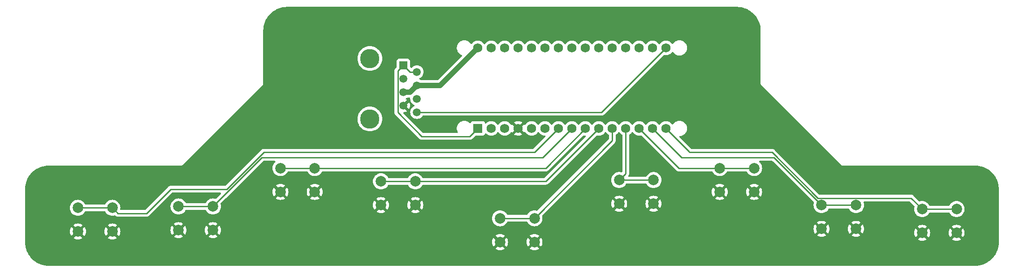
<source format=gbr>
%TF.GenerationSoftware,KiCad,Pcbnew,(6.0.7)*%
%TF.CreationDate,2022-10-03T11:37:18-05:00*%
%TF.ProjectId,FieldBangerPCB,4669656c-6442-4616-9e67-65725043422e,rev?*%
%TF.SameCoordinates,Original*%
%TF.FileFunction,Copper,L1,Top*%
%TF.FilePolarity,Positive*%
%FSLAX46Y46*%
G04 Gerber Fmt 4.6, Leading zero omitted, Abs format (unit mm)*
G04 Created by KiCad (PCBNEW (6.0.7)) date 2022-10-03 11:37:18*
%MOMM*%
%LPD*%
G01*
G04 APERTURE LIST*
%TA.AperFunction,ComponentPad*%
%ADD10C,2.000000*%
%TD*%
%TA.AperFunction,ComponentPad*%
%ADD11C,1.727200*%
%TD*%
%TA.AperFunction,ComponentPad*%
%ADD12R,1.727200X1.727200*%
%TD*%
%TA.AperFunction,WasherPad*%
%ADD13C,3.650000*%
%TD*%
%TA.AperFunction,ComponentPad*%
%ADD14R,1.500000X1.500000*%
%TD*%
%TA.AperFunction,ComponentPad*%
%ADD15C,1.500000*%
%TD*%
%TA.AperFunction,Conductor*%
%ADD16C,0.250000*%
%TD*%
%TA.AperFunction,Conductor*%
%ADD17C,1.000000*%
%TD*%
G04 APERTURE END LIST*
D10*
%TO.P,SW4,1,A*%
%TO.N,Net-(SW4-Pad1)*%
X166750000Y-61000000D03*
X173250000Y-61000000D03*
%TO.P,SW4,2,B*%
%TO.N,GND*%
X173250000Y-65500000D03*
X166750000Y-65500000D03*
%TD*%
D11*
%TO.P,XA1,3V3,3.3V*%
%TO.N,unconnected-(XA1-Pad3V3)*%
X154070000Y-38250000D03*
%TO.P,XA1,5V,5V*%
%TO.N,unconnected-(XA1-Pad5V)*%
X128670000Y-38250000D03*
%TO.P,XA1,A0,A0*%
%TO.N,unconnected-(XA1-PadA0)*%
X148990000Y-38250000D03*
%TO.P,XA1,A1,A1*%
%TO.N,unconnected-(XA1-PadA1)*%
X146450000Y-38250000D03*
%TO.P,XA1,A2,A2*%
%TO.N,unconnected-(XA1-PadA2)*%
X143910000Y-38250000D03*
%TO.P,XA1,A3,A3*%
%TO.N,unconnected-(XA1-PadA3)*%
X141370000Y-38250000D03*
%TO.P,XA1,A4,A4_SDA*%
%TO.N,unconnected-(XA1-PadA4)*%
X138830000Y-38250000D03*
%TO.P,XA1,A5,A5_SCL*%
%TO.N,unconnected-(XA1-PadA5)*%
X136290000Y-38250000D03*
%TO.P,XA1,A6,A6*%
%TO.N,unconnected-(XA1-PadA6)*%
X133750000Y-38250000D03*
%TO.P,XA1,A7,A7*%
%TO.N,unconnected-(XA1-PadA7)*%
X131210000Y-38250000D03*
%TO.P,XA1,AREF,AREF*%
%TO.N,unconnected-(XA1-PadAREF)*%
X151530000Y-38250000D03*
%TO.P,XA1,D0,D0_RX0*%
%TO.N,Net-(J1-Pad3)*%
X123590000Y-53490000D03*
D12*
%TO.P,XA1,D1,D1_TX0*%
%TO.N,Net-(J1-Pad1)*%
X121050000Y-53490000D03*
D11*
%TO.P,XA1,D2,D2_INT0*%
%TO.N,unconnected-(XA1-PadD2)*%
X131210000Y-53490000D03*
%TO.P,XA1,D3,D3_INT1*%
%TO.N,unconnected-(XA1-PadD3)*%
X133750000Y-53490000D03*
%TO.P,XA1,D4,D4*%
%TO.N,Net-(SW1-Pad1)*%
X136290000Y-53490000D03*
%TO.P,XA1,D5,D5*%
%TO.N,Net-(SW6-Pad1)*%
X138830000Y-53490000D03*
%TO.P,XA1,D6,D6*%
%TO.N,Net-(SW2-Pad1)*%
X141370000Y-53490000D03*
%TO.P,XA1,D7,D7*%
%TO.N,Net-(SW7-Pad1)*%
X143910000Y-53490000D03*
%TO.P,XA1,D8,D8*%
%TO.N,Net-(SW3-Pad1)*%
X146450000Y-53490000D03*
%TO.P,XA1,D9,D9*%
%TO.N,Net-(SW8-Pad1)*%
X148990000Y-53490000D03*
%TO.P,XA1,D10,D10_CS*%
%TO.N,Net-(SW4-Pad1)*%
X151530000Y-53490000D03*
%TO.P,XA1,D11,D11_MOSI*%
%TO.N,Net-(SW9-Pad1)*%
X154070000Y-53490000D03*
%TO.P,XA1,D12,D12_MISO*%
%TO.N,Net-(SW5-Pad1)*%
X156610000Y-53490000D03*
%TO.P,XA1,D13,D13_SCK*%
%TO.N,Net-(J1-Pad8)*%
X156610000Y-38250000D03*
%TO.P,XA1,GND1,GND*%
%TO.N,GND*%
X128670000Y-53490000D03*
%TO.P,XA1,GND2,GND*%
%TO.N,unconnected-(XA1-PadGND2)*%
X123590000Y-38250000D03*
%TO.P,XA1,RST1,RESET*%
%TO.N,unconnected-(XA1-PadRST1)*%
X126130000Y-53490000D03*
%TO.P,XA1,RST2,RESET*%
%TO.N,unconnected-(XA1-PadRST2)*%
X126130000Y-38250000D03*
%TO.P,XA1,VIN,VIN*%
%TO.N,+12V*%
X121050000Y-38250000D03*
%TD*%
D10*
%TO.P,SW5,1,A*%
%TO.N,Net-(SW5-Pad1)*%
X205000000Y-68750000D03*
X211500000Y-68750000D03*
%TO.P,SW5,2,B*%
%TO.N,GND*%
X205000000Y-73250000D03*
X211500000Y-73250000D03*
%TD*%
%TO.P,SW8,1,A*%
%TO.N,Net-(SW8-Pad1)*%
X154250000Y-63250000D03*
X147750000Y-63250000D03*
%TO.P,SW8,2,B*%
%TO.N,GND*%
X147750000Y-67750000D03*
X154250000Y-67750000D03*
%TD*%
%TO.P,SW9,1,A*%
%TO.N,Net-(SW9-Pad1)*%
X192500000Y-68000000D03*
X186000000Y-68000000D03*
%TO.P,SW9,2,B*%
%TO.N,GND*%
X186000000Y-72500000D03*
X192500000Y-72500000D03*
%TD*%
D13*
%TO.P,J1,*%
%TO.N,*%
X100650000Y-51702500D03*
X100650000Y-40272500D03*
D14*
%TO.P,J1,1*%
%TO.N,Net-(J1-Pad1)*%
X107000000Y-41542500D03*
D15*
%TO.P,J1,2*%
X109540000Y-42812500D03*
%TO.P,J1,3*%
%TO.N,Net-(J1-Pad3)*%
X107000000Y-44082500D03*
%TO.P,J1,4*%
%TO.N,+12V*%
X109540000Y-45352500D03*
%TO.P,J1,5*%
X107000000Y-46622500D03*
%TO.P,J1,6*%
%TO.N,Net-(J1-Pad3)*%
X109540000Y-47892500D03*
%TO.P,J1,7*%
%TO.N,GND*%
X107000000Y-49162500D03*
%TO.P,J1,8*%
%TO.N,Net-(J1-Pad8)*%
X109540000Y-50432500D03*
%TD*%
D10*
%TO.P,SW3,1,A*%
%TO.N,Net-(SW3-Pad1)*%
X125250000Y-70500000D03*
X131750000Y-70500000D03*
%TO.P,SW3,2,B*%
%TO.N,GND*%
X131750000Y-75000000D03*
X125250000Y-75000000D03*
%TD*%
%TO.P,SW6,1,A*%
%TO.N,Net-(SW6-Pad1)*%
X71000000Y-68250000D03*
X64500000Y-68250000D03*
%TO.P,SW6,2,B*%
%TO.N,GND*%
X64500000Y-72750000D03*
X71000000Y-72750000D03*
%TD*%
%TO.P,SW2,1,A*%
%TO.N,Net-(SW2-Pad1)*%
X83750000Y-61000000D03*
X90250000Y-61000000D03*
%TO.P,SW2,2,B*%
%TO.N,GND*%
X90250000Y-65500000D03*
X83750000Y-65500000D03*
%TD*%
%TO.P,SW7,1,A*%
%TO.N,Net-(SW7-Pad1)*%
X109250000Y-63500000D03*
X102750000Y-63500000D03*
%TO.P,SW7,2,B*%
%TO.N,GND*%
X109250000Y-68000000D03*
X102750000Y-68000000D03*
%TD*%
%TO.P,SW1,1,A*%
%TO.N,Net-(SW1-Pad1)*%
X52000000Y-68500000D03*
X45500000Y-68500000D03*
%TO.P,SW1,2,B*%
%TO.N,GND*%
X45500000Y-73000000D03*
X52000000Y-73000000D03*
%TD*%
D16*
%TO.N,Net-(J1-Pad1)*%
X110447477Y-55000000D02*
X119540000Y-55000000D01*
X108270000Y-42812500D02*
X107000000Y-41542500D01*
X105925000Y-50477523D02*
X110447477Y-55000000D01*
X105925000Y-42617500D02*
X105925000Y-50477523D01*
X109540000Y-42812500D02*
X108270000Y-42812500D01*
X107000000Y-41542500D02*
X105925000Y-42617500D01*
X119540000Y-55000000D02*
X121050000Y-53490000D01*
D17*
%TO.N,+12V*%
X109540000Y-45352500D02*
X113947500Y-45352500D01*
X108270000Y-46622500D02*
X109540000Y-45352500D01*
X113947500Y-45352500D02*
X121050000Y-38250000D01*
X107000000Y-46622500D02*
X108270000Y-46622500D01*
D16*
%TO.N,Net-(J1-Pad8)*%
X144427500Y-50432500D02*
X156610000Y-38250000D01*
X109540000Y-50432500D02*
X144427500Y-50432500D01*
%TO.N,Net-(SW1-Pad1)*%
X45500000Y-68500000D02*
X52000000Y-68500000D01*
X58425000Y-69575000D02*
X63000000Y-65000000D01*
X73613604Y-65000000D02*
X80613604Y-58000000D01*
X63000000Y-65000000D02*
X73613604Y-65000000D01*
X131780000Y-58000000D02*
X136290000Y-53490000D01*
X53075000Y-69575000D02*
X58425000Y-69575000D01*
X52000000Y-68500000D02*
X53075000Y-69575000D01*
X80613604Y-58000000D02*
X131780000Y-58000000D01*
%TO.N,Net-(SW2-Pad1)*%
X90250000Y-61000000D02*
X133860000Y-61000000D01*
X83750000Y-61000000D02*
X90250000Y-61000000D01*
X133860000Y-61000000D02*
X141370000Y-53490000D01*
%TO.N,Net-(SW3-Pad1)*%
X146450000Y-55800000D02*
X146450000Y-53490000D01*
X125250000Y-70500000D02*
X131750000Y-70500000D01*
X131750000Y-70500000D02*
X146450000Y-55800000D01*
%TO.N,Net-(SW4-Pad1)*%
X166750000Y-61000000D02*
X159040000Y-61000000D01*
X166750000Y-61000000D02*
X173250000Y-61000000D01*
X159040000Y-61000000D02*
X151530000Y-53490000D01*
%TO.N,Net-(SW5-Pad1)*%
X202925000Y-66675000D02*
X185311396Y-66675000D01*
X205000000Y-68750000D02*
X211500000Y-68750000D01*
X161000000Y-57880000D02*
X156610000Y-53490000D01*
X205000000Y-68750000D02*
X202925000Y-66675000D01*
X176636396Y-58000000D02*
X161000000Y-58000000D01*
X161000000Y-58000000D02*
X161000000Y-57880000D01*
X185311396Y-66675000D02*
X176636396Y-58000000D01*
%TO.N,Net-(SW6-Pad1)*%
X80250000Y-59000000D02*
X133320000Y-59000000D01*
X64500000Y-68250000D02*
X71000000Y-68250000D01*
X71000000Y-68250000D02*
X80250000Y-59000000D01*
X133320000Y-59000000D02*
X138830000Y-53490000D01*
%TO.N,Net-(SW7-Pad1)*%
X102750000Y-63500000D02*
X109250000Y-63500000D01*
X133900000Y-63500000D02*
X143910000Y-53490000D01*
X109250000Y-63500000D02*
X133900000Y-63500000D01*
%TO.N,Net-(SW8-Pad1)*%
X147750000Y-63250000D02*
X154250000Y-63250000D01*
X147750000Y-63250000D02*
X148990000Y-62010000D01*
X148990000Y-62010000D02*
X148990000Y-53490000D01*
%TO.N,Net-(SW9-Pad1)*%
X154070000Y-53490000D02*
X159580000Y-59000000D01*
X177000000Y-59000000D02*
X186000000Y-68000000D01*
X186000000Y-68000000D02*
X192500000Y-68000000D01*
X159580000Y-59000000D02*
X177000000Y-59000000D01*
%TD*%
%TA.AperFunction,Conductor*%
%TO.N,GND*%
G36*
X169970018Y-30510000D02*
G01*
X169984851Y-30512310D01*
X169984855Y-30512310D01*
X169993724Y-30513691D01*
X170014183Y-30511016D01*
X170036007Y-30510072D01*
X170385965Y-30525352D01*
X170396913Y-30526310D01*
X170774498Y-30576019D01*
X170785307Y-30577926D01*
X171157114Y-30660353D01*
X171167731Y-30663198D01*
X171530939Y-30777718D01*
X171541254Y-30781471D01*
X171893123Y-30927220D01*
X171903067Y-30931858D01*
X172240867Y-31107705D01*
X172250387Y-31113201D01*
X172571574Y-31317820D01*
X172580578Y-31324124D01*
X172882716Y-31555962D01*
X172891137Y-31563028D01*
X173171914Y-31820314D01*
X173179686Y-31828086D01*
X173436972Y-32108863D01*
X173444038Y-32117284D01*
X173675876Y-32419422D01*
X173682180Y-32428426D01*
X173886799Y-32749613D01*
X173892295Y-32759133D01*
X174068138Y-33096924D01*
X174072780Y-33106877D01*
X174218526Y-33458739D01*
X174222285Y-33469068D01*
X174336802Y-33832268D01*
X174339647Y-33842886D01*
X174422073Y-34214685D01*
X174423982Y-34225510D01*
X174473690Y-34603086D01*
X174474648Y-34614036D01*
X174489603Y-34956552D01*
X174488223Y-34981429D01*
X174486309Y-34993724D01*
X174487473Y-35002626D01*
X174487473Y-35002628D01*
X174490436Y-35025283D01*
X174491500Y-35041621D01*
X174491500Y-44928928D01*
X174490145Y-44941058D01*
X174490627Y-44941097D01*
X174489907Y-44950044D01*
X174487926Y-44958800D01*
X174488482Y-44967760D01*
X174491258Y-45012508D01*
X174491500Y-45020310D01*
X174491500Y-45036513D01*
X174492136Y-45040953D01*
X174492984Y-45046878D01*
X174494013Y-45056928D01*
X174494397Y-45063111D01*
X174496945Y-45104177D01*
X174499994Y-45112623D01*
X174500593Y-45115514D01*
X174504822Y-45132480D01*
X174505648Y-45135305D01*
X174506920Y-45144187D01*
X174526522Y-45187298D01*
X174530327Y-45196647D01*
X174546404Y-45241181D01*
X174551699Y-45248429D01*
X174553080Y-45251027D01*
X174561915Y-45266145D01*
X174563494Y-45268614D01*
X174567208Y-45276782D01*
X174573064Y-45283578D01*
X174598115Y-45312652D01*
X174604401Y-45320569D01*
X174609548Y-45327615D01*
X174609553Y-45327620D01*
X174612425Y-45331552D01*
X174623400Y-45342527D01*
X174629758Y-45349374D01*
X174662287Y-45387127D01*
X174669822Y-45392011D01*
X174676066Y-45397458D01*
X174687931Y-45407058D01*
X189590180Y-60309308D01*
X189597800Y-60318845D01*
X189598169Y-60318531D01*
X189603984Y-60325364D01*
X189608776Y-60332958D01*
X189643495Y-60363621D01*
X189649116Y-60368585D01*
X189654803Y-60373931D01*
X189666254Y-60385382D01*
X189674638Y-60391666D01*
X189682463Y-60398037D01*
X189717951Y-60429378D01*
X189726075Y-60433192D01*
X189728553Y-60434820D01*
X189743534Y-60443822D01*
X189746115Y-60445235D01*
X189753295Y-60450616D01*
X189797650Y-60467244D01*
X189806948Y-60471162D01*
X189849800Y-60491281D01*
X189858666Y-60492662D01*
X189861467Y-60493518D01*
X189878404Y-60497962D01*
X189881284Y-60498595D01*
X189889684Y-60501744D01*
X189898629Y-60502409D01*
X189898630Y-60502409D01*
X189936889Y-60505252D01*
X189946937Y-60506406D01*
X189950856Y-60507016D01*
X189960386Y-60508500D01*
X189975923Y-60508500D01*
X189985261Y-60508847D01*
X190025990Y-60511874D01*
X190025991Y-60511874D01*
X190034941Y-60512539D01*
X190043716Y-60510666D01*
X190051973Y-60510103D01*
X190067162Y-60508500D01*
X214950633Y-60508500D01*
X214970018Y-60510000D01*
X214984851Y-60512310D01*
X214984855Y-60512310D01*
X214993724Y-60513691D01*
X215014183Y-60511016D01*
X215036007Y-60510072D01*
X215385965Y-60525352D01*
X215396913Y-60526310D01*
X215774498Y-60576019D01*
X215785307Y-60577926D01*
X216157114Y-60660353D01*
X216167731Y-60663198D01*
X216530939Y-60777718D01*
X216541254Y-60781471D01*
X216893123Y-60927220D01*
X216903067Y-60931858D01*
X217043438Y-61004930D01*
X217240867Y-61107705D01*
X217250387Y-61113201D01*
X217571574Y-61317820D01*
X217580578Y-61324124D01*
X217882716Y-61555962D01*
X217891137Y-61563028D01*
X218171914Y-61820314D01*
X218179686Y-61828086D01*
X218436972Y-62108863D01*
X218444038Y-62117284D01*
X218675876Y-62419422D01*
X218682180Y-62428426D01*
X218886799Y-62749613D01*
X218892294Y-62759132D01*
X219027169Y-63018223D01*
X219068138Y-63096924D01*
X219072780Y-63106877D01*
X219218526Y-63458739D01*
X219222282Y-63469061D01*
X219229365Y-63491524D01*
X219336802Y-63832268D01*
X219339647Y-63842885D01*
X219416863Y-64191183D01*
X219422073Y-64214685D01*
X219423981Y-64225502D01*
X219456296Y-64470965D01*
X219473690Y-64603086D01*
X219474648Y-64614035D01*
X219488892Y-64940260D01*
X219489603Y-64956552D01*
X219488223Y-64981429D01*
X219486309Y-64993724D01*
X219487473Y-65002626D01*
X219487473Y-65002628D01*
X219490436Y-65025283D01*
X219491500Y-65041621D01*
X219491500Y-74950633D01*
X219490000Y-74970018D01*
X219487690Y-74984851D01*
X219487690Y-74984855D01*
X219486309Y-74993724D01*
X219488984Y-75014183D01*
X219489928Y-75036007D01*
X219480958Y-75241446D01*
X219474648Y-75385964D01*
X219473690Y-75396914D01*
X219423982Y-75774490D01*
X219422074Y-75785307D01*
X219394997Y-75907445D01*
X219339647Y-76157114D01*
X219336802Y-76167731D01*
X219228168Y-76512275D01*
X219222285Y-76530932D01*
X219218529Y-76541254D01*
X219115439Y-76790136D01*
X219072784Y-76893114D01*
X219068138Y-76903076D01*
X218892295Y-77240867D01*
X218886799Y-77250387D01*
X218682180Y-77571574D01*
X218675876Y-77580578D01*
X218444038Y-77882716D01*
X218436972Y-77891137D01*
X218179686Y-78171914D01*
X218171914Y-78179686D01*
X217891137Y-78436972D01*
X217882716Y-78444038D01*
X217580578Y-78675876D01*
X217571574Y-78682180D01*
X217250387Y-78886799D01*
X217240868Y-78892294D01*
X216903067Y-79068142D01*
X216893123Y-79072780D01*
X216541254Y-79218529D01*
X216530939Y-79222282D01*
X216167732Y-79336802D01*
X216157115Y-79339647D01*
X215785307Y-79422074D01*
X215774498Y-79423981D01*
X215396914Y-79473690D01*
X215385965Y-79474648D01*
X215043446Y-79489603D01*
X215018571Y-79488223D01*
X215006276Y-79486309D01*
X214997374Y-79487473D01*
X214997372Y-79487473D01*
X214982323Y-79489441D01*
X214974714Y-79490436D01*
X214958379Y-79491500D01*
X40049367Y-79491500D01*
X40029982Y-79490000D01*
X40015149Y-79487690D01*
X40015145Y-79487690D01*
X40006276Y-79486309D01*
X39985817Y-79488984D01*
X39963993Y-79489928D01*
X39614035Y-79474648D01*
X39603086Y-79473690D01*
X39225502Y-79423981D01*
X39214693Y-79422074D01*
X38842885Y-79339647D01*
X38832268Y-79336802D01*
X38469061Y-79222282D01*
X38458746Y-79218529D01*
X38106877Y-79072780D01*
X38096933Y-79068142D01*
X37759132Y-78892294D01*
X37749613Y-78886799D01*
X37428426Y-78682180D01*
X37419422Y-78675876D01*
X37117284Y-78444038D01*
X37108863Y-78436972D01*
X36828086Y-78179686D01*
X36820314Y-78171914D01*
X36563028Y-77891137D01*
X36555962Y-77882716D01*
X36324124Y-77580578D01*
X36317820Y-77571574D01*
X36113201Y-77250387D01*
X36107705Y-77240867D01*
X35931862Y-76903076D01*
X35927216Y-76893114D01*
X35884562Y-76790136D01*
X35781471Y-76541254D01*
X35777715Y-76530932D01*
X35771833Y-76512275D01*
X35683673Y-76232670D01*
X124382160Y-76232670D01*
X124387887Y-76240320D01*
X124559042Y-76345205D01*
X124567837Y-76349687D01*
X124777988Y-76436734D01*
X124787373Y-76439783D01*
X125008554Y-76492885D01*
X125018301Y-76494428D01*
X125245070Y-76512275D01*
X125254930Y-76512275D01*
X125481699Y-76494428D01*
X125491446Y-76492885D01*
X125712627Y-76439783D01*
X125722012Y-76436734D01*
X125932163Y-76349687D01*
X125940958Y-76345205D01*
X126108445Y-76242568D01*
X126117400Y-76232670D01*
X130882160Y-76232670D01*
X130887887Y-76240320D01*
X131059042Y-76345205D01*
X131067837Y-76349687D01*
X131277988Y-76436734D01*
X131287373Y-76439783D01*
X131508554Y-76492885D01*
X131518301Y-76494428D01*
X131745070Y-76512275D01*
X131754930Y-76512275D01*
X131981699Y-76494428D01*
X131991446Y-76492885D01*
X132212627Y-76439783D01*
X132222012Y-76436734D01*
X132432163Y-76349687D01*
X132440958Y-76345205D01*
X132608445Y-76242568D01*
X132617907Y-76232110D01*
X132614124Y-76223334D01*
X131762812Y-75372022D01*
X131748868Y-75364408D01*
X131747035Y-75364539D01*
X131740420Y-75368790D01*
X130888920Y-76220290D01*
X130882160Y-76232670D01*
X126117400Y-76232670D01*
X126117907Y-76232110D01*
X126114124Y-76223334D01*
X125262812Y-75372022D01*
X125248868Y-75364408D01*
X125247035Y-75364539D01*
X125240420Y-75368790D01*
X124388920Y-76220290D01*
X124382160Y-76232670D01*
X35683673Y-76232670D01*
X35663198Y-76167731D01*
X35660353Y-76157114D01*
X35605003Y-75907445D01*
X35577926Y-75785307D01*
X35576018Y-75774490D01*
X35526310Y-75396914D01*
X35525352Y-75385964D01*
X35510561Y-75047208D01*
X35512188Y-75020805D01*
X35512769Y-75017352D01*
X35512770Y-75017345D01*
X35513576Y-75012552D01*
X35513669Y-75004930D01*
X123737725Y-75004930D01*
X123755572Y-75231699D01*
X123757115Y-75241446D01*
X123810217Y-75462627D01*
X123813266Y-75472012D01*
X123900313Y-75682163D01*
X123904795Y-75690958D01*
X124007432Y-75858445D01*
X124017890Y-75867907D01*
X124026666Y-75864124D01*
X124877978Y-75012812D01*
X124884356Y-75001132D01*
X125614408Y-75001132D01*
X125614539Y-75002965D01*
X125618790Y-75009580D01*
X126470290Y-75861080D01*
X126482670Y-75867840D01*
X126490320Y-75862113D01*
X126595205Y-75690958D01*
X126599687Y-75682163D01*
X126686734Y-75472012D01*
X126689783Y-75462627D01*
X126742885Y-75241446D01*
X126744428Y-75231699D01*
X126762275Y-75004930D01*
X130237725Y-75004930D01*
X130255572Y-75231699D01*
X130257115Y-75241446D01*
X130310217Y-75462627D01*
X130313266Y-75472012D01*
X130400313Y-75682163D01*
X130404795Y-75690958D01*
X130507432Y-75858445D01*
X130517890Y-75867907D01*
X130526666Y-75864124D01*
X131377978Y-75012812D01*
X131384356Y-75001132D01*
X132114408Y-75001132D01*
X132114539Y-75002965D01*
X132118790Y-75009580D01*
X132970290Y-75861080D01*
X132982670Y-75867840D01*
X132990320Y-75862113D01*
X133095205Y-75690958D01*
X133099687Y-75682163D01*
X133186734Y-75472012D01*
X133189783Y-75462627D01*
X133242885Y-75241446D01*
X133244428Y-75231699D01*
X133262275Y-75004930D01*
X133262275Y-74995070D01*
X133244428Y-74768301D01*
X133242885Y-74758554D01*
X133189783Y-74537373D01*
X133186734Y-74527988D01*
X133167963Y-74482670D01*
X204132160Y-74482670D01*
X204137887Y-74490320D01*
X204309042Y-74595205D01*
X204317837Y-74599687D01*
X204527988Y-74686734D01*
X204537373Y-74689783D01*
X204758554Y-74742885D01*
X204768301Y-74744428D01*
X204995070Y-74762275D01*
X205004930Y-74762275D01*
X205231699Y-74744428D01*
X205241446Y-74742885D01*
X205462627Y-74689783D01*
X205472012Y-74686734D01*
X205682163Y-74599687D01*
X205690958Y-74595205D01*
X205858445Y-74492568D01*
X205867400Y-74482670D01*
X210632160Y-74482670D01*
X210637887Y-74490320D01*
X210809042Y-74595205D01*
X210817837Y-74599687D01*
X211027988Y-74686734D01*
X211037373Y-74689783D01*
X211258554Y-74742885D01*
X211268301Y-74744428D01*
X211495070Y-74762275D01*
X211504930Y-74762275D01*
X211731699Y-74744428D01*
X211741446Y-74742885D01*
X211962627Y-74689783D01*
X211972012Y-74686734D01*
X212182163Y-74599687D01*
X212190958Y-74595205D01*
X212358445Y-74492568D01*
X212367907Y-74482110D01*
X212364124Y-74473334D01*
X211512812Y-73622022D01*
X211498868Y-73614408D01*
X211497035Y-73614539D01*
X211490420Y-73618790D01*
X210638920Y-74470290D01*
X210632160Y-74482670D01*
X205867400Y-74482670D01*
X205867907Y-74482110D01*
X205864124Y-74473334D01*
X205012812Y-73622022D01*
X204998868Y-73614408D01*
X204997035Y-73614539D01*
X204990420Y-73618790D01*
X204138920Y-74470290D01*
X204132160Y-74482670D01*
X133167963Y-74482670D01*
X133099687Y-74317837D01*
X133095205Y-74309042D01*
X132992568Y-74141555D01*
X132982110Y-74132093D01*
X132973334Y-74135876D01*
X132122022Y-74987188D01*
X132114408Y-75001132D01*
X131384356Y-75001132D01*
X131385592Y-74998868D01*
X131385461Y-74997035D01*
X131381210Y-74990420D01*
X130529710Y-74138920D01*
X130517330Y-74132160D01*
X130509680Y-74137887D01*
X130404795Y-74309042D01*
X130400313Y-74317837D01*
X130313266Y-74527988D01*
X130310217Y-74537373D01*
X130257115Y-74758554D01*
X130255572Y-74768301D01*
X130237725Y-74995070D01*
X130237725Y-75004930D01*
X126762275Y-75004930D01*
X126762275Y-74995070D01*
X126744428Y-74768301D01*
X126742885Y-74758554D01*
X126689783Y-74537373D01*
X126686734Y-74527988D01*
X126599687Y-74317837D01*
X126595205Y-74309042D01*
X126492568Y-74141555D01*
X126482110Y-74132093D01*
X126473334Y-74135876D01*
X125622022Y-74987188D01*
X125614408Y-75001132D01*
X124884356Y-75001132D01*
X124885592Y-74998868D01*
X124885461Y-74997035D01*
X124881210Y-74990420D01*
X124029710Y-74138920D01*
X124017330Y-74132160D01*
X124009680Y-74137887D01*
X123904795Y-74309042D01*
X123900313Y-74317837D01*
X123813266Y-74527988D01*
X123810217Y-74537373D01*
X123757115Y-74758554D01*
X123755572Y-74768301D01*
X123737725Y-74995070D01*
X123737725Y-75004930D01*
X35513669Y-75004930D01*
X35513729Y-75000000D01*
X35509773Y-74972376D01*
X35508500Y-74954514D01*
X35508500Y-74232670D01*
X44632160Y-74232670D01*
X44637887Y-74240320D01*
X44809042Y-74345205D01*
X44817837Y-74349687D01*
X45027988Y-74436734D01*
X45037373Y-74439783D01*
X45258554Y-74492885D01*
X45268301Y-74494428D01*
X45495070Y-74512275D01*
X45504930Y-74512275D01*
X45731699Y-74494428D01*
X45741446Y-74492885D01*
X45962627Y-74439783D01*
X45972012Y-74436734D01*
X46182163Y-74349687D01*
X46190958Y-74345205D01*
X46358445Y-74242568D01*
X46367400Y-74232670D01*
X51132160Y-74232670D01*
X51137887Y-74240320D01*
X51309042Y-74345205D01*
X51317837Y-74349687D01*
X51527988Y-74436734D01*
X51537373Y-74439783D01*
X51758554Y-74492885D01*
X51768301Y-74494428D01*
X51995070Y-74512275D01*
X52004930Y-74512275D01*
X52231699Y-74494428D01*
X52241446Y-74492885D01*
X52462627Y-74439783D01*
X52472012Y-74436734D01*
X52682163Y-74349687D01*
X52690958Y-74345205D01*
X52858445Y-74242568D01*
X52867907Y-74232110D01*
X52864124Y-74223334D01*
X52623460Y-73982670D01*
X63632160Y-73982670D01*
X63637887Y-73990320D01*
X63809042Y-74095205D01*
X63817837Y-74099687D01*
X64027988Y-74186734D01*
X64037373Y-74189783D01*
X64258554Y-74242885D01*
X64268301Y-74244428D01*
X64495070Y-74262275D01*
X64504930Y-74262275D01*
X64731699Y-74244428D01*
X64741446Y-74242885D01*
X64962627Y-74189783D01*
X64972012Y-74186734D01*
X65182163Y-74099687D01*
X65190958Y-74095205D01*
X65358445Y-73992568D01*
X65367400Y-73982670D01*
X70132160Y-73982670D01*
X70137887Y-73990320D01*
X70309042Y-74095205D01*
X70317837Y-74099687D01*
X70527988Y-74186734D01*
X70537373Y-74189783D01*
X70758554Y-74242885D01*
X70768301Y-74244428D01*
X70995070Y-74262275D01*
X71004930Y-74262275D01*
X71231699Y-74244428D01*
X71241446Y-74242885D01*
X71462627Y-74189783D01*
X71472012Y-74186734D01*
X71682163Y-74099687D01*
X71690958Y-74095205D01*
X71858445Y-73992568D01*
X71867907Y-73982110D01*
X71864124Y-73973334D01*
X71658680Y-73767890D01*
X124382093Y-73767890D01*
X124385876Y-73776666D01*
X125237188Y-74627978D01*
X125251132Y-74635592D01*
X125252965Y-74635461D01*
X125259580Y-74631210D01*
X126111080Y-73779710D01*
X126117534Y-73767890D01*
X130882093Y-73767890D01*
X130885876Y-73776666D01*
X131737188Y-74627978D01*
X131751132Y-74635592D01*
X131752965Y-74635461D01*
X131759580Y-74631210D01*
X132611080Y-73779710D01*
X132617840Y-73767330D01*
X132612113Y-73759680D01*
X132568037Y-73732670D01*
X185132160Y-73732670D01*
X185137887Y-73740320D01*
X185309042Y-73845205D01*
X185317837Y-73849687D01*
X185527988Y-73936734D01*
X185537373Y-73939783D01*
X185758554Y-73992885D01*
X185768301Y-73994428D01*
X185995070Y-74012275D01*
X186004930Y-74012275D01*
X186231699Y-73994428D01*
X186241446Y-73992885D01*
X186462627Y-73939783D01*
X186472012Y-73936734D01*
X186682163Y-73849687D01*
X186690958Y-73845205D01*
X186858445Y-73742568D01*
X186867400Y-73732670D01*
X191632160Y-73732670D01*
X191637887Y-73740320D01*
X191809042Y-73845205D01*
X191817837Y-73849687D01*
X192027988Y-73936734D01*
X192037373Y-73939783D01*
X192258554Y-73992885D01*
X192268301Y-73994428D01*
X192495070Y-74012275D01*
X192504930Y-74012275D01*
X192731699Y-73994428D01*
X192741446Y-73992885D01*
X192962627Y-73939783D01*
X192972012Y-73936734D01*
X193182163Y-73849687D01*
X193190958Y-73845205D01*
X193358445Y-73742568D01*
X193367907Y-73732110D01*
X193364124Y-73723334D01*
X192512812Y-72872022D01*
X192498868Y-72864408D01*
X192497035Y-72864539D01*
X192490420Y-72868790D01*
X191638920Y-73720290D01*
X191632160Y-73732670D01*
X186867400Y-73732670D01*
X186867907Y-73732110D01*
X186864124Y-73723334D01*
X186012812Y-72872022D01*
X185998868Y-72864408D01*
X185997035Y-72864539D01*
X185990420Y-72868790D01*
X185138920Y-73720290D01*
X185132160Y-73732670D01*
X132568037Y-73732670D01*
X132440958Y-73654795D01*
X132432163Y-73650313D01*
X132222012Y-73563266D01*
X132212627Y-73560217D01*
X131991446Y-73507115D01*
X131981699Y-73505572D01*
X131754930Y-73487725D01*
X131745070Y-73487725D01*
X131518301Y-73505572D01*
X131508554Y-73507115D01*
X131287373Y-73560217D01*
X131277988Y-73563266D01*
X131067837Y-73650313D01*
X131059042Y-73654795D01*
X130891555Y-73757432D01*
X130882093Y-73767890D01*
X126117534Y-73767890D01*
X126117840Y-73767330D01*
X126112113Y-73759680D01*
X125940958Y-73654795D01*
X125932163Y-73650313D01*
X125722012Y-73563266D01*
X125712627Y-73560217D01*
X125491446Y-73507115D01*
X125481699Y-73505572D01*
X125254930Y-73487725D01*
X125245070Y-73487725D01*
X125018301Y-73505572D01*
X125008554Y-73507115D01*
X124787373Y-73560217D01*
X124777988Y-73563266D01*
X124567837Y-73650313D01*
X124559042Y-73654795D01*
X124391555Y-73757432D01*
X124382093Y-73767890D01*
X71658680Y-73767890D01*
X71012812Y-73122022D01*
X70998868Y-73114408D01*
X70997035Y-73114539D01*
X70990420Y-73118790D01*
X70138920Y-73970290D01*
X70132160Y-73982670D01*
X65367400Y-73982670D01*
X65367907Y-73982110D01*
X65364124Y-73973334D01*
X64512812Y-73122022D01*
X64498868Y-73114408D01*
X64497035Y-73114539D01*
X64490420Y-73118790D01*
X63638920Y-73970290D01*
X63632160Y-73982670D01*
X52623460Y-73982670D01*
X52012812Y-73372022D01*
X51998868Y-73364408D01*
X51997035Y-73364539D01*
X51990420Y-73368790D01*
X51138920Y-74220290D01*
X51132160Y-74232670D01*
X46367400Y-74232670D01*
X46367907Y-74232110D01*
X46364124Y-74223334D01*
X45512812Y-73372022D01*
X45498868Y-73364408D01*
X45497035Y-73364539D01*
X45490420Y-73368790D01*
X44638920Y-74220290D01*
X44632160Y-74232670D01*
X35508500Y-74232670D01*
X35508500Y-73004930D01*
X43987725Y-73004930D01*
X44005572Y-73231699D01*
X44007115Y-73241446D01*
X44060217Y-73462627D01*
X44063266Y-73472012D01*
X44150313Y-73682163D01*
X44154795Y-73690958D01*
X44257432Y-73858445D01*
X44267890Y-73867907D01*
X44276666Y-73864124D01*
X45127978Y-73012812D01*
X45134356Y-73001132D01*
X45864408Y-73001132D01*
X45864539Y-73002965D01*
X45868790Y-73009580D01*
X46720290Y-73861080D01*
X46732670Y-73867840D01*
X46740320Y-73862113D01*
X46845205Y-73690958D01*
X46849687Y-73682163D01*
X46936734Y-73472012D01*
X46939783Y-73462627D01*
X46992885Y-73241446D01*
X46994428Y-73231699D01*
X47012275Y-73004930D01*
X50487725Y-73004930D01*
X50505572Y-73231699D01*
X50507115Y-73241446D01*
X50560217Y-73462627D01*
X50563266Y-73472012D01*
X50650313Y-73682163D01*
X50654795Y-73690958D01*
X50757432Y-73858445D01*
X50767890Y-73867907D01*
X50776666Y-73864124D01*
X51627978Y-73012812D01*
X51634356Y-73001132D01*
X52364408Y-73001132D01*
X52364539Y-73002965D01*
X52368790Y-73009580D01*
X53220290Y-73861080D01*
X53232670Y-73867840D01*
X53240320Y-73862113D01*
X53345205Y-73690958D01*
X53349687Y-73682163D01*
X53436734Y-73472012D01*
X53439783Y-73462627D01*
X53492885Y-73241446D01*
X53494428Y-73231699D01*
X53512275Y-73004930D01*
X53512275Y-72995070D01*
X53494428Y-72768301D01*
X53492885Y-72758554D01*
X53492015Y-72754930D01*
X62987725Y-72754930D01*
X63005572Y-72981699D01*
X63007115Y-72991446D01*
X63060217Y-73212627D01*
X63063266Y-73222012D01*
X63150313Y-73432163D01*
X63154795Y-73440958D01*
X63257432Y-73608445D01*
X63267890Y-73617907D01*
X63276666Y-73614124D01*
X64127978Y-72762812D01*
X64134356Y-72751132D01*
X64864408Y-72751132D01*
X64864539Y-72752965D01*
X64868790Y-72759580D01*
X65720290Y-73611080D01*
X65732670Y-73617840D01*
X65740320Y-73612113D01*
X65845205Y-73440958D01*
X65849687Y-73432163D01*
X65936734Y-73222012D01*
X65939783Y-73212627D01*
X65992885Y-72991446D01*
X65994428Y-72981699D01*
X66012275Y-72754930D01*
X69487725Y-72754930D01*
X69505572Y-72981699D01*
X69507115Y-72991446D01*
X69560217Y-73212627D01*
X69563266Y-73222012D01*
X69650313Y-73432163D01*
X69654795Y-73440958D01*
X69757432Y-73608445D01*
X69767890Y-73617907D01*
X69776666Y-73614124D01*
X70627978Y-72762812D01*
X70634356Y-72751132D01*
X71364408Y-72751132D01*
X71364539Y-72752965D01*
X71368790Y-72759580D01*
X72220290Y-73611080D01*
X72232670Y-73617840D01*
X72240320Y-73612113D01*
X72345205Y-73440958D01*
X72349687Y-73432163D01*
X72436734Y-73222012D01*
X72439783Y-73212627D01*
X72492885Y-72991446D01*
X72494428Y-72981699D01*
X72512275Y-72754930D01*
X72512275Y-72745070D01*
X72494428Y-72518301D01*
X72492885Y-72508554D01*
X72492015Y-72504930D01*
X184487725Y-72504930D01*
X184505572Y-72731699D01*
X184507115Y-72741446D01*
X184560217Y-72962627D01*
X184563266Y-72972012D01*
X184650313Y-73182163D01*
X184654795Y-73190958D01*
X184757432Y-73358445D01*
X184767890Y-73367907D01*
X184776666Y-73364124D01*
X185627978Y-72512812D01*
X185634356Y-72501132D01*
X186364408Y-72501132D01*
X186364539Y-72502965D01*
X186368790Y-72509580D01*
X187220290Y-73361080D01*
X187232670Y-73367840D01*
X187240320Y-73362113D01*
X187345205Y-73190958D01*
X187349687Y-73182163D01*
X187436734Y-72972012D01*
X187439783Y-72962627D01*
X187492885Y-72741446D01*
X187494428Y-72731699D01*
X187512275Y-72504930D01*
X190987725Y-72504930D01*
X191005572Y-72731699D01*
X191007115Y-72741446D01*
X191060217Y-72962627D01*
X191063266Y-72972012D01*
X191150313Y-73182163D01*
X191154795Y-73190958D01*
X191257432Y-73358445D01*
X191267890Y-73367907D01*
X191276666Y-73364124D01*
X192127978Y-72512812D01*
X192134356Y-72501132D01*
X192864408Y-72501132D01*
X192864539Y-72502965D01*
X192868790Y-72509580D01*
X193720290Y-73361080D01*
X193732670Y-73367840D01*
X193740320Y-73362113D01*
X193806003Y-73254930D01*
X203487725Y-73254930D01*
X203505572Y-73481699D01*
X203507115Y-73491446D01*
X203560217Y-73712627D01*
X203563266Y-73722012D01*
X203650313Y-73932163D01*
X203654795Y-73940958D01*
X203757432Y-74108445D01*
X203767890Y-74117907D01*
X203776666Y-74114124D01*
X204627978Y-73262812D01*
X204634356Y-73251132D01*
X205364408Y-73251132D01*
X205364539Y-73252965D01*
X205368790Y-73259580D01*
X206220290Y-74111080D01*
X206232670Y-74117840D01*
X206240320Y-74112113D01*
X206345205Y-73940958D01*
X206349687Y-73932163D01*
X206436734Y-73722012D01*
X206439783Y-73712627D01*
X206492885Y-73491446D01*
X206494428Y-73481699D01*
X206512275Y-73254930D01*
X209987725Y-73254930D01*
X210005572Y-73481699D01*
X210007115Y-73491446D01*
X210060217Y-73712627D01*
X210063266Y-73722012D01*
X210150313Y-73932163D01*
X210154795Y-73940958D01*
X210257432Y-74108445D01*
X210267890Y-74117907D01*
X210276666Y-74114124D01*
X211127978Y-73262812D01*
X211134356Y-73251132D01*
X211864408Y-73251132D01*
X211864539Y-73252965D01*
X211868790Y-73259580D01*
X212720290Y-74111080D01*
X212732670Y-74117840D01*
X212740320Y-74112113D01*
X212845205Y-73940958D01*
X212849687Y-73932163D01*
X212936734Y-73722012D01*
X212939783Y-73712627D01*
X212992885Y-73491446D01*
X212994428Y-73481699D01*
X213012275Y-73254930D01*
X213012275Y-73245070D01*
X212994428Y-73018301D01*
X212992885Y-73008554D01*
X212939783Y-72787373D01*
X212936734Y-72777988D01*
X212849687Y-72567837D01*
X212845205Y-72559042D01*
X212742568Y-72391555D01*
X212732110Y-72382093D01*
X212723334Y-72385876D01*
X211872022Y-73237188D01*
X211864408Y-73251132D01*
X211134356Y-73251132D01*
X211135592Y-73248868D01*
X211135461Y-73247035D01*
X211131210Y-73240420D01*
X210279710Y-72388920D01*
X210267330Y-72382160D01*
X210259680Y-72387887D01*
X210154795Y-72559042D01*
X210150313Y-72567837D01*
X210063266Y-72777988D01*
X210060217Y-72787373D01*
X210007115Y-73008554D01*
X210005572Y-73018301D01*
X209987725Y-73245070D01*
X209987725Y-73254930D01*
X206512275Y-73254930D01*
X206512275Y-73245070D01*
X206494428Y-73018301D01*
X206492885Y-73008554D01*
X206439783Y-72787373D01*
X206436734Y-72777988D01*
X206349687Y-72567837D01*
X206345205Y-72559042D01*
X206242568Y-72391555D01*
X206232110Y-72382093D01*
X206223334Y-72385876D01*
X205372022Y-73237188D01*
X205364408Y-73251132D01*
X204634356Y-73251132D01*
X204635592Y-73248868D01*
X204635461Y-73247035D01*
X204631210Y-73240420D01*
X203779710Y-72388920D01*
X203767330Y-72382160D01*
X203759680Y-72387887D01*
X203654795Y-72559042D01*
X203650313Y-72567837D01*
X203563266Y-72777988D01*
X203560217Y-72787373D01*
X203507115Y-73008554D01*
X203505572Y-73018301D01*
X203487725Y-73245070D01*
X203487725Y-73254930D01*
X193806003Y-73254930D01*
X193845205Y-73190958D01*
X193849687Y-73182163D01*
X193936734Y-72972012D01*
X193939783Y-72962627D01*
X193992885Y-72741446D01*
X193994428Y-72731699D01*
X194012275Y-72504930D01*
X194012275Y-72495070D01*
X193994428Y-72268301D01*
X193992885Y-72258554D01*
X193939783Y-72037373D01*
X193936734Y-72027988D01*
X193932551Y-72017890D01*
X204132093Y-72017890D01*
X204135876Y-72026666D01*
X204987188Y-72877978D01*
X205001132Y-72885592D01*
X205002965Y-72885461D01*
X205009580Y-72881210D01*
X205861080Y-72029710D01*
X205867534Y-72017890D01*
X210632093Y-72017890D01*
X210635876Y-72026666D01*
X211487188Y-72877978D01*
X211501132Y-72885592D01*
X211502965Y-72885461D01*
X211509580Y-72881210D01*
X212361080Y-72029710D01*
X212367840Y-72017330D01*
X212362113Y-72009680D01*
X212190958Y-71904795D01*
X212182163Y-71900313D01*
X211972012Y-71813266D01*
X211962627Y-71810217D01*
X211741446Y-71757115D01*
X211731699Y-71755572D01*
X211504930Y-71737725D01*
X211495070Y-71737725D01*
X211268301Y-71755572D01*
X211258554Y-71757115D01*
X211037373Y-71810217D01*
X211027988Y-71813266D01*
X210817837Y-71900313D01*
X210809042Y-71904795D01*
X210641555Y-72007432D01*
X210632093Y-72017890D01*
X205867534Y-72017890D01*
X205867840Y-72017330D01*
X205862113Y-72009680D01*
X205690958Y-71904795D01*
X205682163Y-71900313D01*
X205472012Y-71813266D01*
X205462627Y-71810217D01*
X205241446Y-71757115D01*
X205231699Y-71755572D01*
X205004930Y-71737725D01*
X204995070Y-71737725D01*
X204768301Y-71755572D01*
X204758554Y-71757115D01*
X204537373Y-71810217D01*
X204527988Y-71813266D01*
X204317837Y-71900313D01*
X204309042Y-71904795D01*
X204141555Y-72007432D01*
X204132093Y-72017890D01*
X193932551Y-72017890D01*
X193849687Y-71817837D01*
X193845205Y-71809042D01*
X193742568Y-71641555D01*
X193732110Y-71632093D01*
X193723334Y-71635876D01*
X192872022Y-72487188D01*
X192864408Y-72501132D01*
X192134356Y-72501132D01*
X192135592Y-72498868D01*
X192135461Y-72497035D01*
X192131210Y-72490420D01*
X191279710Y-71638920D01*
X191267330Y-71632160D01*
X191259680Y-71637887D01*
X191154795Y-71809042D01*
X191150313Y-71817837D01*
X191063266Y-72027988D01*
X191060217Y-72037373D01*
X191007115Y-72258554D01*
X191005572Y-72268301D01*
X190987725Y-72495070D01*
X190987725Y-72504930D01*
X187512275Y-72504930D01*
X187512275Y-72495070D01*
X187494428Y-72268301D01*
X187492885Y-72258554D01*
X187439783Y-72037373D01*
X187436734Y-72027988D01*
X187349687Y-71817837D01*
X187345205Y-71809042D01*
X187242568Y-71641555D01*
X187232110Y-71632093D01*
X187223334Y-71635876D01*
X186372022Y-72487188D01*
X186364408Y-72501132D01*
X185634356Y-72501132D01*
X185635592Y-72498868D01*
X185635461Y-72497035D01*
X185631210Y-72490420D01*
X184779710Y-71638920D01*
X184767330Y-71632160D01*
X184759680Y-71637887D01*
X184654795Y-71809042D01*
X184650313Y-71817837D01*
X184563266Y-72027988D01*
X184560217Y-72037373D01*
X184507115Y-72258554D01*
X184505572Y-72268301D01*
X184487725Y-72495070D01*
X184487725Y-72504930D01*
X72492015Y-72504930D01*
X72439783Y-72287373D01*
X72436734Y-72277988D01*
X72349687Y-72067837D01*
X72345205Y-72059042D01*
X72242568Y-71891555D01*
X72232110Y-71882093D01*
X72223334Y-71885876D01*
X71372022Y-72737188D01*
X71364408Y-72751132D01*
X70634356Y-72751132D01*
X70635592Y-72748868D01*
X70635461Y-72747035D01*
X70631210Y-72740420D01*
X69779710Y-71888920D01*
X69767330Y-71882160D01*
X69759680Y-71887887D01*
X69654795Y-72059042D01*
X69650313Y-72067837D01*
X69563266Y-72277988D01*
X69560217Y-72287373D01*
X69507115Y-72508554D01*
X69505572Y-72518301D01*
X69487725Y-72745070D01*
X69487725Y-72754930D01*
X66012275Y-72754930D01*
X66012275Y-72745070D01*
X65994428Y-72518301D01*
X65992885Y-72508554D01*
X65939783Y-72287373D01*
X65936734Y-72277988D01*
X65849687Y-72067837D01*
X65845205Y-72059042D01*
X65742568Y-71891555D01*
X65732110Y-71882093D01*
X65723334Y-71885876D01*
X64872022Y-72737188D01*
X64864408Y-72751132D01*
X64134356Y-72751132D01*
X64135592Y-72748868D01*
X64135461Y-72747035D01*
X64131210Y-72740420D01*
X63279710Y-71888920D01*
X63267330Y-71882160D01*
X63259680Y-71887887D01*
X63154795Y-72059042D01*
X63150313Y-72067837D01*
X63063266Y-72277988D01*
X63060217Y-72287373D01*
X63007115Y-72508554D01*
X63005572Y-72518301D01*
X62987725Y-72745070D01*
X62987725Y-72754930D01*
X53492015Y-72754930D01*
X53439783Y-72537373D01*
X53436734Y-72527988D01*
X53349687Y-72317837D01*
X53345205Y-72309042D01*
X53242568Y-72141555D01*
X53232110Y-72132093D01*
X53223334Y-72135876D01*
X52372022Y-72987188D01*
X52364408Y-73001132D01*
X51634356Y-73001132D01*
X51635592Y-72998868D01*
X51635461Y-72997035D01*
X51631210Y-72990420D01*
X50779710Y-72138920D01*
X50767330Y-72132160D01*
X50759680Y-72137887D01*
X50654795Y-72309042D01*
X50650313Y-72317837D01*
X50563266Y-72527988D01*
X50560217Y-72537373D01*
X50507115Y-72758554D01*
X50505572Y-72768301D01*
X50487725Y-72995070D01*
X50487725Y-73004930D01*
X47012275Y-73004930D01*
X47012275Y-72995070D01*
X46994428Y-72768301D01*
X46992885Y-72758554D01*
X46939783Y-72537373D01*
X46936734Y-72527988D01*
X46849687Y-72317837D01*
X46845205Y-72309042D01*
X46742568Y-72141555D01*
X46732110Y-72132093D01*
X46723334Y-72135876D01*
X45872022Y-72987188D01*
X45864408Y-73001132D01*
X45134356Y-73001132D01*
X45135592Y-72998868D01*
X45135461Y-72997035D01*
X45131210Y-72990420D01*
X44279710Y-72138920D01*
X44267330Y-72132160D01*
X44259680Y-72137887D01*
X44154795Y-72309042D01*
X44150313Y-72317837D01*
X44063266Y-72527988D01*
X44060217Y-72537373D01*
X44007115Y-72758554D01*
X44005572Y-72768301D01*
X43987725Y-72995070D01*
X43987725Y-73004930D01*
X35508500Y-73004930D01*
X35508500Y-71767890D01*
X44632093Y-71767890D01*
X44635876Y-71776666D01*
X45487188Y-72627978D01*
X45501132Y-72635592D01*
X45502965Y-72635461D01*
X45509580Y-72631210D01*
X46361080Y-71779710D01*
X46367534Y-71767890D01*
X51132093Y-71767890D01*
X51135876Y-71776666D01*
X51987188Y-72627978D01*
X52001132Y-72635592D01*
X52002965Y-72635461D01*
X52009580Y-72631210D01*
X52861080Y-71779710D01*
X52867840Y-71767330D01*
X52862113Y-71759680D01*
X52690958Y-71654795D01*
X52682163Y-71650313D01*
X52472012Y-71563266D01*
X52462627Y-71560217D01*
X52286326Y-71517890D01*
X63632093Y-71517890D01*
X63635876Y-71526666D01*
X64487188Y-72377978D01*
X64501132Y-72385592D01*
X64502965Y-72385461D01*
X64509580Y-72381210D01*
X65361080Y-71529710D01*
X65367534Y-71517890D01*
X70132093Y-71517890D01*
X70135876Y-71526666D01*
X70987188Y-72377978D01*
X71001132Y-72385592D01*
X71002965Y-72385461D01*
X71009580Y-72381210D01*
X71861080Y-71529710D01*
X71867840Y-71517330D01*
X71862113Y-71509680D01*
X71690958Y-71404795D01*
X71682163Y-71400313D01*
X71472012Y-71313266D01*
X71462627Y-71310217D01*
X71241446Y-71257115D01*
X71231699Y-71255572D01*
X71004930Y-71237725D01*
X70995070Y-71237725D01*
X70768301Y-71255572D01*
X70758554Y-71257115D01*
X70537373Y-71310217D01*
X70527988Y-71313266D01*
X70317837Y-71400313D01*
X70309042Y-71404795D01*
X70141555Y-71507432D01*
X70132093Y-71517890D01*
X65367534Y-71517890D01*
X65367840Y-71517330D01*
X65362113Y-71509680D01*
X65190958Y-71404795D01*
X65182163Y-71400313D01*
X64972012Y-71313266D01*
X64962627Y-71310217D01*
X64741446Y-71257115D01*
X64731699Y-71255572D01*
X64504930Y-71237725D01*
X64495070Y-71237725D01*
X64268301Y-71255572D01*
X64258554Y-71257115D01*
X64037373Y-71310217D01*
X64027988Y-71313266D01*
X63817837Y-71400313D01*
X63809042Y-71404795D01*
X63641555Y-71507432D01*
X63632093Y-71517890D01*
X52286326Y-71517890D01*
X52241446Y-71507115D01*
X52231699Y-71505572D01*
X52004930Y-71487725D01*
X51995070Y-71487725D01*
X51768301Y-71505572D01*
X51758554Y-71507115D01*
X51537373Y-71560217D01*
X51527988Y-71563266D01*
X51317837Y-71650313D01*
X51309042Y-71654795D01*
X51141555Y-71757432D01*
X51132093Y-71767890D01*
X46367534Y-71767890D01*
X46367840Y-71767330D01*
X46362113Y-71759680D01*
X46190958Y-71654795D01*
X46182163Y-71650313D01*
X45972012Y-71563266D01*
X45962627Y-71560217D01*
X45741446Y-71507115D01*
X45731699Y-71505572D01*
X45504930Y-71487725D01*
X45495070Y-71487725D01*
X45268301Y-71505572D01*
X45258554Y-71507115D01*
X45037373Y-71560217D01*
X45027988Y-71563266D01*
X44817837Y-71650313D01*
X44809042Y-71654795D01*
X44641555Y-71757432D01*
X44632093Y-71767890D01*
X35508500Y-71767890D01*
X35508500Y-68500000D01*
X43986835Y-68500000D01*
X44005465Y-68736711D01*
X44006619Y-68741518D01*
X44006620Y-68741524D01*
X44008655Y-68750000D01*
X44060895Y-68967594D01*
X44062788Y-68972165D01*
X44062789Y-68972167D01*
X44138250Y-69154346D01*
X44151760Y-69186963D01*
X44154346Y-69191183D01*
X44273241Y-69385202D01*
X44273245Y-69385208D01*
X44275824Y-69389416D01*
X44430031Y-69569969D01*
X44610584Y-69724176D01*
X44614792Y-69726755D01*
X44614798Y-69726759D01*
X44755591Y-69813037D01*
X44813037Y-69848240D01*
X44817607Y-69850133D01*
X44817611Y-69850135D01*
X44990000Y-69921540D01*
X45032406Y-69939105D01*
X45112609Y-69958360D01*
X45258476Y-69993380D01*
X45258482Y-69993381D01*
X45263289Y-69994535D01*
X45500000Y-70013165D01*
X45736711Y-69994535D01*
X45741518Y-69993381D01*
X45741524Y-69993380D01*
X45887391Y-69958360D01*
X45967594Y-69939105D01*
X46010000Y-69921540D01*
X46182389Y-69850135D01*
X46182393Y-69850133D01*
X46186963Y-69848240D01*
X46244409Y-69813037D01*
X46385202Y-69726759D01*
X46385208Y-69726755D01*
X46389416Y-69724176D01*
X46569969Y-69569969D01*
X46724176Y-69389416D01*
X46726755Y-69385208D01*
X46726759Y-69385202D01*
X46844133Y-69193665D01*
X46896781Y-69146034D01*
X46951566Y-69133500D01*
X50548434Y-69133500D01*
X50616555Y-69153502D01*
X50655867Y-69193665D01*
X50773241Y-69385202D01*
X50773245Y-69385208D01*
X50775824Y-69389416D01*
X50930031Y-69569969D01*
X51110584Y-69724176D01*
X51114792Y-69726755D01*
X51114798Y-69726759D01*
X51255591Y-69813037D01*
X51313037Y-69848240D01*
X51317607Y-69850133D01*
X51317611Y-69850135D01*
X51490000Y-69921540D01*
X51532406Y-69939105D01*
X51612609Y-69958360D01*
X51758476Y-69993380D01*
X51758482Y-69993381D01*
X51763289Y-69994535D01*
X52000000Y-70013165D01*
X52236711Y-69994535D01*
X52241518Y-69993381D01*
X52241524Y-69993380D01*
X52388348Y-69958130D01*
X52458926Y-69941186D01*
X52529833Y-69944733D01*
X52582642Y-69981454D01*
X52583000Y-69982018D01*
X52588778Y-69987444D01*
X52588779Y-69987445D01*
X52632667Y-70028658D01*
X52635509Y-70031413D01*
X52655231Y-70051135D01*
X52658355Y-70053558D01*
X52658359Y-70053562D01*
X52658424Y-70053612D01*
X52667445Y-70061317D01*
X52699679Y-70091586D01*
X52706627Y-70095405D01*
X52706629Y-70095407D01*
X52717432Y-70101346D01*
X52733959Y-70112202D01*
X52743698Y-70119757D01*
X52743700Y-70119758D01*
X52749960Y-70124614D01*
X52790540Y-70142174D01*
X52801188Y-70147391D01*
X52825976Y-70161018D01*
X52839940Y-70168695D01*
X52847616Y-70170666D01*
X52847619Y-70170667D01*
X52859562Y-70173733D01*
X52878267Y-70180137D01*
X52896855Y-70188181D01*
X52904678Y-70189420D01*
X52904688Y-70189423D01*
X52940524Y-70195099D01*
X52952144Y-70197505D01*
X52983959Y-70205673D01*
X52994970Y-70208500D01*
X53015224Y-70208500D01*
X53034934Y-70210051D01*
X53054943Y-70213220D01*
X53062835Y-70212474D01*
X53081580Y-70210702D01*
X53098962Y-70209059D01*
X53110819Y-70208500D01*
X58346233Y-70208500D01*
X58357416Y-70209027D01*
X58364909Y-70210702D01*
X58372835Y-70210453D01*
X58372836Y-70210453D01*
X58432986Y-70208562D01*
X58436945Y-70208500D01*
X58464856Y-70208500D01*
X58468791Y-70208003D01*
X58468856Y-70207995D01*
X58480693Y-70207062D01*
X58512951Y-70206048D01*
X58516970Y-70205922D01*
X58524889Y-70205673D01*
X58544343Y-70200021D01*
X58563700Y-70196013D01*
X58575930Y-70194468D01*
X58575931Y-70194468D01*
X58583797Y-70193474D01*
X58591168Y-70190555D01*
X58591170Y-70190555D01*
X58624912Y-70177196D01*
X58636142Y-70173351D01*
X58670983Y-70163229D01*
X58670984Y-70163229D01*
X58678593Y-70161018D01*
X58685412Y-70156985D01*
X58685417Y-70156983D01*
X58696028Y-70150707D01*
X58713776Y-70142012D01*
X58732617Y-70134552D01*
X58768387Y-70108564D01*
X58778307Y-70102048D01*
X58809535Y-70083580D01*
X58809538Y-70083578D01*
X58816362Y-70079542D01*
X58830683Y-70065221D01*
X58845717Y-70052380D01*
X58847431Y-70051135D01*
X58862107Y-70040472D01*
X58890298Y-70006395D01*
X58898288Y-69997616D01*
X63225500Y-65670405D01*
X63287812Y-65636379D01*
X63314595Y-65633500D01*
X72416405Y-65633500D01*
X72484526Y-65653502D01*
X72531019Y-65707158D01*
X72541123Y-65777432D01*
X72511629Y-65842012D01*
X72505500Y-65848595D01*
X71578459Y-66775636D01*
X71516147Y-66809662D01*
X71459951Y-66809060D01*
X71407104Y-66796373D01*
X71241524Y-66756620D01*
X71241518Y-66756619D01*
X71236711Y-66755465D01*
X71000000Y-66736835D01*
X70763289Y-66755465D01*
X70758482Y-66756619D01*
X70758476Y-66756620D01*
X70612609Y-66791640D01*
X70532406Y-66810895D01*
X70527835Y-66812788D01*
X70527833Y-66812789D01*
X70317611Y-66899865D01*
X70317607Y-66899867D01*
X70313037Y-66901760D01*
X70308817Y-66904346D01*
X70114798Y-67023241D01*
X70114792Y-67023245D01*
X70110584Y-67025824D01*
X69930031Y-67180031D01*
X69775824Y-67360584D01*
X69773245Y-67364792D01*
X69773241Y-67364798D01*
X69655867Y-67556335D01*
X69603219Y-67603966D01*
X69548434Y-67616500D01*
X65951566Y-67616500D01*
X65883445Y-67596498D01*
X65844133Y-67556335D01*
X65726759Y-67364798D01*
X65726755Y-67364792D01*
X65724176Y-67360584D01*
X65569969Y-67180031D01*
X65389416Y-67025824D01*
X65385208Y-67023245D01*
X65385202Y-67023241D01*
X65191183Y-66904346D01*
X65186963Y-66901760D01*
X65182393Y-66899867D01*
X65182389Y-66899865D01*
X64972167Y-66812789D01*
X64972165Y-66812788D01*
X64967594Y-66810895D01*
X64887391Y-66791640D01*
X64741524Y-66756620D01*
X64741518Y-66756619D01*
X64736711Y-66755465D01*
X64500000Y-66736835D01*
X64263289Y-66755465D01*
X64258482Y-66756619D01*
X64258476Y-66756620D01*
X64112609Y-66791640D01*
X64032406Y-66810895D01*
X64027835Y-66812788D01*
X64027833Y-66812789D01*
X63817611Y-66899865D01*
X63817607Y-66899867D01*
X63813037Y-66901760D01*
X63808817Y-66904346D01*
X63614798Y-67023241D01*
X63614792Y-67023245D01*
X63610584Y-67025824D01*
X63430031Y-67180031D01*
X63275824Y-67360584D01*
X63273245Y-67364792D01*
X63273241Y-67364798D01*
X63155867Y-67556335D01*
X63151760Y-67563037D01*
X63149867Y-67567607D01*
X63149865Y-67567611D01*
X63079625Y-67737188D01*
X63060895Y-67782406D01*
X63059740Y-67787218D01*
X63007472Y-68004930D01*
X63005465Y-68013289D01*
X62986835Y-68250000D01*
X63005465Y-68486711D01*
X63006619Y-68491518D01*
X63006620Y-68491524D01*
X63013030Y-68518223D01*
X63060895Y-68717594D01*
X63062788Y-68722165D01*
X63062789Y-68722167D01*
X63138353Y-68904595D01*
X63151760Y-68936963D01*
X63154346Y-68941183D01*
X63273241Y-69135202D01*
X63273245Y-69135208D01*
X63275824Y-69139416D01*
X63430031Y-69319969D01*
X63610584Y-69474176D01*
X63614792Y-69476755D01*
X63614798Y-69476759D01*
X63760774Y-69566213D01*
X63813037Y-69598240D01*
X63817607Y-69600133D01*
X63817611Y-69600135D01*
X63912445Y-69639416D01*
X64032406Y-69689105D01*
X64112609Y-69708360D01*
X64258476Y-69743380D01*
X64258482Y-69743381D01*
X64263289Y-69744535D01*
X64500000Y-69763165D01*
X64736711Y-69744535D01*
X64741518Y-69743381D01*
X64741524Y-69743380D01*
X64887391Y-69708360D01*
X64967594Y-69689105D01*
X65087555Y-69639416D01*
X65182389Y-69600135D01*
X65182393Y-69600133D01*
X65186963Y-69598240D01*
X65239226Y-69566213D01*
X65385202Y-69476759D01*
X65385208Y-69476755D01*
X65389416Y-69474176D01*
X65569969Y-69319969D01*
X65724176Y-69139416D01*
X65726755Y-69135208D01*
X65726759Y-69135202D01*
X65844133Y-68943665D01*
X65896781Y-68896034D01*
X65951566Y-68883500D01*
X69548434Y-68883500D01*
X69616555Y-68903502D01*
X69655867Y-68943665D01*
X69773241Y-69135202D01*
X69773245Y-69135208D01*
X69775824Y-69139416D01*
X69930031Y-69319969D01*
X70110584Y-69474176D01*
X70114792Y-69476755D01*
X70114798Y-69476759D01*
X70260774Y-69566213D01*
X70313037Y-69598240D01*
X70317607Y-69600133D01*
X70317611Y-69600135D01*
X70412445Y-69639416D01*
X70532406Y-69689105D01*
X70612609Y-69708360D01*
X70758476Y-69743380D01*
X70758482Y-69743381D01*
X70763289Y-69744535D01*
X71000000Y-69763165D01*
X71236711Y-69744535D01*
X71241518Y-69743381D01*
X71241524Y-69743380D01*
X71387391Y-69708360D01*
X71467594Y-69689105D01*
X71587555Y-69639416D01*
X71682389Y-69600135D01*
X71682393Y-69600133D01*
X71686963Y-69598240D01*
X71739226Y-69566213D01*
X71885202Y-69476759D01*
X71885208Y-69476755D01*
X71889416Y-69474176D01*
X72069969Y-69319969D01*
X72144529Y-69232670D01*
X101882160Y-69232670D01*
X101887887Y-69240320D01*
X102059042Y-69345205D01*
X102067837Y-69349687D01*
X102277988Y-69436734D01*
X102287373Y-69439783D01*
X102508554Y-69492885D01*
X102518301Y-69494428D01*
X102745070Y-69512275D01*
X102754930Y-69512275D01*
X102981699Y-69494428D01*
X102991446Y-69492885D01*
X103212627Y-69439783D01*
X103222012Y-69436734D01*
X103432163Y-69349687D01*
X103440958Y-69345205D01*
X103608445Y-69242568D01*
X103617400Y-69232670D01*
X108382160Y-69232670D01*
X108387887Y-69240320D01*
X108559042Y-69345205D01*
X108567837Y-69349687D01*
X108777988Y-69436734D01*
X108787373Y-69439783D01*
X109008554Y-69492885D01*
X109018301Y-69494428D01*
X109245070Y-69512275D01*
X109254930Y-69512275D01*
X109481699Y-69494428D01*
X109491446Y-69492885D01*
X109712627Y-69439783D01*
X109722012Y-69436734D01*
X109932163Y-69349687D01*
X109940958Y-69345205D01*
X110108445Y-69242568D01*
X110117907Y-69232110D01*
X110114124Y-69223334D01*
X109262812Y-68372022D01*
X109248868Y-68364408D01*
X109247035Y-68364539D01*
X109240420Y-68368790D01*
X108388920Y-69220290D01*
X108382160Y-69232670D01*
X103617400Y-69232670D01*
X103617907Y-69232110D01*
X103614124Y-69223334D01*
X102762812Y-68372022D01*
X102748868Y-68364408D01*
X102747035Y-68364539D01*
X102740420Y-68368790D01*
X101888920Y-69220290D01*
X101882160Y-69232670D01*
X72144529Y-69232670D01*
X72224176Y-69139416D01*
X72226755Y-69135208D01*
X72226759Y-69135202D01*
X72345654Y-68941183D01*
X72348240Y-68936963D01*
X72361648Y-68904595D01*
X72437211Y-68722167D01*
X72437212Y-68722165D01*
X72439105Y-68717594D01*
X72486970Y-68518223D01*
X72493380Y-68491524D01*
X72493381Y-68491518D01*
X72494535Y-68486711D01*
X72513165Y-68250000D01*
X72494535Y-68013289D01*
X72492529Y-68004930D01*
X101237725Y-68004930D01*
X101255572Y-68231699D01*
X101257115Y-68241446D01*
X101310217Y-68462627D01*
X101313266Y-68472012D01*
X101400313Y-68682163D01*
X101404795Y-68690958D01*
X101507432Y-68858445D01*
X101517890Y-68867907D01*
X101526666Y-68864124D01*
X102377978Y-68012812D01*
X102384356Y-68001132D01*
X103114408Y-68001132D01*
X103114539Y-68002965D01*
X103118790Y-68009580D01*
X103970290Y-68861080D01*
X103982670Y-68867840D01*
X103990320Y-68862113D01*
X104095205Y-68690958D01*
X104099687Y-68682163D01*
X104186734Y-68472012D01*
X104189783Y-68462627D01*
X104242885Y-68241446D01*
X104244428Y-68231699D01*
X104262275Y-68004930D01*
X107737725Y-68004930D01*
X107755572Y-68231699D01*
X107757115Y-68241446D01*
X107810217Y-68462627D01*
X107813266Y-68472012D01*
X107900313Y-68682163D01*
X107904795Y-68690958D01*
X108007432Y-68858445D01*
X108017890Y-68867907D01*
X108026666Y-68864124D01*
X108877978Y-68012812D01*
X108884356Y-68001132D01*
X109614408Y-68001132D01*
X109614539Y-68002965D01*
X109618790Y-68009580D01*
X110470290Y-68861080D01*
X110482670Y-68867840D01*
X110490320Y-68862113D01*
X110595205Y-68690958D01*
X110599687Y-68682163D01*
X110686734Y-68472012D01*
X110689783Y-68462627D01*
X110742885Y-68241446D01*
X110744428Y-68231699D01*
X110762275Y-68004930D01*
X110762275Y-67995070D01*
X110744428Y-67768301D01*
X110742885Y-67758554D01*
X110689783Y-67537373D01*
X110686734Y-67527988D01*
X110599687Y-67317837D01*
X110595205Y-67309042D01*
X110492568Y-67141555D01*
X110482110Y-67132093D01*
X110473334Y-67135876D01*
X109622022Y-67987188D01*
X109614408Y-68001132D01*
X108884356Y-68001132D01*
X108885592Y-67998868D01*
X108885461Y-67997035D01*
X108881210Y-67990420D01*
X108029710Y-67138920D01*
X108017330Y-67132160D01*
X108009680Y-67137887D01*
X107904795Y-67309042D01*
X107900313Y-67317837D01*
X107813266Y-67527988D01*
X107810217Y-67537373D01*
X107757115Y-67758554D01*
X107755572Y-67768301D01*
X107737725Y-67995070D01*
X107737725Y-68004930D01*
X104262275Y-68004930D01*
X104262275Y-67995070D01*
X104244428Y-67768301D01*
X104242885Y-67758554D01*
X104189783Y-67537373D01*
X104186734Y-67527988D01*
X104099687Y-67317837D01*
X104095205Y-67309042D01*
X103992568Y-67141555D01*
X103982110Y-67132093D01*
X103973334Y-67135876D01*
X103122022Y-67987188D01*
X103114408Y-68001132D01*
X102384356Y-68001132D01*
X102385592Y-67998868D01*
X102385461Y-67997035D01*
X102381210Y-67990420D01*
X101529710Y-67138920D01*
X101517330Y-67132160D01*
X101509680Y-67137887D01*
X101404795Y-67309042D01*
X101400313Y-67317837D01*
X101313266Y-67527988D01*
X101310217Y-67537373D01*
X101257115Y-67758554D01*
X101255572Y-67768301D01*
X101237725Y-67995070D01*
X101237725Y-68004930D01*
X72492529Y-68004930D01*
X72440940Y-67790049D01*
X72444487Y-67719141D01*
X72474364Y-67671540D01*
X73413234Y-66732670D01*
X82882160Y-66732670D01*
X82887887Y-66740320D01*
X83059042Y-66845205D01*
X83067837Y-66849687D01*
X83277988Y-66936734D01*
X83287373Y-66939783D01*
X83508554Y-66992885D01*
X83518301Y-66994428D01*
X83745070Y-67012275D01*
X83754930Y-67012275D01*
X83981699Y-66994428D01*
X83991446Y-66992885D01*
X84212627Y-66939783D01*
X84222012Y-66936734D01*
X84432163Y-66849687D01*
X84440958Y-66845205D01*
X84608445Y-66742568D01*
X84617400Y-66732670D01*
X89382160Y-66732670D01*
X89387887Y-66740320D01*
X89559042Y-66845205D01*
X89567837Y-66849687D01*
X89777988Y-66936734D01*
X89787373Y-66939783D01*
X90008554Y-66992885D01*
X90018301Y-66994428D01*
X90245070Y-67012275D01*
X90254930Y-67012275D01*
X90481699Y-66994428D01*
X90491446Y-66992885D01*
X90712627Y-66939783D01*
X90722012Y-66936734D01*
X90932163Y-66849687D01*
X90940958Y-66845205D01*
X91067124Y-66767890D01*
X101882093Y-66767890D01*
X101885876Y-66776666D01*
X102737188Y-67627978D01*
X102751132Y-67635592D01*
X102752965Y-67635461D01*
X102759580Y-67631210D01*
X103611080Y-66779710D01*
X103617534Y-66767890D01*
X108382093Y-66767890D01*
X108385876Y-66776666D01*
X109237188Y-67627978D01*
X109251132Y-67635592D01*
X109252965Y-67635461D01*
X109259580Y-67631210D01*
X110111080Y-66779710D01*
X110117840Y-66767330D01*
X110112113Y-66759680D01*
X109940958Y-66654795D01*
X109932163Y-66650313D01*
X109722012Y-66563266D01*
X109712627Y-66560217D01*
X109491446Y-66507115D01*
X109481699Y-66505572D01*
X109254930Y-66487725D01*
X109245070Y-66487725D01*
X109018301Y-66505572D01*
X109008554Y-66507115D01*
X108787373Y-66560217D01*
X108777988Y-66563266D01*
X108567837Y-66650313D01*
X108559042Y-66654795D01*
X108391555Y-66757432D01*
X108382093Y-66767890D01*
X103617534Y-66767890D01*
X103617840Y-66767330D01*
X103612113Y-66759680D01*
X103440958Y-66654795D01*
X103432163Y-66650313D01*
X103222012Y-66563266D01*
X103212627Y-66560217D01*
X102991446Y-66507115D01*
X102981699Y-66505572D01*
X102754930Y-66487725D01*
X102745070Y-66487725D01*
X102518301Y-66505572D01*
X102508554Y-66507115D01*
X102287373Y-66560217D01*
X102277988Y-66563266D01*
X102067837Y-66650313D01*
X102059042Y-66654795D01*
X101891555Y-66757432D01*
X101882093Y-66767890D01*
X91067124Y-66767890D01*
X91108445Y-66742568D01*
X91117907Y-66732110D01*
X91114124Y-66723334D01*
X90262812Y-65872022D01*
X90248868Y-65864408D01*
X90247035Y-65864539D01*
X90240420Y-65868790D01*
X89388920Y-66720290D01*
X89382160Y-66732670D01*
X84617400Y-66732670D01*
X84617907Y-66732110D01*
X84614124Y-66723334D01*
X83762812Y-65872022D01*
X83748868Y-65864408D01*
X83747035Y-65864539D01*
X83740420Y-65868790D01*
X82888920Y-66720290D01*
X82882160Y-66732670D01*
X73413234Y-66732670D01*
X74640974Y-65504930D01*
X82237725Y-65504930D01*
X82255572Y-65731699D01*
X82257115Y-65741446D01*
X82310217Y-65962627D01*
X82313266Y-65972012D01*
X82400313Y-66182163D01*
X82404795Y-66190958D01*
X82507432Y-66358445D01*
X82517890Y-66367907D01*
X82526666Y-66364124D01*
X83377978Y-65512812D01*
X83384356Y-65501132D01*
X84114408Y-65501132D01*
X84114539Y-65502965D01*
X84118790Y-65509580D01*
X84970290Y-66361080D01*
X84982670Y-66367840D01*
X84990320Y-66362113D01*
X85095205Y-66190958D01*
X85099687Y-66182163D01*
X85186734Y-65972012D01*
X85189783Y-65962627D01*
X85242885Y-65741446D01*
X85244428Y-65731699D01*
X85262275Y-65504930D01*
X88737725Y-65504930D01*
X88755572Y-65731699D01*
X88757115Y-65741446D01*
X88810217Y-65962627D01*
X88813266Y-65972012D01*
X88900313Y-66182163D01*
X88904795Y-66190958D01*
X89007432Y-66358445D01*
X89017890Y-66367907D01*
X89026666Y-66364124D01*
X89877978Y-65512812D01*
X89884356Y-65501132D01*
X90614408Y-65501132D01*
X90614539Y-65502965D01*
X90618790Y-65509580D01*
X91470290Y-66361080D01*
X91482670Y-66367840D01*
X91490320Y-66362113D01*
X91595205Y-66190958D01*
X91599687Y-66182163D01*
X91686734Y-65972012D01*
X91689783Y-65962627D01*
X91742885Y-65741446D01*
X91744428Y-65731699D01*
X91762275Y-65504930D01*
X91762275Y-65495070D01*
X91744428Y-65268301D01*
X91742885Y-65258554D01*
X91689783Y-65037373D01*
X91686734Y-65027988D01*
X91599687Y-64817837D01*
X91595205Y-64809042D01*
X91492568Y-64641555D01*
X91482110Y-64632093D01*
X91473334Y-64635876D01*
X90622022Y-65487188D01*
X90614408Y-65501132D01*
X89884356Y-65501132D01*
X89885592Y-65498868D01*
X89885461Y-65497035D01*
X89881210Y-65490420D01*
X89029710Y-64638920D01*
X89017330Y-64632160D01*
X89009680Y-64637887D01*
X88904795Y-64809042D01*
X88900313Y-64817837D01*
X88813266Y-65027988D01*
X88810217Y-65037373D01*
X88757115Y-65258554D01*
X88755572Y-65268301D01*
X88737725Y-65495070D01*
X88737725Y-65504930D01*
X85262275Y-65504930D01*
X85262275Y-65495070D01*
X85244428Y-65268301D01*
X85242885Y-65258554D01*
X85189783Y-65037373D01*
X85186734Y-65027988D01*
X85099687Y-64817837D01*
X85095205Y-64809042D01*
X84992568Y-64641555D01*
X84982110Y-64632093D01*
X84973334Y-64635876D01*
X84122022Y-65487188D01*
X84114408Y-65501132D01*
X83384356Y-65501132D01*
X83385592Y-65498868D01*
X83385461Y-65497035D01*
X83381210Y-65490420D01*
X82529710Y-64638920D01*
X82517330Y-64632160D01*
X82509680Y-64637887D01*
X82404795Y-64809042D01*
X82400313Y-64817837D01*
X82313266Y-65027988D01*
X82310217Y-65037373D01*
X82257115Y-65258554D01*
X82255572Y-65268301D01*
X82237725Y-65495070D01*
X82237725Y-65504930D01*
X74640974Y-65504930D01*
X75878014Y-64267890D01*
X82882093Y-64267890D01*
X82885876Y-64276666D01*
X83737188Y-65127978D01*
X83751132Y-65135592D01*
X83752965Y-65135461D01*
X83759580Y-65131210D01*
X84611080Y-64279710D01*
X84617534Y-64267890D01*
X89382093Y-64267890D01*
X89385876Y-64276666D01*
X90237188Y-65127978D01*
X90251132Y-65135592D01*
X90252965Y-65135461D01*
X90259580Y-65131210D01*
X91111080Y-64279710D01*
X91117840Y-64267330D01*
X91112113Y-64259680D01*
X90940958Y-64154795D01*
X90932163Y-64150313D01*
X90722012Y-64063266D01*
X90712627Y-64060217D01*
X90491446Y-64007115D01*
X90481699Y-64005572D01*
X90254930Y-63987725D01*
X90245070Y-63987725D01*
X90018301Y-64005572D01*
X90008554Y-64007115D01*
X89787373Y-64060217D01*
X89777988Y-64063266D01*
X89567837Y-64150313D01*
X89559042Y-64154795D01*
X89391555Y-64257432D01*
X89382093Y-64267890D01*
X84617534Y-64267890D01*
X84617840Y-64267330D01*
X84612113Y-64259680D01*
X84440958Y-64154795D01*
X84432163Y-64150313D01*
X84222012Y-64063266D01*
X84212627Y-64060217D01*
X83991446Y-64007115D01*
X83981699Y-64005572D01*
X83754930Y-63987725D01*
X83745070Y-63987725D01*
X83518301Y-64005572D01*
X83508554Y-64007115D01*
X83287373Y-64060217D01*
X83277988Y-64063266D01*
X83067837Y-64150313D01*
X83059042Y-64154795D01*
X82891555Y-64257432D01*
X82882093Y-64267890D01*
X75878014Y-64267890D01*
X80475499Y-59670405D01*
X80537811Y-59636379D01*
X80564594Y-59633500D01*
X82685686Y-59633500D01*
X82753807Y-59653502D01*
X82800300Y-59707158D01*
X82810404Y-59777432D01*
X82780910Y-59842012D01*
X82767516Y-59855311D01*
X82683792Y-59926818D01*
X82683787Y-59926823D01*
X82680031Y-59930031D01*
X82676823Y-59933787D01*
X82659032Y-59954618D01*
X82525824Y-60110584D01*
X82523245Y-60114792D01*
X82523241Y-60114798D01*
X82500887Y-60151277D01*
X82401760Y-60313037D01*
X82399867Y-60317607D01*
X82399865Y-60317611D01*
X82319129Y-60512527D01*
X82310895Y-60532406D01*
X82291640Y-60612609D01*
X82282831Y-60649303D01*
X82255465Y-60763289D01*
X82236835Y-61000000D01*
X82255465Y-61236711D01*
X82256619Y-61241518D01*
X82256620Y-61241524D01*
X82275648Y-61320779D01*
X82310895Y-61467594D01*
X82312788Y-61472165D01*
X82312789Y-61472167D01*
X82384807Y-61646034D01*
X82401760Y-61686963D01*
X82404346Y-61691183D01*
X82523241Y-61885202D01*
X82523245Y-61885208D01*
X82525824Y-61889416D01*
X82680031Y-62069969D01*
X82860584Y-62224176D01*
X82864792Y-62226755D01*
X82864798Y-62226759D01*
X82975281Y-62294463D01*
X83063037Y-62348240D01*
X83067607Y-62350133D01*
X83067611Y-62350135D01*
X83245410Y-62423781D01*
X83282406Y-62439105D01*
X83362609Y-62458360D01*
X83508476Y-62493380D01*
X83508482Y-62493381D01*
X83513289Y-62494535D01*
X83750000Y-62513165D01*
X83986711Y-62494535D01*
X83991518Y-62493381D01*
X83991524Y-62493380D01*
X84137391Y-62458360D01*
X84217594Y-62439105D01*
X84254590Y-62423781D01*
X84432389Y-62350135D01*
X84432393Y-62350133D01*
X84436963Y-62348240D01*
X84524719Y-62294463D01*
X84635202Y-62226759D01*
X84635208Y-62226755D01*
X84639416Y-62224176D01*
X84819969Y-62069969D01*
X84974176Y-61889416D01*
X84976755Y-61885208D01*
X84976759Y-61885202D01*
X85094133Y-61693665D01*
X85146781Y-61646034D01*
X85201566Y-61633500D01*
X88798434Y-61633500D01*
X88866555Y-61653502D01*
X88905867Y-61693665D01*
X89023241Y-61885202D01*
X89023245Y-61885208D01*
X89025824Y-61889416D01*
X89180031Y-62069969D01*
X89360584Y-62224176D01*
X89364792Y-62226755D01*
X89364798Y-62226759D01*
X89475281Y-62294463D01*
X89563037Y-62348240D01*
X89567607Y-62350133D01*
X89567611Y-62350135D01*
X89745410Y-62423781D01*
X89782406Y-62439105D01*
X89862609Y-62458360D01*
X90008476Y-62493380D01*
X90008482Y-62493381D01*
X90013289Y-62494535D01*
X90250000Y-62513165D01*
X90486711Y-62494535D01*
X90491518Y-62493381D01*
X90491524Y-62493380D01*
X90637391Y-62458360D01*
X90717594Y-62439105D01*
X90754590Y-62423781D01*
X90932389Y-62350135D01*
X90932393Y-62350133D01*
X90936963Y-62348240D01*
X91024719Y-62294463D01*
X91135202Y-62226759D01*
X91135208Y-62226755D01*
X91139416Y-62224176D01*
X91319969Y-62069969D01*
X91474176Y-61889416D01*
X91476755Y-61885208D01*
X91476759Y-61885202D01*
X91594133Y-61693665D01*
X91646781Y-61646034D01*
X91701566Y-61633500D01*
X133781233Y-61633500D01*
X133792416Y-61634027D01*
X133799909Y-61635702D01*
X133807835Y-61635453D01*
X133807836Y-61635453D01*
X133867986Y-61633562D01*
X133871945Y-61633500D01*
X133899856Y-61633500D01*
X133903791Y-61633003D01*
X133903856Y-61632995D01*
X133915693Y-61632062D01*
X133947951Y-61631048D01*
X133951970Y-61630922D01*
X133959889Y-61630673D01*
X133979343Y-61625021D01*
X133998700Y-61621013D01*
X134010930Y-61619468D01*
X134010931Y-61619468D01*
X134018797Y-61618474D01*
X134026168Y-61615555D01*
X134026170Y-61615555D01*
X134059912Y-61602196D01*
X134071142Y-61598351D01*
X134105983Y-61588229D01*
X134105984Y-61588229D01*
X134113593Y-61586018D01*
X134120412Y-61581985D01*
X134120417Y-61581983D01*
X134131028Y-61575707D01*
X134148776Y-61567012D01*
X134167617Y-61559552D01*
X134203387Y-61533564D01*
X134213307Y-61527048D01*
X134244535Y-61508580D01*
X134244538Y-61508578D01*
X134251362Y-61504542D01*
X134265683Y-61490221D01*
X134280717Y-61477380D01*
X134290694Y-61470131D01*
X134297107Y-61465472D01*
X134325298Y-61431395D01*
X134333288Y-61422616D01*
X140903018Y-54852887D01*
X140965330Y-54818861D01*
X141017233Y-54818512D01*
X141206981Y-54857117D01*
X141212156Y-54857307D01*
X141212158Y-54857307D01*
X141279958Y-54859793D01*
X141342522Y-54862087D01*
X141409863Y-54884571D01*
X141454359Y-54939895D01*
X141461881Y-55010492D01*
X141426999Y-55077097D01*
X133674500Y-62829595D01*
X133612188Y-62863621D01*
X133585405Y-62866500D01*
X110701566Y-62866500D01*
X110633445Y-62846498D01*
X110594133Y-62806335D01*
X110476759Y-62614798D01*
X110476755Y-62614792D01*
X110474176Y-62610584D01*
X110319969Y-62430031D01*
X110307548Y-62419422D01*
X110234256Y-62356825D01*
X110139416Y-62275824D01*
X110135208Y-62273245D01*
X110135202Y-62273241D01*
X109941183Y-62154346D01*
X109936963Y-62151760D01*
X109932393Y-62149867D01*
X109932389Y-62149865D01*
X109722167Y-62062789D01*
X109722165Y-62062788D01*
X109717594Y-62060895D01*
X109637391Y-62041640D01*
X109491524Y-62006620D01*
X109491518Y-62006619D01*
X109486711Y-62005465D01*
X109250000Y-61986835D01*
X109013289Y-62005465D01*
X109008482Y-62006619D01*
X109008476Y-62006620D01*
X108862609Y-62041640D01*
X108782406Y-62060895D01*
X108777835Y-62062788D01*
X108777833Y-62062789D01*
X108567611Y-62149865D01*
X108567607Y-62149867D01*
X108563037Y-62151760D01*
X108558817Y-62154346D01*
X108364798Y-62273241D01*
X108364792Y-62273245D01*
X108360584Y-62275824D01*
X108265744Y-62356825D01*
X108192453Y-62419422D01*
X108180031Y-62430031D01*
X108025824Y-62610584D01*
X108023245Y-62614792D01*
X108023241Y-62614798D01*
X107905867Y-62806335D01*
X107853219Y-62853966D01*
X107798434Y-62866500D01*
X104201566Y-62866500D01*
X104133445Y-62846498D01*
X104094133Y-62806335D01*
X103976759Y-62614798D01*
X103976755Y-62614792D01*
X103974176Y-62610584D01*
X103819969Y-62430031D01*
X103807548Y-62419422D01*
X103734256Y-62356825D01*
X103639416Y-62275824D01*
X103635208Y-62273245D01*
X103635202Y-62273241D01*
X103441183Y-62154346D01*
X103436963Y-62151760D01*
X103432393Y-62149867D01*
X103432389Y-62149865D01*
X103222167Y-62062789D01*
X103222165Y-62062788D01*
X103217594Y-62060895D01*
X103137391Y-62041640D01*
X102991524Y-62006620D01*
X102991518Y-62006619D01*
X102986711Y-62005465D01*
X102750000Y-61986835D01*
X102513289Y-62005465D01*
X102508482Y-62006619D01*
X102508476Y-62006620D01*
X102362609Y-62041640D01*
X102282406Y-62060895D01*
X102277835Y-62062788D01*
X102277833Y-62062789D01*
X102067611Y-62149865D01*
X102067607Y-62149867D01*
X102063037Y-62151760D01*
X102058817Y-62154346D01*
X101864798Y-62273241D01*
X101864792Y-62273245D01*
X101860584Y-62275824D01*
X101765744Y-62356825D01*
X101692453Y-62419422D01*
X101680031Y-62430031D01*
X101525824Y-62610584D01*
X101523245Y-62614792D01*
X101523241Y-62614798D01*
X101423333Y-62777833D01*
X101401760Y-62813037D01*
X101399867Y-62817607D01*
X101399865Y-62817611D01*
X101379615Y-62866500D01*
X101310895Y-63032406D01*
X101309740Y-63037218D01*
X101257472Y-63254930D01*
X101255465Y-63263289D01*
X101236835Y-63500000D01*
X101255465Y-63736711D01*
X101256619Y-63741518D01*
X101256620Y-63741524D01*
X101280955Y-63842886D01*
X101310895Y-63967594D01*
X101312788Y-63972165D01*
X101312789Y-63972167D01*
X101388436Y-64154795D01*
X101401760Y-64186963D01*
X101404346Y-64191183D01*
X101523241Y-64385202D01*
X101523245Y-64385208D01*
X101525824Y-64389416D01*
X101680031Y-64569969D01*
X101860584Y-64724176D01*
X101864792Y-64726755D01*
X101864798Y-64726759D01*
X101999072Y-64809042D01*
X102063037Y-64848240D01*
X102067607Y-64850133D01*
X102067611Y-64850135D01*
X102277833Y-64937211D01*
X102282406Y-64939105D01*
X102355078Y-64956552D01*
X102508476Y-64993380D01*
X102508482Y-64993381D01*
X102513289Y-64994535D01*
X102750000Y-65013165D01*
X102986711Y-64994535D01*
X102991518Y-64993381D01*
X102991524Y-64993380D01*
X103144922Y-64956552D01*
X103217594Y-64939105D01*
X103222167Y-64937211D01*
X103432389Y-64850135D01*
X103432393Y-64850133D01*
X103436963Y-64848240D01*
X103500928Y-64809042D01*
X103635202Y-64726759D01*
X103635208Y-64726755D01*
X103639416Y-64724176D01*
X103819969Y-64569969D01*
X103974176Y-64389416D01*
X103976755Y-64385208D01*
X103976759Y-64385202D01*
X104094133Y-64193665D01*
X104146781Y-64146034D01*
X104201566Y-64133500D01*
X107798434Y-64133500D01*
X107866555Y-64153502D01*
X107905867Y-64193665D01*
X108023241Y-64385202D01*
X108023245Y-64385208D01*
X108025824Y-64389416D01*
X108180031Y-64569969D01*
X108360584Y-64724176D01*
X108364792Y-64726755D01*
X108364798Y-64726759D01*
X108499072Y-64809042D01*
X108563037Y-64848240D01*
X108567607Y-64850133D01*
X108567611Y-64850135D01*
X108777833Y-64937211D01*
X108782406Y-64939105D01*
X108855078Y-64956552D01*
X109008476Y-64993380D01*
X109008482Y-64993381D01*
X109013289Y-64994535D01*
X109250000Y-65013165D01*
X109486711Y-64994535D01*
X109491518Y-64993381D01*
X109491524Y-64993380D01*
X109644922Y-64956552D01*
X109717594Y-64939105D01*
X109722167Y-64937211D01*
X109932389Y-64850135D01*
X109932393Y-64850133D01*
X109936963Y-64848240D01*
X110000928Y-64809042D01*
X110135202Y-64726759D01*
X110135208Y-64726755D01*
X110139416Y-64724176D01*
X110319969Y-64569969D01*
X110474176Y-64389416D01*
X110476755Y-64385208D01*
X110476759Y-64385202D01*
X110594133Y-64193665D01*
X110646781Y-64146034D01*
X110701566Y-64133500D01*
X133821233Y-64133500D01*
X133832416Y-64134027D01*
X133839909Y-64135702D01*
X133847835Y-64135453D01*
X133847836Y-64135453D01*
X133907986Y-64133562D01*
X133911945Y-64133500D01*
X133939856Y-64133500D01*
X133943791Y-64133003D01*
X133943856Y-64132995D01*
X133955693Y-64132062D01*
X133987951Y-64131048D01*
X133991970Y-64130922D01*
X133999889Y-64130673D01*
X134019343Y-64125021D01*
X134038700Y-64121013D01*
X134050930Y-64119468D01*
X134050931Y-64119468D01*
X134058797Y-64118474D01*
X134066168Y-64115555D01*
X134066170Y-64115555D01*
X134099912Y-64102196D01*
X134111142Y-64098351D01*
X134145983Y-64088229D01*
X134145984Y-64088229D01*
X134153593Y-64086018D01*
X134160412Y-64081985D01*
X134160417Y-64081983D01*
X134171028Y-64075707D01*
X134188776Y-64067012D01*
X134207617Y-64059552D01*
X134243387Y-64033564D01*
X134253307Y-64027048D01*
X134284535Y-64008580D01*
X134284538Y-64008578D01*
X134291362Y-64004542D01*
X134305683Y-63990221D01*
X134320717Y-63977380D01*
X134330694Y-63970131D01*
X134337107Y-63965472D01*
X134365298Y-63931395D01*
X134373288Y-63922616D01*
X143443018Y-54852887D01*
X143505330Y-54818861D01*
X143557233Y-54818512D01*
X143746981Y-54857117D01*
X143752156Y-54857307D01*
X143752158Y-54857307D01*
X143967292Y-54865196D01*
X143967296Y-54865196D01*
X143972456Y-54865385D01*
X143977576Y-54864729D01*
X143977578Y-54864729D01*
X144077278Y-54851957D01*
X144196253Y-54836716D01*
X144201202Y-54835231D01*
X144201208Y-54835230D01*
X144407413Y-54773365D01*
X144407412Y-54773365D01*
X144412363Y-54771880D01*
X144539327Y-54709681D01*
X144610331Y-54674897D01*
X144610336Y-54674894D01*
X144614982Y-54672618D01*
X144619192Y-54669615D01*
X144619197Y-54669612D01*
X144794455Y-54544601D01*
X144794459Y-54544597D01*
X144798667Y-54541596D01*
X144958487Y-54382333D01*
X145079370Y-54214107D01*
X145135364Y-54170459D01*
X145206068Y-54164013D01*
X145269032Y-54196816D01*
X145289125Y-54221799D01*
X145336275Y-54298743D01*
X145336279Y-54298748D01*
X145338975Y-54303147D01*
X145486702Y-54473687D01*
X145660299Y-54617810D01*
X145664751Y-54620412D01*
X145664756Y-54620415D01*
X145726383Y-54656427D01*
X145748210Y-54669181D01*
X145754071Y-54672606D01*
X145802794Y-54724245D01*
X145816500Y-54781394D01*
X145816500Y-55485405D01*
X145796498Y-55553526D01*
X145779595Y-55574500D01*
X132328459Y-69025636D01*
X132266147Y-69059662D01*
X132209951Y-69059060D01*
X132157104Y-69046373D01*
X131991524Y-69006620D01*
X131991518Y-69006619D01*
X131986711Y-69005465D01*
X131750000Y-68986835D01*
X131513289Y-69005465D01*
X131508482Y-69006619D01*
X131508476Y-69006620D01*
X131362609Y-69041640D01*
X131282406Y-69060895D01*
X131277835Y-69062788D01*
X131277833Y-69062789D01*
X131067611Y-69149865D01*
X131067607Y-69149867D01*
X131063037Y-69151760D01*
X131058817Y-69154346D01*
X130864798Y-69273241D01*
X130864792Y-69273245D01*
X130860584Y-69275824D01*
X130680031Y-69430031D01*
X130676823Y-69433787D01*
X130673899Y-69437211D01*
X130525824Y-69610584D01*
X130523245Y-69614792D01*
X130523241Y-69614798D01*
X130405867Y-69806335D01*
X130353219Y-69853966D01*
X130298434Y-69866500D01*
X126701566Y-69866500D01*
X126633445Y-69846498D01*
X126594133Y-69806335D01*
X126476759Y-69614798D01*
X126476755Y-69614792D01*
X126474176Y-69610584D01*
X126326101Y-69437211D01*
X126323177Y-69433787D01*
X126319969Y-69430031D01*
X126139416Y-69275824D01*
X126135208Y-69273245D01*
X126135202Y-69273241D01*
X125941183Y-69154346D01*
X125936963Y-69151760D01*
X125932393Y-69149867D01*
X125932389Y-69149865D01*
X125722167Y-69062789D01*
X125722165Y-69062788D01*
X125717594Y-69060895D01*
X125637391Y-69041640D01*
X125491524Y-69006620D01*
X125491518Y-69006619D01*
X125486711Y-69005465D01*
X125250000Y-68986835D01*
X125013289Y-69005465D01*
X125008482Y-69006619D01*
X125008476Y-69006620D01*
X124862609Y-69041640D01*
X124782406Y-69060895D01*
X124777835Y-69062788D01*
X124777833Y-69062789D01*
X124567611Y-69149865D01*
X124567607Y-69149867D01*
X124563037Y-69151760D01*
X124558817Y-69154346D01*
X124364798Y-69273241D01*
X124364792Y-69273245D01*
X124360584Y-69275824D01*
X124180031Y-69430031D01*
X124176823Y-69433787D01*
X124173899Y-69437211D01*
X124025824Y-69610584D01*
X124023245Y-69614792D01*
X124023241Y-69614798D01*
X123932322Y-69763165D01*
X123901760Y-69813037D01*
X123899867Y-69817607D01*
X123899865Y-69817611D01*
X123818865Y-70013165D01*
X123810895Y-70032406D01*
X123793449Y-70105073D01*
X123760245Y-70243380D01*
X123755465Y-70263289D01*
X123736835Y-70500000D01*
X123755465Y-70736711D01*
X123810895Y-70967594D01*
X123812788Y-70972165D01*
X123812789Y-70972167D01*
X123888436Y-71154795D01*
X123901760Y-71186963D01*
X123904346Y-71191183D01*
X124023241Y-71385202D01*
X124023245Y-71385208D01*
X124025824Y-71389416D01*
X124180031Y-71569969D01*
X124360584Y-71724176D01*
X124364792Y-71726755D01*
X124364798Y-71726759D01*
X124499072Y-71809042D01*
X124563037Y-71848240D01*
X124567607Y-71850133D01*
X124567611Y-71850135D01*
X124777833Y-71937211D01*
X124782406Y-71939105D01*
X124862609Y-71958360D01*
X125008476Y-71993380D01*
X125008482Y-71993381D01*
X125013289Y-71994535D01*
X125250000Y-72013165D01*
X125486711Y-71994535D01*
X125491518Y-71993381D01*
X125491524Y-71993380D01*
X125637391Y-71958360D01*
X125717594Y-71939105D01*
X125722167Y-71937211D01*
X125932389Y-71850135D01*
X125932393Y-71850133D01*
X125936963Y-71848240D01*
X126000928Y-71809042D01*
X126135202Y-71726759D01*
X126135208Y-71726755D01*
X126139416Y-71724176D01*
X126319969Y-71569969D01*
X126474176Y-71389416D01*
X126476755Y-71385208D01*
X126476759Y-71385202D01*
X126594133Y-71193665D01*
X126646781Y-71146034D01*
X126701566Y-71133500D01*
X130298434Y-71133500D01*
X130366555Y-71153502D01*
X130405867Y-71193665D01*
X130523241Y-71385202D01*
X130523245Y-71385208D01*
X130525824Y-71389416D01*
X130680031Y-71569969D01*
X130860584Y-71724176D01*
X130864792Y-71726755D01*
X130864798Y-71726759D01*
X130999072Y-71809042D01*
X131063037Y-71848240D01*
X131067607Y-71850133D01*
X131067611Y-71850135D01*
X131277833Y-71937211D01*
X131282406Y-71939105D01*
X131362609Y-71958360D01*
X131508476Y-71993380D01*
X131508482Y-71993381D01*
X131513289Y-71994535D01*
X131750000Y-72013165D01*
X131986711Y-71994535D01*
X131991518Y-71993381D01*
X131991524Y-71993380D01*
X132137391Y-71958360D01*
X132217594Y-71939105D01*
X132222167Y-71937211D01*
X132432389Y-71850135D01*
X132432393Y-71850133D01*
X132436963Y-71848240D01*
X132500928Y-71809042D01*
X132635202Y-71726759D01*
X132635208Y-71726755D01*
X132639416Y-71724176D01*
X132819969Y-71569969D01*
X132974176Y-71389416D01*
X132976755Y-71385208D01*
X132976759Y-71385202D01*
X133048648Y-71267890D01*
X185132093Y-71267890D01*
X185135876Y-71276666D01*
X185987188Y-72127978D01*
X186001132Y-72135592D01*
X186002965Y-72135461D01*
X186009580Y-72131210D01*
X186861080Y-71279710D01*
X186867534Y-71267890D01*
X191632093Y-71267890D01*
X191635876Y-71276666D01*
X192487188Y-72127978D01*
X192501132Y-72135592D01*
X192502965Y-72135461D01*
X192509580Y-72131210D01*
X193361080Y-71279710D01*
X193367840Y-71267330D01*
X193362113Y-71259680D01*
X193190958Y-71154795D01*
X193182163Y-71150313D01*
X192972012Y-71063266D01*
X192962627Y-71060217D01*
X192741446Y-71007115D01*
X192731699Y-71005572D01*
X192504930Y-70987725D01*
X192495070Y-70987725D01*
X192268301Y-71005572D01*
X192258554Y-71007115D01*
X192037373Y-71060217D01*
X192027988Y-71063266D01*
X191817837Y-71150313D01*
X191809042Y-71154795D01*
X191641555Y-71257432D01*
X191632093Y-71267890D01*
X186867534Y-71267890D01*
X186867840Y-71267330D01*
X186862113Y-71259680D01*
X186690958Y-71154795D01*
X186682163Y-71150313D01*
X186472012Y-71063266D01*
X186462627Y-71060217D01*
X186241446Y-71007115D01*
X186231699Y-71005572D01*
X186004930Y-70987725D01*
X185995070Y-70987725D01*
X185768301Y-71005572D01*
X185758554Y-71007115D01*
X185537373Y-71060217D01*
X185527988Y-71063266D01*
X185317837Y-71150313D01*
X185309042Y-71154795D01*
X185141555Y-71257432D01*
X185132093Y-71267890D01*
X133048648Y-71267890D01*
X133095654Y-71191183D01*
X133098240Y-71186963D01*
X133111565Y-71154795D01*
X133187211Y-70972167D01*
X133187212Y-70972165D01*
X133189105Y-70967594D01*
X133244535Y-70736711D01*
X133263165Y-70500000D01*
X133244535Y-70263289D01*
X133239756Y-70243380D01*
X133190940Y-70040049D01*
X133194487Y-69969141D01*
X133224364Y-69921540D01*
X134163234Y-68982670D01*
X146882160Y-68982670D01*
X146887887Y-68990320D01*
X147059042Y-69095205D01*
X147067837Y-69099687D01*
X147277988Y-69186734D01*
X147287373Y-69189783D01*
X147508554Y-69242885D01*
X147518301Y-69244428D01*
X147745070Y-69262275D01*
X147754930Y-69262275D01*
X147981699Y-69244428D01*
X147991446Y-69242885D01*
X148212627Y-69189783D01*
X148222012Y-69186734D01*
X148432163Y-69099687D01*
X148440958Y-69095205D01*
X148608445Y-68992568D01*
X148617400Y-68982670D01*
X153382160Y-68982670D01*
X153387887Y-68990320D01*
X153559042Y-69095205D01*
X153567837Y-69099687D01*
X153777988Y-69186734D01*
X153787373Y-69189783D01*
X154008554Y-69242885D01*
X154018301Y-69244428D01*
X154245070Y-69262275D01*
X154254930Y-69262275D01*
X154481699Y-69244428D01*
X154491446Y-69242885D01*
X154712627Y-69189783D01*
X154722012Y-69186734D01*
X154932163Y-69099687D01*
X154940958Y-69095205D01*
X155108445Y-68992568D01*
X155117907Y-68982110D01*
X155114124Y-68973334D01*
X154262812Y-68122022D01*
X154248868Y-68114408D01*
X154247035Y-68114539D01*
X154240420Y-68118790D01*
X153388920Y-68970290D01*
X153382160Y-68982670D01*
X148617400Y-68982670D01*
X148617907Y-68982110D01*
X148614124Y-68973334D01*
X147762812Y-68122022D01*
X147748868Y-68114408D01*
X147747035Y-68114539D01*
X147740420Y-68118790D01*
X146888920Y-68970290D01*
X146882160Y-68982670D01*
X134163234Y-68982670D01*
X135390974Y-67754930D01*
X146237725Y-67754930D01*
X146255572Y-67981699D01*
X146257115Y-67991446D01*
X146310217Y-68212627D01*
X146313266Y-68222012D01*
X146400313Y-68432163D01*
X146404795Y-68440958D01*
X146507432Y-68608445D01*
X146517890Y-68617907D01*
X146526666Y-68614124D01*
X147377978Y-67762812D01*
X147384356Y-67751132D01*
X148114408Y-67751132D01*
X148114539Y-67752965D01*
X148118790Y-67759580D01*
X148970290Y-68611080D01*
X148982670Y-68617840D01*
X148990320Y-68612113D01*
X149095205Y-68440958D01*
X149099687Y-68432163D01*
X149186734Y-68222012D01*
X149189783Y-68212627D01*
X149242885Y-67991446D01*
X149244428Y-67981699D01*
X149262275Y-67754930D01*
X152737725Y-67754930D01*
X152755572Y-67981699D01*
X152757115Y-67991446D01*
X152810217Y-68212627D01*
X152813266Y-68222012D01*
X152900313Y-68432163D01*
X152904795Y-68440958D01*
X153007432Y-68608445D01*
X153017890Y-68617907D01*
X153026666Y-68614124D01*
X153877978Y-67762812D01*
X153884356Y-67751132D01*
X154614408Y-67751132D01*
X154614539Y-67752965D01*
X154618790Y-67759580D01*
X155470290Y-68611080D01*
X155482670Y-68617840D01*
X155490320Y-68612113D01*
X155595205Y-68440958D01*
X155599687Y-68432163D01*
X155686734Y-68222012D01*
X155689783Y-68212627D01*
X155742885Y-67991446D01*
X155744428Y-67981699D01*
X155762275Y-67754930D01*
X155762275Y-67745070D01*
X155744428Y-67518301D01*
X155742885Y-67508554D01*
X155689783Y-67287373D01*
X155686734Y-67277988D01*
X155599687Y-67067837D01*
X155595205Y-67059042D01*
X155492568Y-66891555D01*
X155482110Y-66882093D01*
X155473334Y-66885876D01*
X154622022Y-67737188D01*
X154614408Y-67751132D01*
X153884356Y-67751132D01*
X153885592Y-67748868D01*
X153885461Y-67747035D01*
X153881210Y-67740420D01*
X153029710Y-66888920D01*
X153017330Y-66882160D01*
X153009680Y-66887887D01*
X152904795Y-67059042D01*
X152900313Y-67067837D01*
X152813266Y-67277988D01*
X152810217Y-67287373D01*
X152757115Y-67508554D01*
X152755572Y-67518301D01*
X152737725Y-67745070D01*
X152737725Y-67754930D01*
X149262275Y-67754930D01*
X149262275Y-67745070D01*
X149244428Y-67518301D01*
X149242885Y-67508554D01*
X149189783Y-67287373D01*
X149186734Y-67277988D01*
X149099687Y-67067837D01*
X149095205Y-67059042D01*
X148992568Y-66891555D01*
X148982110Y-66882093D01*
X148973334Y-66885876D01*
X148122022Y-67737188D01*
X148114408Y-67751132D01*
X147384356Y-67751132D01*
X147385592Y-67748868D01*
X147385461Y-67747035D01*
X147381210Y-67740420D01*
X146529710Y-66888920D01*
X146517330Y-66882160D01*
X146509680Y-66887887D01*
X146404795Y-67059042D01*
X146400313Y-67067837D01*
X146313266Y-67277988D01*
X146310217Y-67287373D01*
X146257115Y-67508554D01*
X146255572Y-67518301D01*
X146237725Y-67745070D01*
X146237725Y-67754930D01*
X135390974Y-67754930D01*
X136628014Y-66517890D01*
X146882093Y-66517890D01*
X146885876Y-66526666D01*
X147737188Y-67377978D01*
X147751132Y-67385592D01*
X147752965Y-67385461D01*
X147759580Y-67381210D01*
X148611080Y-66529710D01*
X148617534Y-66517890D01*
X153382093Y-66517890D01*
X153385876Y-66526666D01*
X154237188Y-67377978D01*
X154251132Y-67385592D01*
X154252965Y-67385461D01*
X154259580Y-67381210D01*
X154908120Y-66732670D01*
X165882160Y-66732670D01*
X165887887Y-66740320D01*
X166059042Y-66845205D01*
X166067837Y-66849687D01*
X166277988Y-66936734D01*
X166287373Y-66939783D01*
X166508554Y-66992885D01*
X166518301Y-66994428D01*
X166745070Y-67012275D01*
X166754930Y-67012275D01*
X166981699Y-66994428D01*
X166991446Y-66992885D01*
X167212627Y-66939783D01*
X167222012Y-66936734D01*
X167432163Y-66849687D01*
X167440958Y-66845205D01*
X167608445Y-66742568D01*
X167617400Y-66732670D01*
X172382160Y-66732670D01*
X172387887Y-66740320D01*
X172559042Y-66845205D01*
X172567837Y-66849687D01*
X172777988Y-66936734D01*
X172787373Y-66939783D01*
X173008554Y-66992885D01*
X173018301Y-66994428D01*
X173245070Y-67012275D01*
X173254930Y-67012275D01*
X173481699Y-66994428D01*
X173491446Y-66992885D01*
X173712627Y-66939783D01*
X173722012Y-66936734D01*
X173932163Y-66849687D01*
X173940958Y-66845205D01*
X174108445Y-66742568D01*
X174117907Y-66732110D01*
X174114124Y-66723334D01*
X173262812Y-65872022D01*
X173248868Y-65864408D01*
X173247035Y-65864539D01*
X173240420Y-65868790D01*
X172388920Y-66720290D01*
X172382160Y-66732670D01*
X167617400Y-66732670D01*
X167617907Y-66732110D01*
X167614124Y-66723334D01*
X166762812Y-65872022D01*
X166748868Y-65864408D01*
X166747035Y-65864539D01*
X166740420Y-65868790D01*
X165888920Y-66720290D01*
X165882160Y-66732670D01*
X154908120Y-66732670D01*
X155111080Y-66529710D01*
X155117840Y-66517330D01*
X155112113Y-66509680D01*
X154940958Y-66404795D01*
X154932163Y-66400313D01*
X154722012Y-66313266D01*
X154712627Y-66310217D01*
X154491446Y-66257115D01*
X154481699Y-66255572D01*
X154254930Y-66237725D01*
X154245070Y-66237725D01*
X154018301Y-66255572D01*
X154008554Y-66257115D01*
X153787373Y-66310217D01*
X153777988Y-66313266D01*
X153567837Y-66400313D01*
X153559042Y-66404795D01*
X153391555Y-66507432D01*
X153382093Y-66517890D01*
X148617534Y-66517890D01*
X148617840Y-66517330D01*
X148612113Y-66509680D01*
X148440958Y-66404795D01*
X148432163Y-66400313D01*
X148222012Y-66313266D01*
X148212627Y-66310217D01*
X147991446Y-66257115D01*
X147981699Y-66255572D01*
X147754930Y-66237725D01*
X147745070Y-66237725D01*
X147518301Y-66255572D01*
X147508554Y-66257115D01*
X147287373Y-66310217D01*
X147277988Y-66313266D01*
X147067837Y-66400313D01*
X147059042Y-66404795D01*
X146891555Y-66507432D01*
X146882093Y-66517890D01*
X136628014Y-66517890D01*
X137640974Y-65504930D01*
X165237725Y-65504930D01*
X165255572Y-65731699D01*
X165257115Y-65741446D01*
X165310217Y-65962627D01*
X165313266Y-65972012D01*
X165400313Y-66182163D01*
X165404795Y-66190958D01*
X165507432Y-66358445D01*
X165517890Y-66367907D01*
X165526666Y-66364124D01*
X166377978Y-65512812D01*
X166384356Y-65501132D01*
X167114408Y-65501132D01*
X167114539Y-65502965D01*
X167118790Y-65509580D01*
X167970290Y-66361080D01*
X167982670Y-66367840D01*
X167990320Y-66362113D01*
X168095205Y-66190958D01*
X168099687Y-66182163D01*
X168186734Y-65972012D01*
X168189783Y-65962627D01*
X168242885Y-65741446D01*
X168244428Y-65731699D01*
X168262275Y-65504930D01*
X171737725Y-65504930D01*
X171755572Y-65731699D01*
X171757115Y-65741446D01*
X171810217Y-65962627D01*
X171813266Y-65972012D01*
X171900313Y-66182163D01*
X171904795Y-66190958D01*
X172007432Y-66358445D01*
X172017890Y-66367907D01*
X172026666Y-66364124D01*
X172877978Y-65512812D01*
X172884356Y-65501132D01*
X173614408Y-65501132D01*
X173614539Y-65502965D01*
X173618790Y-65509580D01*
X174470290Y-66361080D01*
X174482670Y-66367840D01*
X174490320Y-66362113D01*
X174595205Y-66190958D01*
X174599687Y-66182163D01*
X174686734Y-65972012D01*
X174689783Y-65962627D01*
X174742885Y-65741446D01*
X174744428Y-65731699D01*
X174762275Y-65504930D01*
X174762275Y-65495070D01*
X174744428Y-65268301D01*
X174742885Y-65258554D01*
X174689783Y-65037373D01*
X174686734Y-65027988D01*
X174599687Y-64817837D01*
X174595205Y-64809042D01*
X174492568Y-64641555D01*
X174482110Y-64632093D01*
X174473334Y-64635876D01*
X173622022Y-65487188D01*
X173614408Y-65501132D01*
X172884356Y-65501132D01*
X172885592Y-65498868D01*
X172885461Y-65497035D01*
X172881210Y-65490420D01*
X172029710Y-64638920D01*
X172017330Y-64632160D01*
X172009680Y-64637887D01*
X171904795Y-64809042D01*
X171900313Y-64817837D01*
X171813266Y-65027988D01*
X171810217Y-65037373D01*
X171757115Y-65258554D01*
X171755572Y-65268301D01*
X171737725Y-65495070D01*
X171737725Y-65504930D01*
X168262275Y-65504930D01*
X168262275Y-65495070D01*
X168244428Y-65268301D01*
X168242885Y-65258554D01*
X168189783Y-65037373D01*
X168186734Y-65027988D01*
X168099687Y-64817837D01*
X168095205Y-64809042D01*
X167992568Y-64641555D01*
X167982110Y-64632093D01*
X167973334Y-64635876D01*
X167122022Y-65487188D01*
X167114408Y-65501132D01*
X166384356Y-65501132D01*
X166385592Y-65498868D01*
X166385461Y-65497035D01*
X166381210Y-65490420D01*
X165529710Y-64638920D01*
X165517330Y-64632160D01*
X165509680Y-64637887D01*
X165404795Y-64809042D01*
X165400313Y-64817837D01*
X165313266Y-65027988D01*
X165310217Y-65037373D01*
X165257115Y-65258554D01*
X165255572Y-65268301D01*
X165237725Y-65495070D01*
X165237725Y-65504930D01*
X137640974Y-65504930D01*
X146842247Y-56303657D01*
X146850537Y-56296113D01*
X146857018Y-56292000D01*
X146903659Y-56242332D01*
X146906413Y-56239491D01*
X146926134Y-56219770D01*
X146928612Y-56216575D01*
X146936318Y-56207553D01*
X146961158Y-56181101D01*
X146966586Y-56175321D01*
X146976346Y-56157568D01*
X146987199Y-56141045D01*
X146994753Y-56131306D01*
X146999613Y-56125041D01*
X147017176Y-56084457D01*
X147022383Y-56073827D01*
X147043695Y-56035060D01*
X147045666Y-56027383D01*
X147045668Y-56027378D01*
X147048732Y-56015442D01*
X147055138Y-55996730D01*
X147060034Y-55985417D01*
X147063181Y-55978145D01*
X147070097Y-55934481D01*
X147072504Y-55922860D01*
X147081528Y-55887711D01*
X147081528Y-55887710D01*
X147083500Y-55880030D01*
X147083500Y-55859769D01*
X147085051Y-55840058D01*
X147086979Y-55827885D01*
X147088219Y-55820057D01*
X147084059Y-55776046D01*
X147083500Y-55764189D01*
X147083500Y-54786217D01*
X147103502Y-54718096D01*
X147146991Y-54679376D01*
X147145897Y-54677541D01*
X147150342Y-54674891D01*
X147154982Y-54672618D01*
X147224860Y-54622774D01*
X147334455Y-54544601D01*
X147334459Y-54544597D01*
X147338667Y-54541596D01*
X147498487Y-54382333D01*
X147619370Y-54214107D01*
X147675364Y-54170459D01*
X147746068Y-54164013D01*
X147809032Y-54196816D01*
X147829125Y-54221799D01*
X147876275Y-54298743D01*
X147876279Y-54298748D01*
X147878975Y-54303147D01*
X148026702Y-54473687D01*
X148200299Y-54617810D01*
X148204751Y-54620412D01*
X148204756Y-54620415D01*
X148266383Y-54656427D01*
X148288210Y-54669181D01*
X148294071Y-54672606D01*
X148342794Y-54724245D01*
X148356500Y-54781394D01*
X148356500Y-61684413D01*
X148336498Y-61752534D01*
X148282842Y-61799027D01*
X148212568Y-61809131D01*
X148201090Y-61806933D01*
X148138268Y-61791851D01*
X147991524Y-61756620D01*
X147991518Y-61756619D01*
X147986711Y-61755465D01*
X147750000Y-61736835D01*
X147513289Y-61755465D01*
X147508482Y-61756619D01*
X147508476Y-61756620D01*
X147362609Y-61791640D01*
X147282406Y-61810895D01*
X147277835Y-61812788D01*
X147277833Y-61812789D01*
X147067611Y-61899865D01*
X147067607Y-61899867D01*
X147063037Y-61901760D01*
X147058817Y-61904346D01*
X146864798Y-62023241D01*
X146864792Y-62023245D01*
X146860584Y-62025824D01*
X146680031Y-62180031D01*
X146525824Y-62360584D01*
X146523245Y-62364792D01*
X146523241Y-62364798D01*
X146405867Y-62556335D01*
X146401760Y-62563037D01*
X146399867Y-62567607D01*
X146399865Y-62567611D01*
X146320535Y-62759133D01*
X146310895Y-62782406D01*
X146255465Y-63013289D01*
X146236835Y-63250000D01*
X146255465Y-63486711D01*
X146256619Y-63491518D01*
X146256620Y-63491524D01*
X146258655Y-63500000D01*
X146310895Y-63717594D01*
X146312788Y-63722165D01*
X146312789Y-63722167D01*
X146399454Y-63931395D01*
X146401760Y-63936963D01*
X146404346Y-63941183D01*
X146523241Y-64135202D01*
X146523245Y-64135208D01*
X146525824Y-64139416D01*
X146680031Y-64319969D01*
X146860584Y-64474176D01*
X146864792Y-64476755D01*
X146864798Y-64476759D01*
X147022138Y-64573177D01*
X147063037Y-64598240D01*
X147067607Y-64600133D01*
X147067611Y-64600135D01*
X147167609Y-64641555D01*
X147282406Y-64689105D01*
X147362609Y-64708360D01*
X147508476Y-64743380D01*
X147508482Y-64743381D01*
X147513289Y-64744535D01*
X147750000Y-64763165D01*
X147986711Y-64744535D01*
X147991518Y-64743381D01*
X147991524Y-64743380D01*
X148137391Y-64708360D01*
X148217594Y-64689105D01*
X148332391Y-64641555D01*
X148432389Y-64600135D01*
X148432393Y-64600133D01*
X148436963Y-64598240D01*
X148477862Y-64573177D01*
X148635202Y-64476759D01*
X148635208Y-64476755D01*
X148639416Y-64474176D01*
X148819969Y-64319969D01*
X148974176Y-64139416D01*
X148976755Y-64135208D01*
X148976759Y-64135202D01*
X149094133Y-63943665D01*
X149146781Y-63896034D01*
X149201566Y-63883500D01*
X152798434Y-63883500D01*
X152866555Y-63903502D01*
X152905867Y-63943665D01*
X153023241Y-64135202D01*
X153023245Y-64135208D01*
X153025824Y-64139416D01*
X153180031Y-64319969D01*
X153360584Y-64474176D01*
X153364792Y-64476755D01*
X153364798Y-64476759D01*
X153522138Y-64573177D01*
X153563037Y-64598240D01*
X153567607Y-64600133D01*
X153567611Y-64600135D01*
X153667609Y-64641555D01*
X153782406Y-64689105D01*
X153862609Y-64708360D01*
X154008476Y-64743380D01*
X154008482Y-64743381D01*
X154013289Y-64744535D01*
X154250000Y-64763165D01*
X154486711Y-64744535D01*
X154491518Y-64743381D01*
X154491524Y-64743380D01*
X154637391Y-64708360D01*
X154717594Y-64689105D01*
X154832391Y-64641555D01*
X154932389Y-64600135D01*
X154932393Y-64600133D01*
X154936963Y-64598240D01*
X154977862Y-64573177D01*
X155135202Y-64476759D01*
X155135208Y-64476755D01*
X155139416Y-64474176D01*
X155319969Y-64319969D01*
X155364449Y-64267890D01*
X165882093Y-64267890D01*
X165885876Y-64276666D01*
X166737188Y-65127978D01*
X166751132Y-65135592D01*
X166752965Y-65135461D01*
X166759580Y-65131210D01*
X167611080Y-64279710D01*
X167617534Y-64267890D01*
X172382093Y-64267890D01*
X172385876Y-64276666D01*
X173237188Y-65127978D01*
X173251132Y-65135592D01*
X173252965Y-65135461D01*
X173259580Y-65131210D01*
X174111080Y-64279710D01*
X174117840Y-64267330D01*
X174112113Y-64259680D01*
X173940958Y-64154795D01*
X173932163Y-64150313D01*
X173722012Y-64063266D01*
X173712627Y-64060217D01*
X173491446Y-64007115D01*
X173481699Y-64005572D01*
X173254930Y-63987725D01*
X173245070Y-63987725D01*
X173018301Y-64005572D01*
X173008554Y-64007115D01*
X172787373Y-64060217D01*
X172777988Y-64063266D01*
X172567837Y-64150313D01*
X172559042Y-64154795D01*
X172391555Y-64257432D01*
X172382093Y-64267890D01*
X167617534Y-64267890D01*
X167617840Y-64267330D01*
X167612113Y-64259680D01*
X167440958Y-64154795D01*
X167432163Y-64150313D01*
X167222012Y-64063266D01*
X167212627Y-64060217D01*
X166991446Y-64007115D01*
X166981699Y-64005572D01*
X166754930Y-63987725D01*
X166745070Y-63987725D01*
X166518301Y-64005572D01*
X166508554Y-64007115D01*
X166287373Y-64060217D01*
X166277988Y-64063266D01*
X166067837Y-64150313D01*
X166059042Y-64154795D01*
X165891555Y-64257432D01*
X165882093Y-64267890D01*
X155364449Y-64267890D01*
X155474176Y-64139416D01*
X155476755Y-64135208D01*
X155476759Y-64135202D01*
X155595654Y-63941183D01*
X155598240Y-63936963D01*
X155600547Y-63931395D01*
X155687211Y-63722167D01*
X155687212Y-63722165D01*
X155689105Y-63717594D01*
X155741345Y-63500000D01*
X155743380Y-63491524D01*
X155743381Y-63491518D01*
X155744535Y-63486711D01*
X155763165Y-63250000D01*
X155744535Y-63013289D01*
X155689105Y-62782406D01*
X155679465Y-62759133D01*
X155600135Y-62567611D01*
X155600133Y-62567607D01*
X155598240Y-62563037D01*
X155594133Y-62556335D01*
X155476759Y-62364798D01*
X155476755Y-62364792D01*
X155474176Y-62360584D01*
X155319969Y-62180031D01*
X155139416Y-62025824D01*
X155135208Y-62023245D01*
X155135202Y-62023241D01*
X154941183Y-61904346D01*
X154936963Y-61901760D01*
X154932393Y-61899867D01*
X154932389Y-61899865D01*
X154722167Y-61812789D01*
X154722165Y-61812788D01*
X154717594Y-61810895D01*
X154637391Y-61791640D01*
X154491524Y-61756620D01*
X154491518Y-61756619D01*
X154486711Y-61755465D01*
X154250000Y-61736835D01*
X154013289Y-61755465D01*
X154008482Y-61756619D01*
X154008476Y-61756620D01*
X153862609Y-61791640D01*
X153782406Y-61810895D01*
X153777835Y-61812788D01*
X153777833Y-61812789D01*
X153567611Y-61899865D01*
X153567607Y-61899867D01*
X153563037Y-61901760D01*
X153558817Y-61904346D01*
X153364798Y-62023241D01*
X153364792Y-62023245D01*
X153360584Y-62025824D01*
X153180031Y-62180031D01*
X153025824Y-62360584D01*
X153023245Y-62364792D01*
X153023241Y-62364798D01*
X152905867Y-62556335D01*
X152853219Y-62603966D01*
X152798434Y-62616500D01*
X149580663Y-62616500D01*
X149512542Y-62596498D01*
X149466049Y-62542842D01*
X149455945Y-62472568D01*
X149488814Y-62404246D01*
X149501159Y-62391100D01*
X149506586Y-62385321D01*
X149510405Y-62378375D01*
X149510407Y-62378372D01*
X149516348Y-62367566D01*
X149527199Y-62351047D01*
X149534758Y-62341301D01*
X149539614Y-62335041D01*
X149542759Y-62327772D01*
X149542762Y-62327768D01*
X149557174Y-62294463D01*
X149562391Y-62283813D01*
X149583695Y-62245060D01*
X149588733Y-62225437D01*
X149595137Y-62206734D01*
X149600033Y-62195420D01*
X149600033Y-62195419D01*
X149603181Y-62188145D01*
X149604420Y-62180322D01*
X149604423Y-62180312D01*
X149610099Y-62144476D01*
X149612505Y-62132856D01*
X149621528Y-62097711D01*
X149621528Y-62097710D01*
X149623500Y-62090030D01*
X149623500Y-62069776D01*
X149625051Y-62050065D01*
X149626980Y-62037886D01*
X149628220Y-62030057D01*
X149624059Y-61986038D01*
X149623500Y-61974181D01*
X149623500Y-54786217D01*
X149643502Y-54718096D01*
X149686991Y-54679376D01*
X149685897Y-54677541D01*
X149690342Y-54674891D01*
X149694982Y-54672618D01*
X149764860Y-54622774D01*
X149874455Y-54544601D01*
X149874459Y-54544597D01*
X149878667Y-54541596D01*
X150038487Y-54382333D01*
X150159370Y-54214107D01*
X150215364Y-54170459D01*
X150286068Y-54164013D01*
X150349032Y-54196816D01*
X150369125Y-54221799D01*
X150416275Y-54298743D01*
X150416279Y-54298748D01*
X150418975Y-54303147D01*
X150566702Y-54473687D01*
X150740299Y-54617810D01*
X150744751Y-54620412D01*
X150744756Y-54620415D01*
X150894018Y-54707637D01*
X150935103Y-54731645D01*
X151145884Y-54812134D01*
X151150952Y-54813165D01*
X151150955Y-54813166D01*
X151243267Y-54831947D01*
X151366981Y-54857117D01*
X151372156Y-54857307D01*
X151372158Y-54857307D01*
X151587292Y-54865196D01*
X151587296Y-54865196D01*
X151592456Y-54865385D01*
X151597576Y-54864729D01*
X151597578Y-54864729D01*
X151697278Y-54851957D01*
X151816253Y-54836716D01*
X151870751Y-54820366D01*
X151941745Y-54819950D01*
X151996052Y-54851957D01*
X158536348Y-61392253D01*
X158543888Y-61400539D01*
X158548000Y-61407018D01*
X158553777Y-61412443D01*
X158597651Y-61453643D01*
X158600493Y-61456398D01*
X158620230Y-61476135D01*
X158623427Y-61478615D01*
X158632447Y-61486318D01*
X158664679Y-61516586D01*
X158671625Y-61520405D01*
X158671628Y-61520407D01*
X158682434Y-61526348D01*
X158698953Y-61537199D01*
X158714959Y-61549614D01*
X158722228Y-61552759D01*
X158722232Y-61552762D01*
X158755537Y-61567174D01*
X158766187Y-61572391D01*
X158804940Y-61593695D01*
X158812615Y-61595666D01*
X158812616Y-61595666D01*
X158824562Y-61598733D01*
X158843267Y-61605137D01*
X158861855Y-61613181D01*
X158869678Y-61614420D01*
X158869688Y-61614423D01*
X158905524Y-61620099D01*
X158917144Y-61622505D01*
X158948959Y-61630673D01*
X158959970Y-61633500D01*
X158980224Y-61633500D01*
X158999934Y-61635051D01*
X159019943Y-61638220D01*
X159027835Y-61637474D01*
X159046580Y-61635702D01*
X159063962Y-61634059D01*
X159075819Y-61633500D01*
X165298434Y-61633500D01*
X165366555Y-61653502D01*
X165405867Y-61693665D01*
X165523241Y-61885202D01*
X165523245Y-61885208D01*
X165525824Y-61889416D01*
X165680031Y-62069969D01*
X165860584Y-62224176D01*
X165864792Y-62226755D01*
X165864798Y-62226759D01*
X165975281Y-62294463D01*
X166063037Y-62348240D01*
X166067607Y-62350133D01*
X166067611Y-62350135D01*
X166245410Y-62423781D01*
X166282406Y-62439105D01*
X166362609Y-62458360D01*
X166508476Y-62493380D01*
X166508482Y-62493381D01*
X166513289Y-62494535D01*
X166750000Y-62513165D01*
X166986711Y-62494535D01*
X166991518Y-62493381D01*
X166991524Y-62493380D01*
X167137391Y-62458360D01*
X167217594Y-62439105D01*
X167254590Y-62423781D01*
X167432389Y-62350135D01*
X167432393Y-62350133D01*
X167436963Y-62348240D01*
X167524719Y-62294463D01*
X167635202Y-62226759D01*
X167635208Y-62226755D01*
X167639416Y-62224176D01*
X167819969Y-62069969D01*
X167974176Y-61889416D01*
X167976755Y-61885208D01*
X167976759Y-61885202D01*
X168094133Y-61693665D01*
X168146781Y-61646034D01*
X168201566Y-61633500D01*
X171798434Y-61633500D01*
X171866555Y-61653502D01*
X171905867Y-61693665D01*
X172023241Y-61885202D01*
X172023245Y-61885208D01*
X172025824Y-61889416D01*
X172180031Y-62069969D01*
X172360584Y-62224176D01*
X172364792Y-62226755D01*
X172364798Y-62226759D01*
X172475281Y-62294463D01*
X172563037Y-62348240D01*
X172567607Y-62350133D01*
X172567611Y-62350135D01*
X172745410Y-62423781D01*
X172782406Y-62439105D01*
X172862609Y-62458360D01*
X173008476Y-62493380D01*
X173008482Y-62493381D01*
X173013289Y-62494535D01*
X173250000Y-62513165D01*
X173486711Y-62494535D01*
X173491518Y-62493381D01*
X173491524Y-62493380D01*
X173637391Y-62458360D01*
X173717594Y-62439105D01*
X173754590Y-62423781D01*
X173932389Y-62350135D01*
X173932393Y-62350133D01*
X173936963Y-62348240D01*
X174024719Y-62294463D01*
X174135202Y-62226759D01*
X174135208Y-62226755D01*
X174139416Y-62224176D01*
X174319969Y-62069969D01*
X174474176Y-61889416D01*
X174476755Y-61885208D01*
X174476759Y-61885202D01*
X174595654Y-61691183D01*
X174598240Y-61686963D01*
X174615194Y-61646034D01*
X174687211Y-61472167D01*
X174687212Y-61472165D01*
X174689105Y-61467594D01*
X174724352Y-61320779D01*
X174743380Y-61241524D01*
X174743381Y-61241518D01*
X174744535Y-61236711D01*
X174763165Y-61000000D01*
X174744535Y-60763289D01*
X174717170Y-60649303D01*
X174708360Y-60612609D01*
X174689105Y-60532406D01*
X174680871Y-60512527D01*
X174600135Y-60317611D01*
X174600133Y-60317607D01*
X174598240Y-60313037D01*
X174499113Y-60151277D01*
X174476759Y-60114798D01*
X174476755Y-60114792D01*
X174474176Y-60110584D01*
X174340968Y-59954618D01*
X174323177Y-59933787D01*
X174319969Y-59930031D01*
X174316213Y-59926823D01*
X174316208Y-59926818D01*
X174232484Y-59855311D01*
X174193674Y-59795861D01*
X174193167Y-59724866D01*
X174231124Y-59664867D01*
X174295492Y-59634914D01*
X174314314Y-59633500D01*
X176685406Y-59633500D01*
X176753527Y-59653502D01*
X176774501Y-59670405D01*
X184525636Y-67421541D01*
X184559662Y-67483853D01*
X184559060Y-67540050D01*
X184507472Y-67754930D01*
X184505465Y-67763289D01*
X184486835Y-68000000D01*
X184505465Y-68236711D01*
X184506619Y-68241518D01*
X184506620Y-68241524D01*
X184518270Y-68290049D01*
X184560895Y-68467594D01*
X184562788Y-68472165D01*
X184562789Y-68472167D01*
X184649772Y-68682163D01*
X184651760Y-68686963D01*
X184654346Y-68691183D01*
X184773241Y-68885202D01*
X184773245Y-68885208D01*
X184775824Y-68889416D01*
X184930031Y-69069969D01*
X185110584Y-69224176D01*
X185114792Y-69226755D01*
X185114798Y-69226759D01*
X185190650Y-69273241D01*
X185313037Y-69348240D01*
X185317607Y-69350133D01*
X185317611Y-69350135D01*
X185527833Y-69437211D01*
X185532406Y-69439105D01*
X185612609Y-69458360D01*
X185758476Y-69493380D01*
X185758482Y-69493381D01*
X185763289Y-69494535D01*
X186000000Y-69513165D01*
X186236711Y-69494535D01*
X186241518Y-69493381D01*
X186241524Y-69493380D01*
X186387391Y-69458360D01*
X186467594Y-69439105D01*
X186472167Y-69437211D01*
X186682389Y-69350135D01*
X186682393Y-69350133D01*
X186686963Y-69348240D01*
X186809350Y-69273241D01*
X186885202Y-69226759D01*
X186885208Y-69226755D01*
X186889416Y-69224176D01*
X187069969Y-69069969D01*
X187224176Y-68889416D01*
X187226755Y-68885208D01*
X187226759Y-68885202D01*
X187344133Y-68693665D01*
X187396781Y-68646034D01*
X187451566Y-68633500D01*
X191048434Y-68633500D01*
X191116555Y-68653502D01*
X191155867Y-68693665D01*
X191273241Y-68885202D01*
X191273245Y-68885208D01*
X191275824Y-68889416D01*
X191430031Y-69069969D01*
X191610584Y-69224176D01*
X191614792Y-69226755D01*
X191614798Y-69226759D01*
X191690650Y-69273241D01*
X191813037Y-69348240D01*
X191817607Y-69350133D01*
X191817611Y-69350135D01*
X192027833Y-69437211D01*
X192032406Y-69439105D01*
X192112609Y-69458360D01*
X192258476Y-69493380D01*
X192258482Y-69493381D01*
X192263289Y-69494535D01*
X192500000Y-69513165D01*
X192736711Y-69494535D01*
X192741518Y-69493381D01*
X192741524Y-69493380D01*
X192887391Y-69458360D01*
X192967594Y-69439105D01*
X192972167Y-69437211D01*
X193182389Y-69350135D01*
X193182393Y-69350133D01*
X193186963Y-69348240D01*
X193309350Y-69273241D01*
X193385202Y-69226759D01*
X193385208Y-69226755D01*
X193389416Y-69224176D01*
X193569969Y-69069969D01*
X193724176Y-68889416D01*
X193726755Y-68885208D01*
X193726759Y-68885202D01*
X193845654Y-68691183D01*
X193848240Y-68686963D01*
X193850229Y-68682163D01*
X193937211Y-68472167D01*
X193937212Y-68472165D01*
X193939105Y-68467594D01*
X193981730Y-68290049D01*
X193993380Y-68241524D01*
X193993381Y-68241518D01*
X193994535Y-68236711D01*
X194013165Y-68000000D01*
X193994535Y-67763289D01*
X193992529Y-67754930D01*
X193940260Y-67537218D01*
X193939105Y-67532406D01*
X193933263Y-67518301D01*
X193918524Y-67482717D01*
X193910935Y-67412127D01*
X193942715Y-67348641D01*
X194003773Y-67312414D01*
X194034933Y-67308500D01*
X202610406Y-67308500D01*
X202678527Y-67328502D01*
X202699501Y-67345405D01*
X203525636Y-68171540D01*
X203559662Y-68233852D01*
X203559060Y-68290049D01*
X203507472Y-68504930D01*
X203505465Y-68513289D01*
X203486835Y-68750000D01*
X203505465Y-68986711D01*
X203506619Y-68991518D01*
X203506620Y-68991524D01*
X203528591Y-69083039D01*
X203560895Y-69217594D01*
X203562788Y-69222165D01*
X203562789Y-69222167D01*
X203648889Y-69430031D01*
X203651760Y-69436963D01*
X203654346Y-69441183D01*
X203773241Y-69635202D01*
X203773245Y-69635208D01*
X203775824Y-69639416D01*
X203819249Y-69690260D01*
X203924111Y-69813037D01*
X203930031Y-69819969D01*
X204110584Y-69974176D01*
X204114792Y-69976755D01*
X204114798Y-69976759D01*
X204282525Y-70079542D01*
X204313037Y-70098240D01*
X204317607Y-70100133D01*
X204317611Y-70100135D01*
X204510755Y-70180137D01*
X204532406Y-70189105D01*
X204607981Y-70207249D01*
X204758476Y-70243380D01*
X204758482Y-70243381D01*
X204763289Y-70244535D01*
X205000000Y-70263165D01*
X205236711Y-70244535D01*
X205241518Y-70243381D01*
X205241524Y-70243380D01*
X205392019Y-70207249D01*
X205467594Y-70189105D01*
X205489245Y-70180137D01*
X205682389Y-70100135D01*
X205682393Y-70100133D01*
X205686963Y-70098240D01*
X205717475Y-70079542D01*
X205885202Y-69976759D01*
X205885208Y-69976755D01*
X205889416Y-69974176D01*
X206069969Y-69819969D01*
X206075890Y-69813037D01*
X206180751Y-69690260D01*
X206224176Y-69639416D01*
X206226755Y-69635208D01*
X206226759Y-69635202D01*
X206344133Y-69443665D01*
X206396781Y-69396034D01*
X206451566Y-69383500D01*
X210048434Y-69383500D01*
X210116555Y-69403502D01*
X210155867Y-69443665D01*
X210273241Y-69635202D01*
X210273245Y-69635208D01*
X210275824Y-69639416D01*
X210319249Y-69690260D01*
X210424111Y-69813037D01*
X210430031Y-69819969D01*
X210610584Y-69974176D01*
X210614792Y-69976755D01*
X210614798Y-69976759D01*
X210782525Y-70079542D01*
X210813037Y-70098240D01*
X210817607Y-70100133D01*
X210817611Y-70100135D01*
X211010755Y-70180137D01*
X211032406Y-70189105D01*
X211107981Y-70207249D01*
X211258476Y-70243380D01*
X211258482Y-70243381D01*
X211263289Y-70244535D01*
X211500000Y-70263165D01*
X211736711Y-70244535D01*
X211741518Y-70243381D01*
X211741524Y-70243380D01*
X211892019Y-70207249D01*
X211967594Y-70189105D01*
X211989245Y-70180137D01*
X212182389Y-70100135D01*
X212182393Y-70100133D01*
X212186963Y-70098240D01*
X212217475Y-70079542D01*
X212385202Y-69976759D01*
X212385208Y-69976755D01*
X212389416Y-69974176D01*
X212569969Y-69819969D01*
X212575890Y-69813037D01*
X212680751Y-69690260D01*
X212724176Y-69639416D01*
X212726755Y-69635208D01*
X212726759Y-69635202D01*
X212845654Y-69441183D01*
X212848240Y-69436963D01*
X212851112Y-69430031D01*
X212937211Y-69222167D01*
X212937212Y-69222165D01*
X212939105Y-69217594D01*
X212971409Y-69083039D01*
X212993380Y-68991524D01*
X212993381Y-68991518D01*
X212994535Y-68986711D01*
X213013165Y-68750000D01*
X212994535Y-68513289D01*
X212992529Y-68504930D01*
X212940260Y-68287218D01*
X212939105Y-68282406D01*
X212920178Y-68236711D01*
X212850135Y-68067611D01*
X212850133Y-68067607D01*
X212848240Y-68063037D01*
X212817462Y-68012812D01*
X212726759Y-67864798D01*
X212726755Y-67864792D01*
X212724176Y-67860584D01*
X212569969Y-67680031D01*
X212389416Y-67525824D01*
X212385208Y-67523245D01*
X212385202Y-67523241D01*
X212191183Y-67404346D01*
X212186963Y-67401760D01*
X212182393Y-67399867D01*
X212182389Y-67399865D01*
X211972167Y-67312789D01*
X211972165Y-67312788D01*
X211967594Y-67310895D01*
X211869618Y-67287373D01*
X211741524Y-67256620D01*
X211741518Y-67256619D01*
X211736711Y-67255465D01*
X211500000Y-67236835D01*
X211263289Y-67255465D01*
X211258482Y-67256619D01*
X211258476Y-67256620D01*
X211130382Y-67287373D01*
X211032406Y-67310895D01*
X211027835Y-67312788D01*
X211027833Y-67312789D01*
X210817611Y-67399865D01*
X210817607Y-67399867D01*
X210813037Y-67401760D01*
X210808817Y-67404346D01*
X210614798Y-67523241D01*
X210614792Y-67523245D01*
X210610584Y-67525824D01*
X210430031Y-67680031D01*
X210275824Y-67860584D01*
X210273245Y-67864792D01*
X210273241Y-67864798D01*
X210155867Y-68056335D01*
X210103219Y-68103966D01*
X210048434Y-68116500D01*
X206451566Y-68116500D01*
X206383445Y-68096498D01*
X206344133Y-68056335D01*
X206226759Y-67864798D01*
X206226755Y-67864792D01*
X206224176Y-67860584D01*
X206069969Y-67680031D01*
X205889416Y-67525824D01*
X205885208Y-67523245D01*
X205885202Y-67523241D01*
X205691183Y-67404346D01*
X205686963Y-67401760D01*
X205682393Y-67399867D01*
X205682389Y-67399865D01*
X205472167Y-67312789D01*
X205472165Y-67312788D01*
X205467594Y-67310895D01*
X205369618Y-67287373D01*
X205241524Y-67256620D01*
X205241518Y-67256619D01*
X205236711Y-67255465D01*
X205000000Y-67236835D01*
X204763289Y-67255465D01*
X204758482Y-67256619D01*
X204758476Y-67256620D01*
X204540049Y-67309060D01*
X204469141Y-67305513D01*
X204421540Y-67275636D01*
X203925615Y-66779710D01*
X203428652Y-66282747D01*
X203421112Y-66274461D01*
X203417000Y-66267982D01*
X203367348Y-66221356D01*
X203364507Y-66218602D01*
X203344770Y-66198865D01*
X203341573Y-66196385D01*
X203332551Y-66188680D01*
X203306100Y-66163841D01*
X203300321Y-66158414D01*
X203293375Y-66154595D01*
X203293372Y-66154593D01*
X203282566Y-66148652D01*
X203266047Y-66137801D01*
X203265583Y-66137441D01*
X203250041Y-66125386D01*
X203242772Y-66122241D01*
X203242768Y-66122238D01*
X203209463Y-66107826D01*
X203198813Y-66102609D01*
X203160060Y-66081305D01*
X203140437Y-66076267D01*
X203121734Y-66069863D01*
X203110420Y-66064967D01*
X203110419Y-66064967D01*
X203103145Y-66061819D01*
X203095322Y-66060580D01*
X203095312Y-66060577D01*
X203059476Y-66054901D01*
X203047856Y-66052495D01*
X203012711Y-66043472D01*
X203012710Y-66043472D01*
X203005030Y-66041500D01*
X202984776Y-66041500D01*
X202965065Y-66039949D01*
X202952886Y-66038020D01*
X202945057Y-66036780D01*
X202937165Y-66037526D01*
X202901039Y-66040941D01*
X202889181Y-66041500D01*
X185625990Y-66041500D01*
X185557869Y-66021498D01*
X185536895Y-66004595D01*
X181352615Y-61820314D01*
X177140048Y-57607747D01*
X177132508Y-57599461D01*
X177128396Y-57592982D01*
X177078744Y-57546356D01*
X177075903Y-57543602D01*
X177056166Y-57523865D01*
X177052969Y-57521385D01*
X177043947Y-57513680D01*
X177030518Y-57501069D01*
X177011717Y-57483414D01*
X177004771Y-57479595D01*
X177004768Y-57479593D01*
X176993962Y-57473652D01*
X176977443Y-57462801D01*
X176976979Y-57462441D01*
X176961437Y-57450386D01*
X176954168Y-57447241D01*
X176954164Y-57447238D01*
X176920859Y-57432826D01*
X176910209Y-57427609D01*
X176871456Y-57406305D01*
X176851833Y-57401267D01*
X176833130Y-57394863D01*
X176821816Y-57389967D01*
X176821815Y-57389967D01*
X176814541Y-57386819D01*
X176806718Y-57385580D01*
X176806708Y-57385577D01*
X176770872Y-57379901D01*
X176759252Y-57377495D01*
X176724107Y-57368472D01*
X176724106Y-57368472D01*
X176716426Y-57366500D01*
X176696172Y-57366500D01*
X176676461Y-57364949D01*
X176668077Y-57363621D01*
X176656453Y-57361780D01*
X176627182Y-57364547D01*
X176612435Y-57365941D01*
X176600577Y-57366500D01*
X161434594Y-57366500D01*
X161366473Y-57346498D01*
X161345499Y-57329595D01*
X159152322Y-55136417D01*
X159118296Y-55074105D01*
X159123361Y-55003289D01*
X159165908Y-54946454D01*
X159231093Y-54921746D01*
X159379779Y-54909522D01*
X159379785Y-54909521D01*
X159384930Y-54909098D01*
X159613551Y-54851673D01*
X159829723Y-54757678D01*
X160027641Y-54629640D01*
X160032965Y-54624796D01*
X160198167Y-54474473D01*
X160198168Y-54474471D01*
X160201989Y-54470995D01*
X160205188Y-54466944D01*
X160205192Y-54466940D01*
X160344883Y-54290061D01*
X160344885Y-54290057D01*
X160348085Y-54286006D01*
X160462005Y-54079639D01*
X160475161Y-54042489D01*
X160538965Y-53862311D01*
X160538966Y-53862307D01*
X160540691Y-53857436D01*
X160541599Y-53852340D01*
X160581123Y-53630456D01*
X160581124Y-53630450D01*
X160582029Y-53625367D01*
X160584909Y-53389661D01*
X160549253Y-53156651D01*
X160476020Y-52932593D01*
X160367175Y-52723504D01*
X160350777Y-52701663D01*
X160228747Y-52539135D01*
X160228745Y-52539132D01*
X160225642Y-52535000D01*
X160055223Y-52372143D01*
X159860492Y-52239307D01*
X159855808Y-52237133D01*
X159855805Y-52237131D01*
X159651372Y-52142236D01*
X159651367Y-52142234D01*
X159646681Y-52140059D01*
X159419532Y-52077065D01*
X159414395Y-52076516D01*
X159230437Y-52056856D01*
X159230429Y-52056856D01*
X159227102Y-52056500D01*
X159090243Y-52056500D01*
X159087670Y-52056712D01*
X159087659Y-52056712D01*
X158920221Y-52070478D01*
X158920215Y-52070479D01*
X158915070Y-52070902D01*
X158686449Y-52128327D01*
X158470277Y-52222322D01*
X158272359Y-52350360D01*
X158268536Y-52353839D01*
X158268533Y-52353841D01*
X158130032Y-52479868D01*
X158098011Y-52509005D01*
X158094812Y-52513056D01*
X158094808Y-52513060D01*
X157980439Y-52657876D01*
X157951915Y-52693994D01*
X157949419Y-52698516D01*
X157946554Y-52702828D01*
X157944800Y-52701663D01*
X157900706Y-52745328D01*
X157831259Y-52760079D01*
X157764861Y-52734943D01*
X157735071Y-52702886D01*
X157735034Y-52702828D01*
X157700826Y-52649951D01*
X157548977Y-52483071D01*
X157544926Y-52479872D01*
X157544922Y-52479868D01*
X157375966Y-52346434D01*
X157375962Y-52346432D01*
X157371911Y-52343232D01*
X157174383Y-52234191D01*
X156961698Y-52158876D01*
X156915687Y-52150680D01*
X156744657Y-52120214D01*
X156744653Y-52120214D01*
X156739569Y-52119308D01*
X156667574Y-52118429D01*
X156519129Y-52116615D01*
X156519127Y-52116615D01*
X156513959Y-52116552D01*
X156290929Y-52150680D01*
X156076468Y-52220777D01*
X155876335Y-52324960D01*
X155872202Y-52328063D01*
X155872199Y-52328065D01*
X155748534Y-52420915D01*
X155695905Y-52460430D01*
X155540024Y-52623550D01*
X155537112Y-52627819D01*
X155537106Y-52627827D01*
X155443503Y-52765043D01*
X155388592Y-52810046D01*
X155318067Y-52818217D01*
X155254320Y-52786963D01*
X155233623Y-52762479D01*
X155232071Y-52760079D01*
X155160826Y-52649951D01*
X155008977Y-52483071D01*
X155004926Y-52479872D01*
X155004922Y-52479868D01*
X154835966Y-52346434D01*
X154835962Y-52346432D01*
X154831911Y-52343232D01*
X154634383Y-52234191D01*
X154421698Y-52158876D01*
X154375687Y-52150680D01*
X154204657Y-52120214D01*
X154204653Y-52120214D01*
X154199569Y-52119308D01*
X154127574Y-52118429D01*
X153979129Y-52116615D01*
X153979127Y-52116615D01*
X153973959Y-52116552D01*
X153750929Y-52150680D01*
X153536468Y-52220777D01*
X153336335Y-52324960D01*
X153332202Y-52328063D01*
X153332199Y-52328065D01*
X153208534Y-52420915D01*
X153155905Y-52460430D01*
X153000024Y-52623550D01*
X152997112Y-52627819D01*
X152997106Y-52627827D01*
X152903503Y-52765043D01*
X152848592Y-52810046D01*
X152778067Y-52818217D01*
X152714320Y-52786963D01*
X152693623Y-52762479D01*
X152692071Y-52760079D01*
X152620826Y-52649951D01*
X152468977Y-52483071D01*
X152464926Y-52479872D01*
X152464922Y-52479868D01*
X152295966Y-52346434D01*
X152295962Y-52346432D01*
X152291911Y-52343232D01*
X152094383Y-52234191D01*
X151881698Y-52158876D01*
X151835687Y-52150680D01*
X151664657Y-52120214D01*
X151664653Y-52120214D01*
X151659569Y-52119308D01*
X151587574Y-52118429D01*
X151439129Y-52116615D01*
X151439127Y-52116615D01*
X151433959Y-52116552D01*
X151210929Y-52150680D01*
X150996468Y-52220777D01*
X150796335Y-52324960D01*
X150792202Y-52328063D01*
X150792199Y-52328065D01*
X150668534Y-52420915D01*
X150615905Y-52460430D01*
X150460024Y-52623550D01*
X150457112Y-52627819D01*
X150457106Y-52627827D01*
X150363503Y-52765043D01*
X150308592Y-52810046D01*
X150238067Y-52818217D01*
X150174320Y-52786963D01*
X150153623Y-52762479D01*
X150152071Y-52760079D01*
X150080826Y-52649951D01*
X149928977Y-52483071D01*
X149924926Y-52479872D01*
X149924922Y-52479868D01*
X149755966Y-52346434D01*
X149755962Y-52346432D01*
X149751911Y-52343232D01*
X149554383Y-52234191D01*
X149341698Y-52158876D01*
X149295687Y-52150680D01*
X149124657Y-52120214D01*
X149124653Y-52120214D01*
X149119569Y-52119308D01*
X149047574Y-52118429D01*
X148899129Y-52116615D01*
X148899127Y-52116615D01*
X148893959Y-52116552D01*
X148670929Y-52150680D01*
X148456468Y-52220777D01*
X148256335Y-52324960D01*
X148252202Y-52328063D01*
X148252199Y-52328065D01*
X148128534Y-52420915D01*
X148075905Y-52460430D01*
X147920024Y-52623550D01*
X147917112Y-52627819D01*
X147917106Y-52627827D01*
X147823503Y-52765043D01*
X147768592Y-52810046D01*
X147698067Y-52818217D01*
X147634320Y-52786963D01*
X147613623Y-52762479D01*
X147612071Y-52760079D01*
X147540826Y-52649951D01*
X147388977Y-52483071D01*
X147384926Y-52479872D01*
X147384922Y-52479868D01*
X147215966Y-52346434D01*
X147215962Y-52346432D01*
X147211911Y-52343232D01*
X147014383Y-52234191D01*
X146801698Y-52158876D01*
X146755687Y-52150680D01*
X146584657Y-52120214D01*
X146584653Y-52120214D01*
X146579569Y-52119308D01*
X146507574Y-52118429D01*
X146359129Y-52116615D01*
X146359127Y-52116615D01*
X146353959Y-52116552D01*
X146130929Y-52150680D01*
X145916468Y-52220777D01*
X145716335Y-52324960D01*
X145712202Y-52328063D01*
X145712199Y-52328065D01*
X145588534Y-52420915D01*
X145535905Y-52460430D01*
X145380024Y-52623550D01*
X145377112Y-52627819D01*
X145377106Y-52627827D01*
X145283503Y-52765043D01*
X145228592Y-52810046D01*
X145158067Y-52818217D01*
X145094320Y-52786963D01*
X145073623Y-52762479D01*
X145072071Y-52760079D01*
X145000826Y-52649951D01*
X144848977Y-52483071D01*
X144844926Y-52479872D01*
X144844922Y-52479868D01*
X144675966Y-52346434D01*
X144675962Y-52346432D01*
X144671911Y-52343232D01*
X144474383Y-52234191D01*
X144261698Y-52158876D01*
X144215687Y-52150680D01*
X144044657Y-52120214D01*
X144044653Y-52120214D01*
X144039569Y-52119308D01*
X143967574Y-52118429D01*
X143819129Y-52116615D01*
X143819127Y-52116615D01*
X143813959Y-52116552D01*
X143590929Y-52150680D01*
X143376468Y-52220777D01*
X143176335Y-52324960D01*
X143172202Y-52328063D01*
X143172199Y-52328065D01*
X143048534Y-52420915D01*
X142995905Y-52460430D01*
X142840024Y-52623550D01*
X142837112Y-52627819D01*
X142837106Y-52627827D01*
X142743503Y-52765043D01*
X142688592Y-52810046D01*
X142618067Y-52818217D01*
X142554320Y-52786963D01*
X142533623Y-52762479D01*
X142532071Y-52760079D01*
X142460826Y-52649951D01*
X142308977Y-52483071D01*
X142304926Y-52479872D01*
X142304922Y-52479868D01*
X142135966Y-52346434D01*
X142135962Y-52346432D01*
X142131911Y-52343232D01*
X141934383Y-52234191D01*
X141721698Y-52158876D01*
X141675687Y-52150680D01*
X141504657Y-52120214D01*
X141504653Y-52120214D01*
X141499569Y-52119308D01*
X141427574Y-52118429D01*
X141279129Y-52116615D01*
X141279127Y-52116615D01*
X141273959Y-52116552D01*
X141050929Y-52150680D01*
X140836468Y-52220777D01*
X140636335Y-52324960D01*
X140632202Y-52328063D01*
X140632199Y-52328065D01*
X140508534Y-52420915D01*
X140455905Y-52460430D01*
X140300024Y-52623550D01*
X140297112Y-52627819D01*
X140297106Y-52627827D01*
X140203503Y-52765043D01*
X140148592Y-52810046D01*
X140078067Y-52818217D01*
X140014320Y-52786963D01*
X139993623Y-52762479D01*
X139992071Y-52760079D01*
X139920826Y-52649951D01*
X139768977Y-52483071D01*
X139764926Y-52479872D01*
X139764922Y-52479868D01*
X139595966Y-52346434D01*
X139595962Y-52346432D01*
X139591911Y-52343232D01*
X139394383Y-52234191D01*
X139181698Y-52158876D01*
X139135687Y-52150680D01*
X138964657Y-52120214D01*
X138964653Y-52120214D01*
X138959569Y-52119308D01*
X138887574Y-52118429D01*
X138739129Y-52116615D01*
X138739127Y-52116615D01*
X138733959Y-52116552D01*
X138510929Y-52150680D01*
X138296468Y-52220777D01*
X138096335Y-52324960D01*
X138092202Y-52328063D01*
X138092199Y-52328065D01*
X137968534Y-52420915D01*
X137915905Y-52460430D01*
X137760024Y-52623550D01*
X137757112Y-52627819D01*
X137757106Y-52627827D01*
X137663503Y-52765043D01*
X137608592Y-52810046D01*
X137538067Y-52818217D01*
X137474320Y-52786963D01*
X137453623Y-52762479D01*
X137452071Y-52760079D01*
X137380826Y-52649951D01*
X137228977Y-52483071D01*
X137224926Y-52479872D01*
X137224922Y-52479868D01*
X137055966Y-52346434D01*
X137055962Y-52346432D01*
X137051911Y-52343232D01*
X136854383Y-52234191D01*
X136641698Y-52158876D01*
X136595687Y-52150680D01*
X136424657Y-52120214D01*
X136424653Y-52120214D01*
X136419569Y-52119308D01*
X136347574Y-52118429D01*
X136199129Y-52116615D01*
X136199127Y-52116615D01*
X136193959Y-52116552D01*
X135970929Y-52150680D01*
X135756468Y-52220777D01*
X135556335Y-52324960D01*
X135552202Y-52328063D01*
X135552199Y-52328065D01*
X135428534Y-52420915D01*
X135375905Y-52460430D01*
X135220024Y-52623550D01*
X135217112Y-52627819D01*
X135217106Y-52627827D01*
X135123503Y-52765043D01*
X135068592Y-52810046D01*
X134998067Y-52818217D01*
X134934320Y-52786963D01*
X134913623Y-52762479D01*
X134912071Y-52760079D01*
X134840826Y-52649951D01*
X134688977Y-52483071D01*
X134684926Y-52479872D01*
X134684922Y-52479868D01*
X134515966Y-52346434D01*
X134515962Y-52346432D01*
X134511911Y-52343232D01*
X134314383Y-52234191D01*
X134101698Y-52158876D01*
X134055687Y-52150680D01*
X133884657Y-52120214D01*
X133884653Y-52120214D01*
X133879569Y-52119308D01*
X133807574Y-52118429D01*
X133659129Y-52116615D01*
X133659127Y-52116615D01*
X133653959Y-52116552D01*
X133430929Y-52150680D01*
X133216468Y-52220777D01*
X133016335Y-52324960D01*
X133012202Y-52328063D01*
X133012199Y-52328065D01*
X132888534Y-52420915D01*
X132835905Y-52460430D01*
X132680024Y-52623550D01*
X132677112Y-52627819D01*
X132677106Y-52627827D01*
X132583503Y-52765043D01*
X132528592Y-52810046D01*
X132458067Y-52818217D01*
X132394320Y-52786963D01*
X132373623Y-52762479D01*
X132372071Y-52760079D01*
X132300826Y-52649951D01*
X132148977Y-52483071D01*
X132144926Y-52479872D01*
X132144922Y-52479868D01*
X131975966Y-52346434D01*
X131975962Y-52346432D01*
X131971911Y-52343232D01*
X131774383Y-52234191D01*
X131561698Y-52158876D01*
X131515687Y-52150680D01*
X131344657Y-52120214D01*
X131344653Y-52120214D01*
X131339569Y-52119308D01*
X131267574Y-52118429D01*
X131119129Y-52116615D01*
X131119127Y-52116615D01*
X131113959Y-52116552D01*
X130890929Y-52150680D01*
X130676468Y-52220777D01*
X130476335Y-52324960D01*
X130472202Y-52328063D01*
X130472199Y-52328065D01*
X130348534Y-52420915D01*
X130295905Y-52460430D01*
X130140024Y-52623550D01*
X130085945Y-52702828D01*
X130043199Y-52765491D01*
X129988287Y-52810494D01*
X129917762Y-52818665D01*
X129854015Y-52787411D01*
X129833318Y-52762927D01*
X129812899Y-52731363D01*
X129802212Y-52722160D01*
X129792647Y-52726563D01*
X129042022Y-53477188D01*
X129034408Y-53491132D01*
X129034539Y-53492965D01*
X129038790Y-53499580D01*
X129790219Y-54251009D01*
X129802230Y-54257568D01*
X129813969Y-54248600D01*
X129839087Y-54213645D01*
X129895082Y-54169998D01*
X129965786Y-54163553D01*
X130028750Y-54196356D01*
X130048842Y-54221337D01*
X130098975Y-54303147D01*
X130246702Y-54473687D01*
X130420299Y-54617810D01*
X130424751Y-54620412D01*
X130424756Y-54620415D01*
X130574018Y-54707637D01*
X130615103Y-54731645D01*
X130825884Y-54812134D01*
X130830952Y-54813165D01*
X130830955Y-54813166D01*
X130923267Y-54831947D01*
X131046981Y-54857117D01*
X131052156Y-54857307D01*
X131052158Y-54857307D01*
X131267292Y-54865196D01*
X131267296Y-54865196D01*
X131272456Y-54865385D01*
X131277576Y-54864729D01*
X131277578Y-54864729D01*
X131377278Y-54851957D01*
X131496253Y-54836716D01*
X131501202Y-54835231D01*
X131501208Y-54835230D01*
X131707413Y-54773365D01*
X131707412Y-54773365D01*
X131712363Y-54771880D01*
X131839327Y-54709681D01*
X131910331Y-54674897D01*
X131910336Y-54674894D01*
X131914982Y-54672618D01*
X131919192Y-54669615D01*
X131919197Y-54669612D01*
X132094455Y-54544601D01*
X132094459Y-54544597D01*
X132098667Y-54541596D01*
X132258487Y-54382333D01*
X132379370Y-54214107D01*
X132435364Y-54170459D01*
X132506068Y-54164013D01*
X132569032Y-54196816D01*
X132589125Y-54221799D01*
X132636275Y-54298743D01*
X132636279Y-54298748D01*
X132638975Y-54303147D01*
X132786702Y-54473687D01*
X132960299Y-54617810D01*
X132964751Y-54620412D01*
X132964756Y-54620415D01*
X133114018Y-54707637D01*
X133155103Y-54731645D01*
X133365884Y-54812134D01*
X133370952Y-54813165D01*
X133370955Y-54813166D01*
X133463267Y-54831947D01*
X133586981Y-54857117D01*
X133592156Y-54857307D01*
X133592158Y-54857307D01*
X133668925Y-54860122D01*
X133722520Y-54862087D01*
X133789862Y-54884571D01*
X133834358Y-54939895D01*
X133841880Y-55010492D01*
X133806998Y-55077097D01*
X131554500Y-57329595D01*
X131492188Y-57363621D01*
X131465405Y-57366500D01*
X80692371Y-57366500D01*
X80681188Y-57365973D01*
X80673695Y-57364298D01*
X80665769Y-57364547D01*
X80665768Y-57364547D01*
X80605605Y-57366438D01*
X80601647Y-57366500D01*
X80573748Y-57366500D01*
X80569758Y-57367004D01*
X80557924Y-57367936D01*
X80513715Y-57369326D01*
X80506101Y-57371538D01*
X80506096Y-57371539D01*
X80494263Y-57374977D01*
X80474900Y-57378988D01*
X80454807Y-57381526D01*
X80447440Y-57384443D01*
X80447435Y-57384444D01*
X80413696Y-57397802D01*
X80402469Y-57401646D01*
X80360011Y-57413982D01*
X80353185Y-57418019D01*
X80342576Y-57424293D01*
X80324828Y-57432988D01*
X80305987Y-57440448D01*
X80299571Y-57445110D01*
X80299570Y-57445110D01*
X80270217Y-57466436D01*
X80260297Y-57472952D01*
X80229069Y-57491420D01*
X80229066Y-57491422D01*
X80222242Y-57495458D01*
X80207921Y-57509779D01*
X80192888Y-57522619D01*
X80176497Y-57534528D01*
X80167821Y-57545016D01*
X80148306Y-57568605D01*
X80140316Y-57577384D01*
X73388104Y-64329595D01*
X73325792Y-64363621D01*
X73299009Y-64366500D01*
X63078767Y-64366500D01*
X63067584Y-64365973D01*
X63060091Y-64364298D01*
X63052165Y-64364547D01*
X63052164Y-64364547D01*
X62992014Y-64366438D01*
X62988055Y-64366500D01*
X62960144Y-64366500D01*
X62956210Y-64366997D01*
X62956209Y-64366997D01*
X62956144Y-64367005D01*
X62944307Y-64367938D01*
X62912049Y-64368952D01*
X62908030Y-64369078D01*
X62900111Y-64369327D01*
X62880657Y-64374979D01*
X62861300Y-64378987D01*
X62849070Y-64380532D01*
X62849069Y-64380532D01*
X62841203Y-64381526D01*
X62833832Y-64384445D01*
X62833830Y-64384445D01*
X62800088Y-64397804D01*
X62788858Y-64401649D01*
X62754017Y-64411771D01*
X62754016Y-64411771D01*
X62746407Y-64413982D01*
X62739588Y-64418015D01*
X62739583Y-64418017D01*
X62728972Y-64424293D01*
X62711224Y-64432988D01*
X62692383Y-64440448D01*
X62685967Y-64445110D01*
X62685966Y-64445110D01*
X62656613Y-64466436D01*
X62646693Y-64472952D01*
X62615465Y-64491420D01*
X62615462Y-64491422D01*
X62608638Y-64495458D01*
X62594317Y-64509779D01*
X62579284Y-64522619D01*
X62562893Y-64534528D01*
X62557842Y-64540634D01*
X62534702Y-64568605D01*
X62526712Y-64577384D01*
X58199500Y-68904595D01*
X58137188Y-68938621D01*
X58110405Y-68941500D01*
X53605200Y-68941500D01*
X53537079Y-68921498D01*
X53490586Y-68867842D01*
X53480482Y-68797568D01*
X53482681Y-68786086D01*
X53493380Y-68741524D01*
X53493381Y-68741518D01*
X53494535Y-68736711D01*
X53513165Y-68500000D01*
X53494535Y-68263289D01*
X53492529Y-68254930D01*
X53440260Y-68037218D01*
X53439105Y-68032406D01*
X53369680Y-67864798D01*
X53350135Y-67817611D01*
X53350133Y-67817607D01*
X53348240Y-67813037D01*
X53317462Y-67762812D01*
X53226759Y-67614798D01*
X53226755Y-67614792D01*
X53224176Y-67610584D01*
X53069969Y-67430031D01*
X53060029Y-67421541D01*
X52984256Y-67356825D01*
X52889416Y-67275824D01*
X52885208Y-67273245D01*
X52885202Y-67273241D01*
X52691183Y-67154346D01*
X52686963Y-67151760D01*
X52682393Y-67149867D01*
X52682389Y-67149865D01*
X52472167Y-67062789D01*
X52472165Y-67062788D01*
X52467594Y-67060895D01*
X52387391Y-67041640D01*
X52241524Y-67006620D01*
X52241518Y-67006619D01*
X52236711Y-67005465D01*
X52000000Y-66986835D01*
X51763289Y-67005465D01*
X51758482Y-67006619D01*
X51758476Y-67006620D01*
X51612609Y-67041640D01*
X51532406Y-67060895D01*
X51527835Y-67062788D01*
X51527833Y-67062789D01*
X51317611Y-67149865D01*
X51317607Y-67149867D01*
X51313037Y-67151760D01*
X51308817Y-67154346D01*
X51114798Y-67273241D01*
X51114792Y-67273245D01*
X51110584Y-67275824D01*
X51015744Y-67356825D01*
X50939972Y-67421541D01*
X50930031Y-67430031D01*
X50775824Y-67610584D01*
X50773245Y-67614792D01*
X50773241Y-67614798D01*
X50655867Y-67806335D01*
X50603219Y-67853966D01*
X50548434Y-67866500D01*
X46951566Y-67866500D01*
X46883445Y-67846498D01*
X46844133Y-67806335D01*
X46726759Y-67614798D01*
X46726755Y-67614792D01*
X46724176Y-67610584D01*
X46569969Y-67430031D01*
X46560029Y-67421541D01*
X46484256Y-67356825D01*
X46389416Y-67275824D01*
X46385208Y-67273245D01*
X46385202Y-67273241D01*
X46191183Y-67154346D01*
X46186963Y-67151760D01*
X46182393Y-67149867D01*
X46182389Y-67149865D01*
X45972167Y-67062789D01*
X45972165Y-67062788D01*
X45967594Y-67060895D01*
X45887391Y-67041640D01*
X45741524Y-67006620D01*
X45741518Y-67006619D01*
X45736711Y-67005465D01*
X45500000Y-66986835D01*
X45263289Y-67005465D01*
X45258482Y-67006619D01*
X45258476Y-67006620D01*
X45112609Y-67041640D01*
X45032406Y-67060895D01*
X45027835Y-67062788D01*
X45027833Y-67062789D01*
X44817611Y-67149865D01*
X44817607Y-67149867D01*
X44813037Y-67151760D01*
X44808817Y-67154346D01*
X44614798Y-67273241D01*
X44614792Y-67273245D01*
X44610584Y-67275824D01*
X44515744Y-67356825D01*
X44439972Y-67421541D01*
X44430031Y-67430031D01*
X44275824Y-67610584D01*
X44273245Y-67614792D01*
X44273241Y-67614798D01*
X44182538Y-67762812D01*
X44151760Y-67813037D01*
X44149867Y-67817607D01*
X44149865Y-67817611D01*
X44130320Y-67864798D01*
X44060895Y-68032406D01*
X44059740Y-68037218D01*
X44007472Y-68254930D01*
X44005465Y-68263289D01*
X43986835Y-68500000D01*
X35508500Y-68500000D01*
X35508500Y-65053250D01*
X35510246Y-65032345D01*
X35512770Y-65017344D01*
X35512770Y-65017341D01*
X35513576Y-65012552D01*
X35513729Y-65000000D01*
X35513039Y-64995184D01*
X35513039Y-64995178D01*
X35511387Y-64983644D01*
X35510234Y-64960284D01*
X35511109Y-64940260D01*
X35525352Y-64614035D01*
X35526310Y-64603086D01*
X35543704Y-64470965D01*
X35576019Y-64225502D01*
X35577927Y-64214685D01*
X35583138Y-64191183D01*
X35660353Y-63842885D01*
X35663198Y-63832268D01*
X35770635Y-63491524D01*
X35777718Y-63469061D01*
X35781474Y-63458739D01*
X35927220Y-63106877D01*
X35931862Y-63096924D01*
X35972832Y-63018223D01*
X36107706Y-62759132D01*
X36113201Y-62749613D01*
X36317820Y-62428426D01*
X36324124Y-62419422D01*
X36555962Y-62117284D01*
X36563028Y-62108863D01*
X36820314Y-61828086D01*
X36828086Y-61820314D01*
X37108863Y-61563028D01*
X37117284Y-61555962D01*
X37419422Y-61324124D01*
X37428426Y-61317820D01*
X37749613Y-61113201D01*
X37759133Y-61107705D01*
X37956562Y-61004930D01*
X38096933Y-60931858D01*
X38106877Y-60927220D01*
X38458746Y-60781471D01*
X38469061Y-60777718D01*
X38832269Y-60663198D01*
X38842886Y-60660353D01*
X39214693Y-60577926D01*
X39225502Y-60576019D01*
X39603087Y-60526310D01*
X39614035Y-60525352D01*
X39956554Y-60510397D01*
X39981429Y-60511777D01*
X39993724Y-60513691D01*
X40002626Y-60512527D01*
X40002628Y-60512527D01*
X40021399Y-60510072D01*
X40025286Y-60509564D01*
X40041621Y-60508500D01*
X64928928Y-60508500D01*
X64941058Y-60509855D01*
X64941097Y-60509373D01*
X64950044Y-60510093D01*
X64958800Y-60512074D01*
X65012508Y-60508742D01*
X65020310Y-60508500D01*
X65036513Y-60508500D01*
X65045429Y-60507223D01*
X65046878Y-60507016D01*
X65056928Y-60505987D01*
X65095216Y-60503611D01*
X65104177Y-60503055D01*
X65112623Y-60500006D01*
X65115514Y-60499407D01*
X65132480Y-60495178D01*
X65135305Y-60494352D01*
X65144187Y-60493080D01*
X65187298Y-60473478D01*
X65196649Y-60469672D01*
X65198475Y-60469013D01*
X65241181Y-60453596D01*
X65248429Y-60448301D01*
X65251027Y-60446920D01*
X65266145Y-60438085D01*
X65268614Y-60436506D01*
X65276782Y-60432792D01*
X65312653Y-60401884D01*
X65320569Y-60395599D01*
X65327615Y-60390452D01*
X65327620Y-60390447D01*
X65331552Y-60387575D01*
X65342527Y-60376600D01*
X65349375Y-60370242D01*
X65380323Y-60343576D01*
X65380324Y-60343575D01*
X65387127Y-60337713D01*
X65392011Y-60330178D01*
X65397458Y-60323934D01*
X65407058Y-60312069D01*
X74016628Y-51702500D01*
X98311493Y-51702500D01*
X98331499Y-52007736D01*
X98332301Y-52011769D01*
X98332302Y-52011775D01*
X98382302Y-52263139D01*
X98391176Y-52307750D01*
X98392503Y-52311659D01*
X98392504Y-52311663D01*
X98444272Y-52464168D01*
X98489501Y-52597408D01*
X98491324Y-52601104D01*
X98491327Y-52601112D01*
X98571130Y-52762934D01*
X98624794Y-52871753D01*
X98794738Y-53126093D01*
X98797452Y-53129187D01*
X98797456Y-53129193D01*
X98887627Y-53232013D01*
X98996426Y-53356074D01*
X98999515Y-53358783D01*
X99223307Y-53555044D01*
X99223313Y-53555048D01*
X99226407Y-53557762D01*
X99229833Y-53560051D01*
X99229838Y-53560055D01*
X99335201Y-53630456D01*
X99480746Y-53727706D01*
X99484449Y-53729532D01*
X99751388Y-53861173D01*
X99751396Y-53861176D01*
X99755092Y-53862999D01*
X99759006Y-53864328D01*
X99759007Y-53864328D01*
X100040837Y-53959996D01*
X100040841Y-53959997D01*
X100044750Y-53961324D01*
X100048794Y-53962128D01*
X100048800Y-53962130D01*
X100340725Y-54020198D01*
X100340731Y-54020199D01*
X100344764Y-54021001D01*
X100348869Y-54021270D01*
X100348876Y-54021271D01*
X100645881Y-54040737D01*
X100650000Y-54041007D01*
X100654119Y-54040737D01*
X100951124Y-54021271D01*
X100951131Y-54021270D01*
X100955236Y-54021001D01*
X100959269Y-54020199D01*
X100959275Y-54020198D01*
X101251200Y-53962130D01*
X101251206Y-53962128D01*
X101255250Y-53961324D01*
X101259159Y-53959997D01*
X101259163Y-53959996D01*
X101540993Y-53864328D01*
X101540994Y-53864328D01*
X101544908Y-53862999D01*
X101548604Y-53861176D01*
X101548612Y-53861173D01*
X101815551Y-53729532D01*
X101819254Y-53727706D01*
X101964799Y-53630456D01*
X102070162Y-53560055D01*
X102070167Y-53560051D01*
X102073593Y-53557762D01*
X102076687Y-53555048D01*
X102076693Y-53555044D01*
X102300485Y-53358783D01*
X102303574Y-53356074D01*
X102412373Y-53232013D01*
X102502544Y-53129193D01*
X102502548Y-53129187D01*
X102505262Y-53126093D01*
X102675206Y-52871753D01*
X102728870Y-52762934D01*
X102808673Y-52601112D01*
X102808676Y-52601104D01*
X102810499Y-52597408D01*
X102855728Y-52464168D01*
X102907496Y-52311663D01*
X102907497Y-52311659D01*
X102908824Y-52307750D01*
X102917698Y-52263139D01*
X102967698Y-52011775D01*
X102967699Y-52011769D01*
X102968501Y-52007736D01*
X102988507Y-51702500D01*
X102983075Y-51619620D01*
X102968771Y-51401376D01*
X102968770Y-51401369D01*
X102968501Y-51397264D01*
X102937225Y-51240027D01*
X102909630Y-51101300D01*
X102909628Y-51101294D01*
X102908824Y-51097250D01*
X102901408Y-51075401D01*
X102811828Y-50811507D01*
X102811828Y-50811506D01*
X102810499Y-50807592D01*
X102808676Y-50803896D01*
X102808673Y-50803888D01*
X102677032Y-50536950D01*
X102675206Y-50533247D01*
X102664604Y-50517379D01*
X102550644Y-50346826D01*
X102505262Y-50278907D01*
X102502548Y-50275813D01*
X102502544Y-50275807D01*
X102306283Y-50052015D01*
X102303574Y-50048926D01*
X102242584Y-49995439D01*
X102076693Y-49849956D01*
X102076687Y-49849952D01*
X102073593Y-49847238D01*
X102070163Y-49844946D01*
X102070162Y-49844945D01*
X101822689Y-49679589D01*
X101822687Y-49679588D01*
X101819254Y-49677294D01*
X101704011Y-49620462D01*
X101548612Y-49543827D01*
X101548604Y-49543824D01*
X101544908Y-49542001D01*
X101328816Y-49468648D01*
X101259163Y-49445004D01*
X101259159Y-49445003D01*
X101255250Y-49443676D01*
X101251206Y-49442872D01*
X101251200Y-49442870D01*
X100959275Y-49384802D01*
X100959269Y-49384801D01*
X100955236Y-49383999D01*
X100951131Y-49383730D01*
X100951124Y-49383729D01*
X100654119Y-49364263D01*
X100650000Y-49363993D01*
X100645881Y-49364263D01*
X100348876Y-49383729D01*
X100348869Y-49383730D01*
X100344764Y-49383999D01*
X100340731Y-49384801D01*
X100340725Y-49384802D01*
X100048800Y-49442870D01*
X100048794Y-49442872D01*
X100044750Y-49443676D01*
X100040841Y-49445003D01*
X100040837Y-49445004D01*
X99971184Y-49468648D01*
X99755092Y-49542001D01*
X99751396Y-49543824D01*
X99751388Y-49543827D01*
X99530816Y-49652603D01*
X99480747Y-49677294D01*
X99226407Y-49847238D01*
X99223313Y-49849952D01*
X99223307Y-49849956D01*
X99057416Y-49995439D01*
X98996426Y-50048926D01*
X98993717Y-50052015D01*
X98797456Y-50275807D01*
X98797452Y-50275813D01*
X98794738Y-50278907D01*
X98749356Y-50346826D01*
X98635397Y-50517379D01*
X98624794Y-50533247D01*
X98622968Y-50536950D01*
X98491327Y-50803888D01*
X98491324Y-50803896D01*
X98489501Y-50807592D01*
X98488172Y-50811506D01*
X98488172Y-50811507D01*
X98398593Y-51075401D01*
X98391176Y-51097250D01*
X98390372Y-51101294D01*
X98390370Y-51101300D01*
X98362776Y-51240027D01*
X98331499Y-51397264D01*
X98331230Y-51401369D01*
X98331229Y-51401376D01*
X98316925Y-51619620D01*
X98311493Y-51702500D01*
X74016628Y-51702500D01*
X80309308Y-45409820D01*
X80318845Y-45402200D01*
X80318531Y-45401831D01*
X80325364Y-45396016D01*
X80332958Y-45391224D01*
X80368585Y-45350883D01*
X80373931Y-45345197D01*
X80385382Y-45333746D01*
X80391666Y-45325362D01*
X80398040Y-45317533D01*
X80423435Y-45288778D01*
X80429378Y-45282049D01*
X80433192Y-45273925D01*
X80434820Y-45271447D01*
X80443822Y-45256466D01*
X80445235Y-45253885D01*
X80450616Y-45246705D01*
X80467244Y-45202350D01*
X80471164Y-45193048D01*
X80471706Y-45191893D01*
X80491281Y-45150200D01*
X80492662Y-45141334D01*
X80493518Y-45138533D01*
X80497962Y-45121596D01*
X80498595Y-45118716D01*
X80501744Y-45110316D01*
X80505252Y-45063111D01*
X80506406Y-45053063D01*
X80507750Y-45044429D01*
X80508500Y-45039614D01*
X80508500Y-45024077D01*
X80508847Y-45014739D01*
X80511874Y-44974010D01*
X80511874Y-44974009D01*
X80512539Y-44965059D01*
X80510666Y-44956284D01*
X80510103Y-44948027D01*
X80508500Y-44932838D01*
X80508500Y-40272500D01*
X98311493Y-40272500D01*
X98311763Y-40276619D01*
X98329957Y-40554203D01*
X98331499Y-40577736D01*
X98332301Y-40581769D01*
X98332302Y-40581775D01*
X98390370Y-40873700D01*
X98391176Y-40877750D01*
X98489501Y-41167408D01*
X98491324Y-41171104D01*
X98491327Y-41171112D01*
X98600103Y-41391684D01*
X98624794Y-41441753D01*
X98794738Y-41696093D01*
X98797452Y-41699187D01*
X98797456Y-41699193D01*
X98978028Y-41905095D01*
X98996426Y-41926074D01*
X98999515Y-41928783D01*
X99223307Y-42125044D01*
X99223313Y-42125048D01*
X99226407Y-42127762D01*
X99229833Y-42130051D01*
X99229838Y-42130055D01*
X99472893Y-42292459D01*
X99480746Y-42297706D01*
X99529253Y-42321627D01*
X99751388Y-42431173D01*
X99751396Y-42431176D01*
X99755092Y-42432999D01*
X99759006Y-42434328D01*
X99759007Y-42434328D01*
X100040837Y-42529996D01*
X100040841Y-42529997D01*
X100044750Y-42531324D01*
X100048794Y-42532128D01*
X100048800Y-42532130D01*
X100340725Y-42590198D01*
X100340731Y-42590199D01*
X100344764Y-42591001D01*
X100348869Y-42591270D01*
X100348876Y-42591271D01*
X100645881Y-42610737D01*
X100650000Y-42611007D01*
X100654119Y-42610737D01*
X100856954Y-42597443D01*
X105286780Y-42597443D01*
X105287526Y-42605335D01*
X105290941Y-42641461D01*
X105291500Y-42653319D01*
X105291500Y-50398756D01*
X105290973Y-50409939D01*
X105289298Y-50417432D01*
X105289547Y-50425358D01*
X105289547Y-50425359D01*
X105291438Y-50485509D01*
X105291500Y-50489468D01*
X105291500Y-50517379D01*
X105291997Y-50521313D01*
X105291997Y-50521314D01*
X105292005Y-50521379D01*
X105292938Y-50533216D01*
X105294327Y-50577412D01*
X105299978Y-50596862D01*
X105303987Y-50616223D01*
X105306526Y-50636320D01*
X105309445Y-50643691D01*
X105309445Y-50643693D01*
X105322804Y-50677435D01*
X105326649Y-50688665D01*
X105338982Y-50731116D01*
X105343015Y-50737935D01*
X105343017Y-50737940D01*
X105349293Y-50748551D01*
X105357988Y-50766299D01*
X105365448Y-50785140D01*
X105370110Y-50791556D01*
X105370110Y-50791557D01*
X105391436Y-50820910D01*
X105397952Y-50830830D01*
X105414769Y-50859265D01*
X105420458Y-50868885D01*
X105434779Y-50883206D01*
X105447619Y-50898239D01*
X105459528Y-50914630D01*
X105493605Y-50942821D01*
X105502384Y-50950811D01*
X109943820Y-55392247D01*
X109951364Y-55400537D01*
X109955477Y-55407018D01*
X109961254Y-55412443D01*
X110005144Y-55453658D01*
X110007986Y-55456413D01*
X110027707Y-55476134D01*
X110030902Y-55478612D01*
X110039924Y-55486318D01*
X110072156Y-55516586D01*
X110079105Y-55520406D01*
X110089909Y-55526346D01*
X110106433Y-55537199D01*
X110122436Y-55549613D01*
X110163020Y-55567176D01*
X110173650Y-55572383D01*
X110212417Y-55593695D01*
X110220094Y-55595666D01*
X110220099Y-55595668D01*
X110232035Y-55598732D01*
X110250743Y-55605137D01*
X110269332Y-55613181D01*
X110277160Y-55614421D01*
X110277167Y-55614423D01*
X110313001Y-55620099D01*
X110324621Y-55622505D01*
X110356436Y-55630673D01*
X110367447Y-55633500D01*
X110387701Y-55633500D01*
X110407411Y-55635051D01*
X110427420Y-55638220D01*
X110435312Y-55637474D01*
X110454057Y-55635702D01*
X110471439Y-55634059D01*
X110483296Y-55633500D01*
X119461233Y-55633500D01*
X119472416Y-55634027D01*
X119479909Y-55635702D01*
X119487835Y-55635453D01*
X119487836Y-55635453D01*
X119547986Y-55633562D01*
X119551945Y-55633500D01*
X119579856Y-55633500D01*
X119583791Y-55633003D01*
X119583856Y-55632995D01*
X119595693Y-55632062D01*
X119627951Y-55631048D01*
X119631970Y-55630922D01*
X119639889Y-55630673D01*
X119659343Y-55625021D01*
X119678700Y-55621013D01*
X119690930Y-55619468D01*
X119690931Y-55619468D01*
X119698797Y-55618474D01*
X119706168Y-55615555D01*
X119706170Y-55615555D01*
X119739912Y-55602196D01*
X119751142Y-55598351D01*
X119785983Y-55588229D01*
X119785984Y-55588229D01*
X119793593Y-55586018D01*
X119800412Y-55581985D01*
X119800417Y-55581983D01*
X119811028Y-55575707D01*
X119828776Y-55567012D01*
X119847617Y-55559552D01*
X119867987Y-55544753D01*
X119883387Y-55533564D01*
X119893307Y-55527048D01*
X119924535Y-55508580D01*
X119924538Y-55508578D01*
X119931362Y-55504542D01*
X119945683Y-55490221D01*
X119960717Y-55477380D01*
X119962432Y-55476134D01*
X119977107Y-55465472D01*
X120005298Y-55431395D01*
X120013288Y-55422616D01*
X120536899Y-54899005D01*
X120599211Y-54864979D01*
X120625994Y-54862100D01*
X121961734Y-54862100D01*
X122023916Y-54855345D01*
X122160305Y-54804215D01*
X122276861Y-54716861D01*
X122364215Y-54600305D01*
X122402213Y-54498946D01*
X122444854Y-54442181D01*
X122511416Y-54417481D01*
X122580765Y-54432688D01*
X122615431Y-54460676D01*
X122621979Y-54468235D01*
X122626702Y-54473687D01*
X122800299Y-54617810D01*
X122804751Y-54620412D01*
X122804756Y-54620415D01*
X122954018Y-54707637D01*
X122995103Y-54731645D01*
X123205884Y-54812134D01*
X123210952Y-54813165D01*
X123210955Y-54813166D01*
X123303267Y-54831947D01*
X123426981Y-54857117D01*
X123432156Y-54857307D01*
X123432158Y-54857307D01*
X123647292Y-54865196D01*
X123647296Y-54865196D01*
X123652456Y-54865385D01*
X123657576Y-54864729D01*
X123657578Y-54864729D01*
X123757278Y-54851957D01*
X123876253Y-54836716D01*
X123881202Y-54835231D01*
X123881208Y-54835230D01*
X124087413Y-54773365D01*
X124087412Y-54773365D01*
X124092363Y-54771880D01*
X124219327Y-54709681D01*
X124290331Y-54674897D01*
X124290336Y-54674894D01*
X124294982Y-54672618D01*
X124299192Y-54669615D01*
X124299197Y-54669612D01*
X124474455Y-54544601D01*
X124474459Y-54544597D01*
X124478667Y-54541596D01*
X124638487Y-54382333D01*
X124759370Y-54214107D01*
X124815364Y-54170459D01*
X124886068Y-54164013D01*
X124949032Y-54196816D01*
X124969125Y-54221799D01*
X125016275Y-54298743D01*
X125016279Y-54298748D01*
X125018975Y-54303147D01*
X125166702Y-54473687D01*
X125340299Y-54617810D01*
X125344751Y-54620412D01*
X125344756Y-54620415D01*
X125494018Y-54707637D01*
X125535103Y-54731645D01*
X125745884Y-54812134D01*
X125750952Y-54813165D01*
X125750955Y-54813166D01*
X125843267Y-54831947D01*
X125966981Y-54857117D01*
X125972156Y-54857307D01*
X125972158Y-54857307D01*
X126187292Y-54865196D01*
X126187296Y-54865196D01*
X126192456Y-54865385D01*
X126197576Y-54864729D01*
X126197578Y-54864729D01*
X126297278Y-54851957D01*
X126416253Y-54836716D01*
X126421202Y-54835231D01*
X126421208Y-54835230D01*
X126627413Y-54773365D01*
X126627412Y-54773365D01*
X126632363Y-54771880D01*
X126759327Y-54709681D01*
X126830331Y-54674897D01*
X126830336Y-54674894D01*
X126834982Y-54672618D01*
X126839192Y-54669615D01*
X126839197Y-54669612D01*
X126902026Y-54624796D01*
X127900034Y-54624796D01*
X127905315Y-54631850D01*
X128070859Y-54728586D01*
X128080146Y-54733036D01*
X128281193Y-54809808D01*
X128291091Y-54812684D01*
X128501979Y-54855589D01*
X128512208Y-54856808D01*
X128727269Y-54864695D01*
X128737555Y-54864228D01*
X128951022Y-54836883D01*
X128961099Y-54834741D01*
X129167225Y-54772900D01*
X129176832Y-54769134D01*
X129370074Y-54674466D01*
X129378940Y-54669181D01*
X129428998Y-54633474D01*
X129437399Y-54622774D01*
X129430411Y-54609621D01*
X128682812Y-53862022D01*
X128668868Y-53854408D01*
X128667035Y-53854539D01*
X128660420Y-53858790D01*
X127906794Y-54612416D01*
X127900034Y-54624796D01*
X126902026Y-54624796D01*
X127014455Y-54544601D01*
X127014459Y-54544597D01*
X127018667Y-54541596D01*
X127178487Y-54382333D01*
X127299687Y-54213666D01*
X127355681Y-54170018D01*
X127426385Y-54163572D01*
X127489349Y-54196375D01*
X127509442Y-54221358D01*
X127526570Y-54249310D01*
X127537027Y-54258770D01*
X127545803Y-54254987D01*
X128297978Y-53502812D01*
X128305592Y-53488868D01*
X128305461Y-53487035D01*
X128301210Y-53480420D01*
X127550062Y-52729272D01*
X127538526Y-52722972D01*
X127526244Y-52732594D01*
X127503799Y-52765498D01*
X127448887Y-52810501D01*
X127378362Y-52818672D01*
X127314615Y-52787418D01*
X127293918Y-52762934D01*
X127223634Y-52654291D01*
X127223632Y-52654288D01*
X127220826Y-52649951D01*
X127068977Y-52483071D01*
X127064926Y-52479872D01*
X127064922Y-52479868D01*
X126908979Y-52356711D01*
X127901507Y-52356711D01*
X127908251Y-52369041D01*
X128657188Y-53117978D01*
X128671132Y-53125592D01*
X128672965Y-53125461D01*
X128679580Y-53121210D01*
X129433073Y-52367717D01*
X129440093Y-52354861D01*
X129432916Y-52345011D01*
X129427106Y-52341151D01*
X129238711Y-52237151D01*
X129229299Y-52232921D01*
X129026445Y-52161086D01*
X129016474Y-52158452D01*
X128804610Y-52120713D01*
X128794358Y-52119744D01*
X128579164Y-52117115D01*
X128568880Y-52117835D01*
X128356158Y-52150386D01*
X128346130Y-52152775D01*
X128141576Y-52219633D01*
X128132079Y-52223625D01*
X127941191Y-52322994D01*
X127932463Y-52328491D01*
X127909960Y-52345386D01*
X127901507Y-52356711D01*
X126908979Y-52356711D01*
X126895966Y-52346434D01*
X126895962Y-52346432D01*
X126891911Y-52343232D01*
X126694383Y-52234191D01*
X126481698Y-52158876D01*
X126435687Y-52150680D01*
X126264657Y-52120214D01*
X126264653Y-52120214D01*
X126259569Y-52119308D01*
X126187574Y-52118429D01*
X126039129Y-52116615D01*
X126039127Y-52116615D01*
X126033959Y-52116552D01*
X125810929Y-52150680D01*
X125596468Y-52220777D01*
X125396335Y-52324960D01*
X125392202Y-52328063D01*
X125392199Y-52328065D01*
X125268534Y-52420915D01*
X125215905Y-52460430D01*
X125060024Y-52623550D01*
X125057112Y-52627819D01*
X125057106Y-52627827D01*
X124963503Y-52765043D01*
X124908592Y-52810046D01*
X124838067Y-52818217D01*
X124774320Y-52786963D01*
X124753623Y-52762479D01*
X124752071Y-52760079D01*
X124680826Y-52649951D01*
X124528977Y-52483071D01*
X124524926Y-52479872D01*
X124524922Y-52479868D01*
X124355966Y-52346434D01*
X124355962Y-52346432D01*
X124351911Y-52343232D01*
X124154383Y-52234191D01*
X123941698Y-52158876D01*
X123895687Y-52150680D01*
X123724657Y-52120214D01*
X123724653Y-52120214D01*
X123719569Y-52119308D01*
X123647574Y-52118429D01*
X123499129Y-52116615D01*
X123499127Y-52116615D01*
X123493959Y-52116552D01*
X123270929Y-52150680D01*
X123056468Y-52220777D01*
X122856335Y-52324960D01*
X122852202Y-52328063D01*
X122852199Y-52328065D01*
X122728534Y-52420915D01*
X122675905Y-52460430D01*
X122672333Y-52464168D01*
X122612411Y-52526872D01*
X122550887Y-52562301D01*
X122479975Y-52558844D01*
X122422188Y-52517598D01*
X122403336Y-52484050D01*
X122367367Y-52388103D01*
X122364215Y-52379695D01*
X122276861Y-52263139D01*
X122160305Y-52175785D01*
X122023916Y-52124655D01*
X121961734Y-52117900D01*
X120138266Y-52117900D01*
X120076084Y-52124655D01*
X119939695Y-52175785D01*
X119823139Y-52263139D01*
X119735785Y-52379695D01*
X119732633Y-52388103D01*
X119720332Y-52420915D01*
X119677690Y-52477680D01*
X119611128Y-52502379D01*
X119541779Y-52487171D01*
X119515301Y-52467780D01*
X119415223Y-52372143D01*
X119220492Y-52239307D01*
X119215808Y-52237133D01*
X119215805Y-52237131D01*
X119011372Y-52142236D01*
X119011367Y-52142234D01*
X119006681Y-52140059D01*
X118779532Y-52077065D01*
X118774395Y-52076516D01*
X118590437Y-52056856D01*
X118590429Y-52056856D01*
X118587102Y-52056500D01*
X118450243Y-52056500D01*
X118447670Y-52056712D01*
X118447659Y-52056712D01*
X118280221Y-52070478D01*
X118280215Y-52070479D01*
X118275070Y-52070902D01*
X118046449Y-52128327D01*
X117830277Y-52222322D01*
X117632359Y-52350360D01*
X117628536Y-52353839D01*
X117628533Y-52353841D01*
X117490032Y-52479868D01*
X117458011Y-52509005D01*
X117454812Y-52513056D01*
X117454808Y-52513060D01*
X117340439Y-52657876D01*
X117311915Y-52693994D01*
X117309419Y-52698515D01*
X117309418Y-52698517D01*
X117307038Y-52702828D01*
X117197995Y-52900361D01*
X117196271Y-52905230D01*
X117196269Y-52905234D01*
X117173961Y-52968231D01*
X117119309Y-53122564D01*
X117118402Y-53127657D01*
X117118401Y-53127660D01*
X117093914Y-53265132D01*
X117077971Y-53354633D01*
X117075091Y-53590339D01*
X117110747Y-53823349D01*
X117183980Y-54047407D01*
X117186368Y-54051995D01*
X117186370Y-54051999D01*
X117254211Y-54182320D01*
X117267924Y-54251980D01*
X117241799Y-54317995D01*
X117184130Y-54359406D01*
X117142448Y-54366500D01*
X110762072Y-54366500D01*
X110693951Y-54346498D01*
X110672977Y-54329595D01*
X106978362Y-50634980D01*
X106944336Y-50572668D01*
X106949401Y-50501853D01*
X106991948Y-50445017D01*
X107056475Y-50420364D01*
X107213804Y-50406599D01*
X107224599Y-50404696D01*
X107426595Y-50350572D01*
X107436887Y-50346826D01*
X107626416Y-50258447D01*
X107635912Y-50252964D01*
X107677148Y-50224090D01*
X107685523Y-50213613D01*
X107678455Y-50200167D01*
X106729884Y-49251595D01*
X106695859Y-49189283D01*
X106697694Y-49163632D01*
X107364408Y-49163632D01*
X107364539Y-49165466D01*
X107368790Y-49172080D01*
X108038391Y-49841680D01*
X108050161Y-49848107D01*
X108062176Y-49838811D01*
X108090466Y-49798407D01*
X108095946Y-49788917D01*
X108184326Y-49599387D01*
X108188072Y-49589095D01*
X108242196Y-49387099D01*
X108244099Y-49376304D01*
X108262326Y-49167975D01*
X108262326Y-49157025D01*
X108244099Y-48948696D01*
X108242196Y-48937901D01*
X108188072Y-48735905D01*
X108184326Y-48725613D01*
X108095946Y-48536083D01*
X108090466Y-48526593D01*
X108061589Y-48485351D01*
X108051113Y-48476977D01*
X108037666Y-48484045D01*
X107372021Y-49149689D01*
X107364408Y-49163632D01*
X106697694Y-49163632D01*
X106700924Y-49118467D01*
X106729885Y-49073405D01*
X107000000Y-48803290D01*
X107679176Y-48124113D01*
X107685606Y-48112338D01*
X107676310Y-48100324D01*
X107635912Y-48072036D01*
X107626416Y-48066553D01*
X107498641Y-48006971D01*
X107445356Y-47960054D01*
X107425895Y-47891776D01*
X107446437Y-47823816D01*
X107498641Y-47778581D01*
X107626667Y-47718882D01*
X107626672Y-47718879D01*
X107631654Y-47716556D01*
X107721297Y-47653787D01*
X107793568Y-47631000D01*
X108162066Y-47631000D01*
X108230187Y-47651002D01*
X108276680Y-47704658D01*
X108287587Y-47767981D01*
X108276693Y-47892500D01*
X108295885Y-48111871D01*
X108352880Y-48324576D01*
X108355205Y-48329561D01*
X108443618Y-48519166D01*
X108443621Y-48519171D01*
X108445944Y-48524153D01*
X108572251Y-48704538D01*
X108727962Y-48860249D01*
X108908346Y-48986556D01*
X108913328Y-48988879D01*
X108913333Y-48988882D01*
X109040768Y-49048305D01*
X109094053Y-49095222D01*
X109113514Y-49163499D01*
X109092972Y-49231459D01*
X109040768Y-49276695D01*
X108913334Y-49336118D01*
X108913329Y-49336121D01*
X108908347Y-49338444D01*
X108903840Y-49341600D01*
X108903838Y-49341601D01*
X108732473Y-49461592D01*
X108732470Y-49461594D01*
X108727962Y-49464751D01*
X108572251Y-49620462D01*
X108569094Y-49624970D01*
X108569092Y-49624973D01*
X108473078Y-49762095D01*
X108445944Y-49800847D01*
X108443621Y-49805829D01*
X108443618Y-49805834D01*
X108423906Y-49848107D01*
X108352880Y-50000424D01*
X108295885Y-50213129D01*
X108276693Y-50432500D01*
X108295885Y-50651871D01*
X108352880Y-50864576D01*
X108384055Y-50931431D01*
X108443618Y-51059166D01*
X108443621Y-51059171D01*
X108445944Y-51064153D01*
X108449100Y-51068660D01*
X108449101Y-51068662D01*
X108484859Y-51119729D01*
X108572251Y-51244538D01*
X108727962Y-51400249D01*
X108908346Y-51526556D01*
X109107924Y-51619620D01*
X109320629Y-51676615D01*
X109540000Y-51695807D01*
X109759371Y-51676615D01*
X109972076Y-51619620D01*
X110171654Y-51526556D01*
X110352038Y-51400249D01*
X110507749Y-51244538D01*
X110595142Y-51119728D01*
X110650598Y-51075401D01*
X110698354Y-51066000D01*
X144348733Y-51066000D01*
X144359916Y-51066527D01*
X144367409Y-51068202D01*
X144375335Y-51067953D01*
X144375336Y-51067953D01*
X144435486Y-51066062D01*
X144439445Y-51066000D01*
X144467356Y-51066000D01*
X144471291Y-51065503D01*
X144471356Y-51065495D01*
X144483193Y-51064562D01*
X144515451Y-51063548D01*
X144519470Y-51063422D01*
X144527389Y-51063173D01*
X144546843Y-51057521D01*
X144566200Y-51053513D01*
X144578430Y-51051968D01*
X144578431Y-51051968D01*
X144586297Y-51050974D01*
X144593668Y-51048055D01*
X144593670Y-51048055D01*
X144627412Y-51034696D01*
X144638642Y-51030851D01*
X144673483Y-51020729D01*
X144673484Y-51020729D01*
X144681093Y-51018518D01*
X144687912Y-51014485D01*
X144687917Y-51014483D01*
X144698528Y-51008207D01*
X144716276Y-50999512D01*
X144735117Y-50992052D01*
X144770887Y-50966064D01*
X144780807Y-50959548D01*
X144812035Y-50941080D01*
X144812038Y-50941078D01*
X144818862Y-50937042D01*
X144833183Y-50922721D01*
X144848217Y-50909880D01*
X144858194Y-50902631D01*
X144864607Y-50897972D01*
X144892798Y-50863895D01*
X144900788Y-50855116D01*
X156143018Y-39612887D01*
X156205330Y-39578861D01*
X156257233Y-39578512D01*
X156446981Y-39617117D01*
X156452156Y-39617307D01*
X156452158Y-39617307D01*
X156667292Y-39625196D01*
X156667296Y-39625196D01*
X156672456Y-39625385D01*
X156677576Y-39624729D01*
X156677578Y-39624729D01*
X156779495Y-39611673D01*
X156896253Y-39596716D01*
X156901202Y-39595231D01*
X156901208Y-39595230D01*
X157107413Y-39533365D01*
X157107412Y-39533365D01*
X157112363Y-39531880D01*
X157207419Y-39485312D01*
X157310331Y-39434897D01*
X157310336Y-39434894D01*
X157314982Y-39432618D01*
X157319192Y-39429615D01*
X157319197Y-39429612D01*
X157494455Y-39304601D01*
X157494459Y-39304597D01*
X157498667Y-39301596D01*
X157658487Y-39142333D01*
X157738756Y-39030627D01*
X157794750Y-38986979D01*
X157865454Y-38980533D01*
X157928418Y-39013336D01*
X157941838Y-39028500D01*
X157995381Y-39099812D01*
X158074358Y-39205000D01*
X158244777Y-39367857D01*
X158439508Y-39500693D01*
X158444192Y-39502867D01*
X158444195Y-39502869D01*
X158648628Y-39597764D01*
X158648633Y-39597766D01*
X158653319Y-39599941D01*
X158880468Y-39662935D01*
X158885605Y-39663484D01*
X159069563Y-39683144D01*
X159069571Y-39683144D01*
X159072898Y-39683500D01*
X159209757Y-39683500D01*
X159212330Y-39683288D01*
X159212341Y-39683288D01*
X159379779Y-39669522D01*
X159379785Y-39669521D01*
X159384930Y-39669098D01*
X159613551Y-39611673D01*
X159829723Y-39517678D01*
X160027641Y-39389640D01*
X160037780Y-39380415D01*
X160198167Y-39234473D01*
X160198168Y-39234471D01*
X160201989Y-39230995D01*
X160205188Y-39226944D01*
X160205192Y-39226940D01*
X160344883Y-39050061D01*
X160344885Y-39050057D01*
X160348085Y-39046006D01*
X160462005Y-38839639D01*
X160471794Y-38811998D01*
X160538965Y-38622311D01*
X160538966Y-38622307D01*
X160540691Y-38617436D01*
X160541599Y-38612340D01*
X160581123Y-38390456D01*
X160581124Y-38390450D01*
X160582029Y-38385367D01*
X160584909Y-38149661D01*
X160549253Y-37916651D01*
X160476020Y-37692593D01*
X160367175Y-37483504D01*
X160358262Y-37471632D01*
X160228747Y-37299135D01*
X160228745Y-37299132D01*
X160225642Y-37295000D01*
X160055223Y-37132143D01*
X159860492Y-36999307D01*
X159855808Y-36997133D01*
X159855805Y-36997131D01*
X159651372Y-36902236D01*
X159651367Y-36902234D01*
X159646681Y-36900059D01*
X159419532Y-36837065D01*
X159414395Y-36836516D01*
X159230437Y-36816856D01*
X159230429Y-36816856D01*
X159227102Y-36816500D01*
X159090243Y-36816500D01*
X159087670Y-36816712D01*
X159087659Y-36816712D01*
X158920221Y-36830478D01*
X158920215Y-36830479D01*
X158915070Y-36830902D01*
X158686449Y-36888327D01*
X158470277Y-36982322D01*
X158272359Y-37110360D01*
X158268536Y-37113839D01*
X158268533Y-37113841D01*
X158244495Y-37135714D01*
X158098011Y-37269005D01*
X158094812Y-37273056D01*
X158094808Y-37273060D01*
X157955117Y-37449939D01*
X157951915Y-37453994D01*
X157949419Y-37458516D01*
X157946554Y-37462828D01*
X157944800Y-37461663D01*
X157900706Y-37505328D01*
X157831259Y-37520079D01*
X157764861Y-37494943D01*
X157735071Y-37462886D01*
X157735034Y-37462828D01*
X157700826Y-37409951D01*
X157548977Y-37243071D01*
X157544926Y-37239872D01*
X157544922Y-37239868D01*
X157375966Y-37106434D01*
X157375962Y-37106432D01*
X157371911Y-37103232D01*
X157174383Y-36994191D01*
X156961698Y-36918876D01*
X156911297Y-36909898D01*
X156744657Y-36880214D01*
X156744653Y-36880214D01*
X156739569Y-36879308D01*
X156667574Y-36878429D01*
X156519129Y-36876615D01*
X156519127Y-36876615D01*
X156513959Y-36876552D01*
X156290929Y-36910680D01*
X156076468Y-36980777D01*
X155876335Y-37084960D01*
X155872202Y-37088063D01*
X155872199Y-37088065D01*
X155700040Y-37217325D01*
X155695905Y-37220430D01*
X155540024Y-37383550D01*
X155537109Y-37387824D01*
X155537106Y-37387827D01*
X155443503Y-37525043D01*
X155388592Y-37570046D01*
X155318067Y-37578217D01*
X155254320Y-37546963D01*
X155233623Y-37522479D01*
X155232071Y-37520079D01*
X155160826Y-37409951D01*
X155008977Y-37243071D01*
X155004926Y-37239872D01*
X155004922Y-37239868D01*
X154835966Y-37106434D01*
X154835962Y-37106432D01*
X154831911Y-37103232D01*
X154634383Y-36994191D01*
X154421698Y-36918876D01*
X154371297Y-36909898D01*
X154204657Y-36880214D01*
X154204653Y-36880214D01*
X154199569Y-36879308D01*
X154127574Y-36878429D01*
X153979129Y-36876615D01*
X153979127Y-36876615D01*
X153973959Y-36876552D01*
X153750929Y-36910680D01*
X153536468Y-36980777D01*
X153336335Y-37084960D01*
X153332202Y-37088063D01*
X153332199Y-37088065D01*
X153160040Y-37217325D01*
X153155905Y-37220430D01*
X153000024Y-37383550D01*
X152997109Y-37387824D01*
X152997106Y-37387827D01*
X152903503Y-37525043D01*
X152848592Y-37570046D01*
X152778067Y-37578217D01*
X152714320Y-37546963D01*
X152693623Y-37522479D01*
X152692071Y-37520079D01*
X152620826Y-37409951D01*
X152468977Y-37243071D01*
X152464926Y-37239872D01*
X152464922Y-37239868D01*
X152295966Y-37106434D01*
X152295962Y-37106432D01*
X152291911Y-37103232D01*
X152094383Y-36994191D01*
X151881698Y-36918876D01*
X151831297Y-36909898D01*
X151664657Y-36880214D01*
X151664653Y-36880214D01*
X151659569Y-36879308D01*
X151587574Y-36878429D01*
X151439129Y-36876615D01*
X151439127Y-36876615D01*
X151433959Y-36876552D01*
X151210929Y-36910680D01*
X150996468Y-36980777D01*
X150796335Y-37084960D01*
X150792202Y-37088063D01*
X150792199Y-37088065D01*
X150620040Y-37217325D01*
X150615905Y-37220430D01*
X150460024Y-37383550D01*
X150457109Y-37387824D01*
X150457106Y-37387827D01*
X150363503Y-37525043D01*
X150308592Y-37570046D01*
X150238067Y-37578217D01*
X150174320Y-37546963D01*
X150153623Y-37522479D01*
X150152071Y-37520079D01*
X150080826Y-37409951D01*
X149928977Y-37243071D01*
X149924926Y-37239872D01*
X149924922Y-37239868D01*
X149755966Y-37106434D01*
X149755962Y-37106432D01*
X149751911Y-37103232D01*
X149554383Y-36994191D01*
X149341698Y-36918876D01*
X149291297Y-36909898D01*
X149124657Y-36880214D01*
X149124653Y-36880214D01*
X149119569Y-36879308D01*
X149047574Y-36878429D01*
X148899129Y-36876615D01*
X148899127Y-36876615D01*
X148893959Y-36876552D01*
X148670929Y-36910680D01*
X148456468Y-36980777D01*
X148256335Y-37084960D01*
X148252202Y-37088063D01*
X148252199Y-37088065D01*
X148080040Y-37217325D01*
X148075905Y-37220430D01*
X147920024Y-37383550D01*
X147917109Y-37387824D01*
X147917106Y-37387827D01*
X147823503Y-37525043D01*
X147768592Y-37570046D01*
X147698067Y-37578217D01*
X147634320Y-37546963D01*
X147613623Y-37522479D01*
X147612071Y-37520079D01*
X147540826Y-37409951D01*
X147388977Y-37243071D01*
X147384926Y-37239872D01*
X147384922Y-37239868D01*
X147215966Y-37106434D01*
X147215962Y-37106432D01*
X147211911Y-37103232D01*
X147014383Y-36994191D01*
X146801698Y-36918876D01*
X146751297Y-36909898D01*
X146584657Y-36880214D01*
X146584653Y-36880214D01*
X146579569Y-36879308D01*
X146507574Y-36878429D01*
X146359129Y-36876615D01*
X146359127Y-36876615D01*
X146353959Y-36876552D01*
X146130929Y-36910680D01*
X145916468Y-36980777D01*
X145716335Y-37084960D01*
X145712202Y-37088063D01*
X145712199Y-37088065D01*
X145540040Y-37217325D01*
X145535905Y-37220430D01*
X145380024Y-37383550D01*
X145377109Y-37387824D01*
X145377106Y-37387827D01*
X145283503Y-37525043D01*
X145228592Y-37570046D01*
X145158067Y-37578217D01*
X145094320Y-37546963D01*
X145073623Y-37522479D01*
X145072071Y-37520079D01*
X145000826Y-37409951D01*
X144848977Y-37243071D01*
X144844926Y-37239872D01*
X144844922Y-37239868D01*
X144675966Y-37106434D01*
X144675962Y-37106432D01*
X144671911Y-37103232D01*
X144474383Y-36994191D01*
X144261698Y-36918876D01*
X144211297Y-36909898D01*
X144044657Y-36880214D01*
X144044653Y-36880214D01*
X144039569Y-36879308D01*
X143967574Y-36878429D01*
X143819129Y-36876615D01*
X143819127Y-36876615D01*
X143813959Y-36876552D01*
X143590929Y-36910680D01*
X143376468Y-36980777D01*
X143176335Y-37084960D01*
X143172202Y-37088063D01*
X143172199Y-37088065D01*
X143000040Y-37217325D01*
X142995905Y-37220430D01*
X142840024Y-37383550D01*
X142837109Y-37387824D01*
X142837106Y-37387827D01*
X142743503Y-37525043D01*
X142688592Y-37570046D01*
X142618067Y-37578217D01*
X142554320Y-37546963D01*
X142533623Y-37522479D01*
X142532071Y-37520079D01*
X142460826Y-37409951D01*
X142308977Y-37243071D01*
X142304926Y-37239872D01*
X142304922Y-37239868D01*
X142135966Y-37106434D01*
X142135962Y-37106432D01*
X142131911Y-37103232D01*
X141934383Y-36994191D01*
X141721698Y-36918876D01*
X141671297Y-36909898D01*
X141504657Y-36880214D01*
X141504653Y-36880214D01*
X141499569Y-36879308D01*
X141427574Y-36878429D01*
X141279129Y-36876615D01*
X141279127Y-36876615D01*
X141273959Y-36876552D01*
X141050929Y-36910680D01*
X140836468Y-36980777D01*
X140636335Y-37084960D01*
X140632202Y-37088063D01*
X140632199Y-37088065D01*
X140460040Y-37217325D01*
X140455905Y-37220430D01*
X140300024Y-37383550D01*
X140297109Y-37387824D01*
X140297106Y-37387827D01*
X140203503Y-37525043D01*
X140148592Y-37570046D01*
X140078067Y-37578217D01*
X140014320Y-37546963D01*
X139993623Y-37522479D01*
X139992071Y-37520079D01*
X139920826Y-37409951D01*
X139768977Y-37243071D01*
X139764926Y-37239872D01*
X139764922Y-37239868D01*
X139595966Y-37106434D01*
X139595962Y-37106432D01*
X139591911Y-37103232D01*
X139394383Y-36994191D01*
X139181698Y-36918876D01*
X139131297Y-36909898D01*
X138964657Y-36880214D01*
X138964653Y-36880214D01*
X138959569Y-36879308D01*
X138887574Y-36878429D01*
X138739129Y-36876615D01*
X138739127Y-36876615D01*
X138733959Y-36876552D01*
X138510929Y-36910680D01*
X138296468Y-36980777D01*
X138096335Y-37084960D01*
X138092202Y-37088063D01*
X138092199Y-37088065D01*
X137920040Y-37217325D01*
X137915905Y-37220430D01*
X137760024Y-37383550D01*
X137757109Y-37387824D01*
X137757106Y-37387827D01*
X137663503Y-37525043D01*
X137608592Y-37570046D01*
X137538067Y-37578217D01*
X137474320Y-37546963D01*
X137453623Y-37522479D01*
X137452071Y-37520079D01*
X137380826Y-37409951D01*
X137228977Y-37243071D01*
X137224926Y-37239872D01*
X137224922Y-37239868D01*
X137055966Y-37106434D01*
X137055962Y-37106432D01*
X137051911Y-37103232D01*
X136854383Y-36994191D01*
X136641698Y-36918876D01*
X136591297Y-36909898D01*
X136424657Y-36880214D01*
X136424653Y-36880214D01*
X136419569Y-36879308D01*
X136347574Y-36878429D01*
X136199129Y-36876615D01*
X136199127Y-36876615D01*
X136193959Y-36876552D01*
X135970929Y-36910680D01*
X135756468Y-36980777D01*
X135556335Y-37084960D01*
X135552202Y-37088063D01*
X135552199Y-37088065D01*
X135380040Y-37217325D01*
X135375905Y-37220430D01*
X135220024Y-37383550D01*
X135217109Y-37387824D01*
X135217106Y-37387827D01*
X135123503Y-37525043D01*
X135068592Y-37570046D01*
X134998067Y-37578217D01*
X134934320Y-37546963D01*
X134913623Y-37522479D01*
X134912071Y-37520079D01*
X134840826Y-37409951D01*
X134688977Y-37243071D01*
X134684926Y-37239872D01*
X134684922Y-37239868D01*
X134515966Y-37106434D01*
X134515962Y-37106432D01*
X134511911Y-37103232D01*
X134314383Y-36994191D01*
X134101698Y-36918876D01*
X134051297Y-36909898D01*
X133884657Y-36880214D01*
X133884653Y-36880214D01*
X133879569Y-36879308D01*
X133807574Y-36878429D01*
X133659129Y-36876615D01*
X133659127Y-36876615D01*
X133653959Y-36876552D01*
X133430929Y-36910680D01*
X133216468Y-36980777D01*
X133016335Y-37084960D01*
X133012202Y-37088063D01*
X133012199Y-37088065D01*
X132840040Y-37217325D01*
X132835905Y-37220430D01*
X132680024Y-37383550D01*
X132677109Y-37387824D01*
X132677106Y-37387827D01*
X132583503Y-37525043D01*
X132528592Y-37570046D01*
X132458067Y-37578217D01*
X132394320Y-37546963D01*
X132373623Y-37522479D01*
X132372071Y-37520079D01*
X132300826Y-37409951D01*
X132148977Y-37243071D01*
X132144926Y-37239872D01*
X132144922Y-37239868D01*
X131975966Y-37106434D01*
X131975962Y-37106432D01*
X131971911Y-37103232D01*
X131774383Y-36994191D01*
X131561698Y-36918876D01*
X131511297Y-36909898D01*
X131344657Y-36880214D01*
X131344653Y-36880214D01*
X131339569Y-36879308D01*
X131267574Y-36878429D01*
X131119129Y-36876615D01*
X131119127Y-36876615D01*
X131113959Y-36876552D01*
X130890929Y-36910680D01*
X130676468Y-36980777D01*
X130476335Y-37084960D01*
X130472202Y-37088063D01*
X130472199Y-37088065D01*
X130300040Y-37217325D01*
X130295905Y-37220430D01*
X130140024Y-37383550D01*
X130137109Y-37387824D01*
X130137106Y-37387827D01*
X130043503Y-37525043D01*
X129988592Y-37570046D01*
X129918067Y-37578217D01*
X129854320Y-37546963D01*
X129833623Y-37522479D01*
X129832071Y-37520079D01*
X129760826Y-37409951D01*
X129608977Y-37243071D01*
X129604926Y-37239872D01*
X129604922Y-37239868D01*
X129435966Y-37106434D01*
X129435962Y-37106432D01*
X129431911Y-37103232D01*
X129234383Y-36994191D01*
X129021698Y-36918876D01*
X128971297Y-36909898D01*
X128804657Y-36880214D01*
X128804653Y-36880214D01*
X128799569Y-36879308D01*
X128727574Y-36878429D01*
X128579129Y-36876615D01*
X128579127Y-36876615D01*
X128573959Y-36876552D01*
X128350929Y-36910680D01*
X128136468Y-36980777D01*
X127936335Y-37084960D01*
X127932202Y-37088063D01*
X127932199Y-37088065D01*
X127760040Y-37217325D01*
X127755905Y-37220430D01*
X127600024Y-37383550D01*
X127597109Y-37387824D01*
X127597106Y-37387827D01*
X127503503Y-37525043D01*
X127448592Y-37570046D01*
X127378067Y-37578217D01*
X127314320Y-37546963D01*
X127293623Y-37522479D01*
X127292071Y-37520079D01*
X127220826Y-37409951D01*
X127068977Y-37243071D01*
X127064926Y-37239872D01*
X127064922Y-37239868D01*
X126895966Y-37106434D01*
X126895962Y-37106432D01*
X126891911Y-37103232D01*
X126694383Y-36994191D01*
X126481698Y-36918876D01*
X126431297Y-36909898D01*
X126264657Y-36880214D01*
X126264653Y-36880214D01*
X126259569Y-36879308D01*
X126187574Y-36878429D01*
X126039129Y-36876615D01*
X126039127Y-36876615D01*
X126033959Y-36876552D01*
X125810929Y-36910680D01*
X125596468Y-36980777D01*
X125396335Y-37084960D01*
X125392202Y-37088063D01*
X125392199Y-37088065D01*
X125220040Y-37217325D01*
X125215905Y-37220430D01*
X125060024Y-37383550D01*
X125057109Y-37387824D01*
X125057106Y-37387827D01*
X124963503Y-37525043D01*
X124908592Y-37570046D01*
X124838067Y-37578217D01*
X124774320Y-37546963D01*
X124753623Y-37522479D01*
X124752071Y-37520079D01*
X124680826Y-37409951D01*
X124528977Y-37243071D01*
X124524926Y-37239872D01*
X124524922Y-37239868D01*
X124355966Y-37106434D01*
X124355962Y-37106432D01*
X124351911Y-37103232D01*
X124154383Y-36994191D01*
X123941698Y-36918876D01*
X123891297Y-36909898D01*
X123724657Y-36880214D01*
X123724653Y-36880214D01*
X123719569Y-36879308D01*
X123647574Y-36878429D01*
X123499129Y-36876615D01*
X123499127Y-36876615D01*
X123493959Y-36876552D01*
X123270929Y-36910680D01*
X123056468Y-36980777D01*
X122856335Y-37084960D01*
X122852202Y-37088063D01*
X122852199Y-37088065D01*
X122680040Y-37217325D01*
X122675905Y-37220430D01*
X122520024Y-37383550D01*
X122517109Y-37387824D01*
X122517106Y-37387827D01*
X122423503Y-37525043D01*
X122368592Y-37570046D01*
X122298067Y-37578217D01*
X122234320Y-37546963D01*
X122213623Y-37522479D01*
X122212071Y-37520079D01*
X122140826Y-37409951D01*
X121988977Y-37243071D01*
X121984926Y-37239872D01*
X121984922Y-37239868D01*
X121815966Y-37106434D01*
X121815962Y-37106432D01*
X121811911Y-37103232D01*
X121614383Y-36994191D01*
X121401698Y-36918876D01*
X121351297Y-36909898D01*
X121184657Y-36880214D01*
X121184653Y-36880214D01*
X121179569Y-36879308D01*
X121107574Y-36878429D01*
X120959129Y-36876615D01*
X120959127Y-36876615D01*
X120953959Y-36876552D01*
X120730929Y-36910680D01*
X120516468Y-36980777D01*
X120316335Y-37084960D01*
X120312202Y-37088063D01*
X120312199Y-37088065D01*
X120140040Y-37217325D01*
X120135905Y-37220430D01*
X119980024Y-37383550D01*
X119977109Y-37387824D01*
X119977106Y-37387827D01*
X119923109Y-37466983D01*
X119868198Y-37511986D01*
X119797673Y-37520157D01*
X119733926Y-37488903D01*
X119718261Y-37471632D01*
X119714771Y-37466983D01*
X119652127Y-37383550D01*
X119588747Y-37299135D01*
X119588745Y-37299132D01*
X119585642Y-37295000D01*
X119415223Y-37132143D01*
X119220492Y-36999307D01*
X119215808Y-36997133D01*
X119215805Y-36997131D01*
X119011372Y-36902236D01*
X119011367Y-36902234D01*
X119006681Y-36900059D01*
X118779532Y-36837065D01*
X118774395Y-36836516D01*
X118590437Y-36816856D01*
X118590429Y-36816856D01*
X118587102Y-36816500D01*
X118450243Y-36816500D01*
X118447670Y-36816712D01*
X118447659Y-36816712D01*
X118280221Y-36830478D01*
X118280215Y-36830479D01*
X118275070Y-36830902D01*
X118046449Y-36888327D01*
X117830277Y-36982322D01*
X117632359Y-37110360D01*
X117628536Y-37113839D01*
X117628533Y-37113841D01*
X117604495Y-37135714D01*
X117458011Y-37269005D01*
X117454812Y-37273056D01*
X117454808Y-37273060D01*
X117315117Y-37449939D01*
X117311915Y-37453994D01*
X117309419Y-37458515D01*
X117309418Y-37458517D01*
X117307038Y-37462828D01*
X117197995Y-37660361D01*
X117196271Y-37665230D01*
X117196269Y-37665234D01*
X117173961Y-37728231D01*
X117119309Y-37882564D01*
X117118402Y-37887657D01*
X117118401Y-37887660D01*
X117095718Y-38015004D01*
X117077971Y-38114633D01*
X117075091Y-38350339D01*
X117110747Y-38583349D01*
X117183980Y-38807407D01*
X117186370Y-38811998D01*
X117261758Y-38956816D01*
X117292825Y-39016496D01*
X117295928Y-39020629D01*
X117295930Y-39020632D01*
X117387306Y-39142333D01*
X117434358Y-39205000D01*
X117604777Y-39367857D01*
X117799508Y-39500693D01*
X117804192Y-39502867D01*
X117804195Y-39502869D01*
X118008622Y-39597761D01*
X118008625Y-39597762D01*
X118013319Y-39599941D01*
X118018308Y-39601324D01*
X118019187Y-39601648D01*
X118076211Y-39643943D01*
X118101316Y-39710353D01*
X118086532Y-39779793D01*
X118064773Y-39808993D01*
X113566671Y-44307095D01*
X113504359Y-44341121D01*
X113477576Y-44344000D01*
X110333568Y-44344000D01*
X110261297Y-44321213D01*
X110225852Y-44296394D01*
X110171654Y-44258444D01*
X110166672Y-44256121D01*
X110166667Y-44256118D01*
X110039232Y-44196695D01*
X109985947Y-44149778D01*
X109966486Y-44081501D01*
X109987028Y-44013541D01*
X110039232Y-43968305D01*
X110166667Y-43908882D01*
X110166672Y-43908879D01*
X110171654Y-43906556D01*
X110352038Y-43780249D01*
X110507749Y-43624538D01*
X110595142Y-43499729D01*
X110630899Y-43448662D01*
X110630900Y-43448660D01*
X110634056Y-43444153D01*
X110636379Y-43439171D01*
X110636382Y-43439166D01*
X110724795Y-43249561D01*
X110727120Y-43244576D01*
X110784115Y-43031871D01*
X110803307Y-42812500D01*
X110784115Y-42593129D01*
X110727120Y-42380424D01*
X110665896Y-42249128D01*
X110636382Y-42185834D01*
X110636379Y-42185829D01*
X110634056Y-42180847D01*
X110597687Y-42128907D01*
X110510908Y-42004973D01*
X110510905Y-42004969D01*
X110507749Y-42000462D01*
X110352038Y-41844751D01*
X110171654Y-41718444D01*
X109972076Y-41625380D01*
X109759371Y-41568385D01*
X109540000Y-41549193D01*
X109320629Y-41568385D01*
X109107924Y-41625380D01*
X109014562Y-41668915D01*
X108913334Y-41716118D01*
X108913329Y-41716121D01*
X108908347Y-41718444D01*
X108903840Y-41721600D01*
X108903838Y-41721601D01*
X108732473Y-41841592D01*
X108732470Y-41841594D01*
X108727962Y-41844751D01*
X108572251Y-42000462D01*
X108568444Y-42005898D01*
X108568054Y-42006210D01*
X108565557Y-42009186D01*
X108564959Y-42008684D01*
X108512992Y-42050229D01*
X108442373Y-42057543D01*
X108376133Y-42022728D01*
X108295405Y-41942000D01*
X108261379Y-41879688D01*
X108258500Y-41852905D01*
X108258500Y-40744366D01*
X108251745Y-40682184D01*
X108200615Y-40545795D01*
X108113261Y-40429239D01*
X107996705Y-40341885D01*
X107860316Y-40290755D01*
X107798134Y-40284000D01*
X106201866Y-40284000D01*
X106139684Y-40290755D01*
X106003295Y-40341885D01*
X105886739Y-40429239D01*
X105799385Y-40545795D01*
X105748255Y-40682184D01*
X105741500Y-40744366D01*
X105741500Y-41852905D01*
X105721498Y-41921026D01*
X105704595Y-41942000D01*
X105532747Y-42113848D01*
X105524461Y-42121388D01*
X105517982Y-42125500D01*
X105512557Y-42131277D01*
X105471357Y-42175151D01*
X105468602Y-42177993D01*
X105448865Y-42197730D01*
X105446385Y-42200927D01*
X105438682Y-42209947D01*
X105408414Y-42242179D01*
X105404595Y-42249125D01*
X105404593Y-42249128D01*
X105398652Y-42259934D01*
X105387801Y-42276453D01*
X105375386Y-42292459D01*
X105372241Y-42299728D01*
X105372238Y-42299732D01*
X105357826Y-42333037D01*
X105352609Y-42343687D01*
X105331305Y-42382440D01*
X105329334Y-42390115D01*
X105329334Y-42390116D01*
X105326267Y-42402062D01*
X105319863Y-42420766D01*
X105315360Y-42431173D01*
X105311819Y-42439355D01*
X105310580Y-42447178D01*
X105310577Y-42447188D01*
X105304901Y-42483024D01*
X105302495Y-42494644D01*
X105291500Y-42537470D01*
X105291500Y-42557724D01*
X105289949Y-42577434D01*
X105286780Y-42597443D01*
X100856954Y-42597443D01*
X100951124Y-42591271D01*
X100951131Y-42591270D01*
X100955236Y-42591001D01*
X100959269Y-42590199D01*
X100959275Y-42590198D01*
X101251200Y-42532130D01*
X101251206Y-42532128D01*
X101255250Y-42531324D01*
X101259159Y-42529997D01*
X101259163Y-42529996D01*
X101540993Y-42434328D01*
X101540994Y-42434328D01*
X101544908Y-42432999D01*
X101548604Y-42431176D01*
X101548612Y-42431173D01*
X101770747Y-42321627D01*
X101819254Y-42297706D01*
X101827107Y-42292459D01*
X102070162Y-42130055D01*
X102070167Y-42130051D01*
X102073593Y-42127762D01*
X102076687Y-42125048D01*
X102076693Y-42125044D01*
X102300485Y-41928783D01*
X102303574Y-41926074D01*
X102321972Y-41905095D01*
X102502544Y-41699193D01*
X102502548Y-41699187D01*
X102505262Y-41696093D01*
X102675206Y-41441753D01*
X102699897Y-41391684D01*
X102808673Y-41171112D01*
X102808676Y-41171104D01*
X102810499Y-41167408D01*
X102908824Y-40877750D01*
X102909630Y-40873700D01*
X102967698Y-40581775D01*
X102967699Y-40581769D01*
X102968501Y-40577736D01*
X102970044Y-40554203D01*
X102988237Y-40276619D01*
X102988507Y-40272500D01*
X102968501Y-39967264D01*
X102931211Y-39779793D01*
X102909630Y-39671300D01*
X102909628Y-39671294D01*
X102908824Y-39667250D01*
X102907360Y-39662935D01*
X102811828Y-39381507D01*
X102811828Y-39381506D01*
X102810499Y-39377592D01*
X102808676Y-39373896D01*
X102808673Y-39373888D01*
X102677032Y-39106950D01*
X102675206Y-39103247D01*
X102645470Y-39058743D01*
X102588918Y-38974107D01*
X102505262Y-38848907D01*
X102502548Y-38845813D01*
X102502544Y-38845807D01*
X102306283Y-38622015D01*
X102303574Y-38618926D01*
X102257176Y-38578236D01*
X102076693Y-38419956D01*
X102076687Y-38419952D01*
X102073593Y-38417238D01*
X102070163Y-38414946D01*
X102070162Y-38414945D01*
X101822689Y-38249589D01*
X101822687Y-38249588D01*
X101819254Y-38247294D01*
X101770747Y-38223373D01*
X101548612Y-38113827D01*
X101548604Y-38113824D01*
X101544908Y-38112001D01*
X101537670Y-38109544D01*
X101259163Y-38015004D01*
X101259159Y-38015003D01*
X101255250Y-38013676D01*
X101251206Y-38012872D01*
X101251200Y-38012870D01*
X100959275Y-37954802D01*
X100959269Y-37954801D01*
X100955236Y-37953999D01*
X100951131Y-37953730D01*
X100951124Y-37953729D01*
X100654119Y-37934263D01*
X100650000Y-37933993D01*
X100645881Y-37934263D01*
X100348876Y-37953729D01*
X100348869Y-37953730D01*
X100344764Y-37953999D01*
X100340731Y-37954801D01*
X100340725Y-37954802D01*
X100048800Y-38012870D01*
X100048794Y-38012872D01*
X100044750Y-38013676D01*
X100040841Y-38015003D01*
X100040837Y-38015004D01*
X99762330Y-38109544D01*
X99755092Y-38112001D01*
X99751396Y-38113824D01*
X99751388Y-38113827D01*
X99530816Y-38222603D01*
X99480747Y-38247294D01*
X99226407Y-38417238D01*
X99223313Y-38419952D01*
X99223307Y-38419956D01*
X99042824Y-38578236D01*
X98996426Y-38618926D01*
X98993717Y-38622015D01*
X98797456Y-38845807D01*
X98797452Y-38845813D01*
X98794738Y-38848907D01*
X98711082Y-38974107D01*
X98654531Y-39058743D01*
X98624794Y-39103247D01*
X98622968Y-39106950D01*
X98491327Y-39373888D01*
X98491324Y-39373896D01*
X98489501Y-39377592D01*
X98488172Y-39381506D01*
X98488172Y-39381507D01*
X98392641Y-39662935D01*
X98391176Y-39667250D01*
X98390372Y-39671294D01*
X98390370Y-39671300D01*
X98368790Y-39779793D01*
X98331499Y-39967264D01*
X98311493Y-40272500D01*
X80508500Y-40272500D01*
X80508500Y-35053250D01*
X80510246Y-35032345D01*
X80512770Y-35017344D01*
X80512770Y-35017341D01*
X80513576Y-35012552D01*
X80513729Y-35000000D01*
X80513039Y-34995184D01*
X80513039Y-34995178D01*
X80511387Y-34983644D01*
X80510234Y-34960284D01*
X80525352Y-34614036D01*
X80526310Y-34603086D01*
X80576018Y-34225510D01*
X80577927Y-34214685D01*
X80660353Y-33842886D01*
X80663198Y-33832268D01*
X80777715Y-33469068D01*
X80781474Y-33458739D01*
X80927220Y-33106877D01*
X80931862Y-33096924D01*
X81107705Y-32759133D01*
X81113201Y-32749613D01*
X81317820Y-32428426D01*
X81324124Y-32419422D01*
X81555962Y-32117284D01*
X81563028Y-32108863D01*
X81820314Y-31828086D01*
X81828086Y-31820314D01*
X82108863Y-31563028D01*
X82117284Y-31555962D01*
X82419422Y-31324124D01*
X82428426Y-31317820D01*
X82749613Y-31113201D01*
X82759133Y-31107705D01*
X83096933Y-30931858D01*
X83106877Y-30927220D01*
X83458746Y-30781471D01*
X83469061Y-30777718D01*
X83832269Y-30663198D01*
X83842886Y-30660353D01*
X84214693Y-30577926D01*
X84225502Y-30576019D01*
X84603087Y-30526310D01*
X84614035Y-30525352D01*
X84956554Y-30510397D01*
X84981429Y-30511777D01*
X84993724Y-30513691D01*
X85002626Y-30512527D01*
X85002628Y-30512527D01*
X85021399Y-30510072D01*
X85025286Y-30509564D01*
X85041621Y-30508500D01*
X169950633Y-30508500D01*
X169970018Y-30510000D01*
G37*
%TD.AperFunction*%
%TD*%
M02*

</source>
